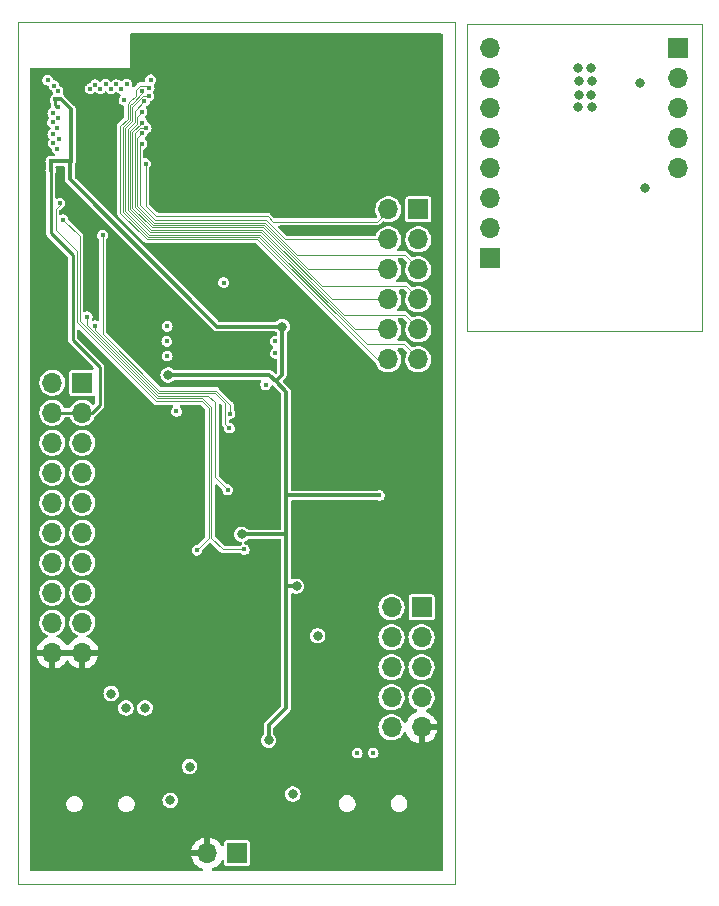
<source format=gbr>
%TF.GenerationSoftware,KiCad,Pcbnew,6.0.10-86aedd382b~118~ubuntu22.04.1*%
%TF.CreationDate,2023-02-06T10:04:36-03:00*%
%TF.ProjectId,MB_V2,4d425f56-322e-46b6-9963-61645f706362,1*%
%TF.SameCoordinates,Original*%
%TF.FileFunction,Copper,L3,Inr*%
%TF.FilePolarity,Positive*%
%FSLAX46Y46*%
G04 Gerber Fmt 4.6, Leading zero omitted, Abs format (unit mm)*
G04 Created by KiCad (PCBNEW 6.0.10-86aedd382b~118~ubuntu22.04.1) date 2023-02-06 10:04:36*
%MOMM*%
%LPD*%
G01*
G04 APERTURE LIST*
%TA.AperFunction,Profile*%
%ADD10C,0.100000*%
%TD*%
%TA.AperFunction,ComponentPad*%
%ADD11R,1.700000X1.700000*%
%TD*%
%TA.AperFunction,ComponentPad*%
%ADD12O,1.700000X1.700000*%
%TD*%
%TA.AperFunction,ViaPad*%
%ADD13C,0.800000*%
%TD*%
%TA.AperFunction,ViaPad*%
%ADD14C,0.400000*%
%TD*%
%TA.AperFunction,Conductor*%
%ADD15C,0.250000*%
%TD*%
%TA.AperFunction,Conductor*%
%ADD16C,0.300000*%
%TD*%
%TA.AperFunction,Conductor*%
%ADD17C,0.101600*%
%TD*%
%TA.AperFunction,Conductor*%
%ADD18C,0.102000*%
%TD*%
%TA.AperFunction,Conductor*%
%ADD19C,0.114300*%
%TD*%
G04 APERTURE END LIST*
D10*
X132000000Y-105200000D02*
X151900000Y-105200000D01*
X151900000Y-105200000D02*
X151900000Y-131200000D01*
X151900000Y-131200000D02*
X132000000Y-131200000D01*
X132000000Y-131200000D02*
X132000000Y-105200000D01*
X94000000Y-105000000D02*
X131000000Y-105000000D01*
X131000000Y-105000000D02*
X131000000Y-178000000D01*
X131000000Y-178000000D02*
X94000000Y-178000000D01*
X94000000Y-178000000D02*
X94000000Y-105000000D01*
D11*
%TO.N,Net-(F1-Pad1)*%
%TO.C,J8*%
X112580000Y-175410000D03*
D12*
%TO.N,GND*%
X110040000Y-175410000D03*
%TD*%
D11*
%TO.N,+3V3*%
%TO.C,J7*%
X127920000Y-120900000D03*
D12*
%TO.N,VDDUSB*%
X125380000Y-120900000D03*
%TO.N,+3V3*%
X127920000Y-123440000D03*
%TO.N,PB13*%
X125380000Y-123440000D03*
%TO.N,PB14*%
X127920000Y-125980000D03*
%TO.N,PB15*%
X125380000Y-125980000D03*
%TO.N,PB6*%
X127920000Y-128520000D03*
%TO.N,PB12*%
X125380000Y-128520000D03*
%TO.N,PB0*%
X127920000Y-131060000D03*
%TO.N,PB1*%
X125380000Y-131060000D03*
%TO.N,PC5*%
X127920000Y-133600000D03*
%TO.N,PB11*%
X125380000Y-133600000D03*
%TD*%
D11*
%TO.N,GNDA*%
%TO.C,J2*%
X149900000Y-107200000D03*
D12*
%TO.N,GND*%
X149900000Y-109740000D03*
%TO.N,+3V3*%
X149900000Y-112280000D03*
%TO.N,/Track_Mag/DATA*%
X149900000Y-114820000D03*
%TO.N,/Track_Mag/STROBE*%
X149900000Y-117360000D03*
%TD*%
D11*
%TO.N,5V_Prog*%
%TO.C,J6*%
X99470000Y-135570000D03*
D12*
X96930000Y-135570000D03*
%TO.N,+3V3*%
X99470000Y-138110000D03*
X96930000Y-138110000D03*
%TO.N,PB5*%
X99470000Y-140650000D03*
%TO.N,PB7*%
X96930000Y-140650000D03*
%TO.N,PC11*%
X99470000Y-143190000D03*
%TO.N,PC10*%
X96930000Y-143190000D03*
%TO.N,PA13*%
X99470000Y-145730000D03*
%TO.N,PC12*%
X96930000Y-145730000D03*
%TO.N,PA15*%
X99470000Y-148270000D03*
%TO.N,PA14*%
X96930000Y-148270000D03*
%TO.N,PC0*%
X99470000Y-150810000D03*
%TO.N,PB8*%
X96930000Y-150810000D03*
%TO.N,PC1*%
X99470000Y-153350000D03*
%TO.N,PB9*%
X96930000Y-153350000D03*
%TO.N,PC3*%
X99470000Y-155890000D03*
%TO.N,PC2*%
X96930000Y-155890000D03*
%TO.N,GND*%
X99470000Y-158430000D03*
X96930000Y-158430000D03*
%TD*%
D11*
%TO.N,PB10*%
%TO.C,J5*%
X128190000Y-154600000D03*
D12*
%TO.N,PB2*%
X125650000Y-154600000D03*
%TO.N,PC4*%
X128190000Y-157140000D03*
%TO.N,PA8*%
X125650000Y-157140000D03*
%TO.N,PA7*%
X128190000Y-159680000D03*
%TO.N,PA6*%
X125650000Y-159680000D03*
%TO.N,PA5*%
X128190000Y-162220000D03*
%TO.N,PA4*%
X125650000Y-162220000D03*
%TO.N,GND*%
X128190000Y-164760000D03*
%TO.N,PA1*%
X125650000Y-164760000D03*
%TD*%
D11*
%TO.N,+24V*%
%TO.C,J1*%
X133975000Y-124975000D03*
D12*
%TO.N,/Track_Mag/Track_C*%
X133975000Y-122435000D03*
%TO.N,/Track_Mag/HC*%
X133975000Y-119895000D03*
%TO.N,/Track_Mag/Track_B*%
X133975000Y-117355000D03*
%TO.N,/Track_Mag/HC*%
X133975000Y-114815000D03*
%TO.N,/Track_Mag/Track_A*%
X133975000Y-112275000D03*
%TO.N,/Track_Mag/HC*%
X133975000Y-109735000D03*
%TO.N,GNDA*%
X133975000Y-107195000D03*
%TD*%
D13*
%TO.N,GND*%
X100400000Y-163200000D03*
D14*
%TO.N,+3V3*%
X97173350Y-111593789D03*
D13*
X117610000Y-152800000D03*
X147100000Y-119100000D03*
X116380000Y-130820000D03*
D14*
X96800000Y-117600000D03*
X97450000Y-112193349D03*
D13*
X117300000Y-170400000D03*
X112960000Y-148410000D03*
X115240000Y-165850000D03*
D14*
X124620000Y-145120000D03*
D13*
X106734973Y-134915027D03*
D14*
X96793377Y-116806623D03*
D13*
%TO.N,GND*%
X114000000Y-117000000D03*
D14*
X102440000Y-109160000D03*
D13*
X110000000Y-109000000D03*
X124000000Y-109000000D03*
X146700000Y-110200000D03*
X119000000Y-119000000D03*
X96500000Y-129000000D03*
X119000000Y-115000000D03*
X126000000Y-145000000D03*
X118000000Y-138500000D03*
X122000000Y-117000000D03*
X118000000Y-117000000D03*
X107000000Y-111000000D03*
X127000000Y-107000000D03*
X126000000Y-141000000D03*
X123000000Y-107000000D03*
X113000000Y-107000000D03*
X120000000Y-121000000D03*
X114500000Y-155000000D03*
X126000000Y-147000000D03*
D14*
X103940000Y-109120000D03*
D13*
X117000000Y-119000000D03*
X126000000Y-149000000D03*
X120000000Y-113000000D03*
X128000000Y-109000000D03*
X124000000Y-144000000D03*
X119500000Y-150000000D03*
X105000000Y-165000000D03*
D14*
X98010000Y-109250000D03*
D13*
X121000000Y-119000000D03*
D14*
X98750000Y-109230000D03*
D13*
X115500000Y-141000000D03*
X120000000Y-109000000D03*
X109000000Y-144000000D03*
X119000000Y-111000000D03*
X108000000Y-164000000D03*
X114500000Y-156500000D03*
X106500000Y-164000000D03*
X128000000Y-136000000D03*
X109500000Y-157500000D03*
X119000000Y-107000000D03*
D14*
X101230000Y-109140000D03*
D13*
X127000000Y-111000000D03*
X123000000Y-115000000D03*
D14*
X101500000Y-112200000D03*
X99670000Y-109170000D03*
D13*
X112000000Y-109000000D03*
X126000000Y-109000000D03*
X128000000Y-142000000D03*
X123000000Y-119000000D03*
X118000000Y-142000000D03*
X112000000Y-117000000D03*
X126000000Y-139000000D03*
X117000000Y-107000000D03*
X122000000Y-109000000D03*
X113000000Y-115000000D03*
X126000000Y-116500000D03*
X106000000Y-109000000D03*
X111000000Y-111000000D03*
X122000000Y-113000000D03*
X108000000Y-113000000D03*
X109000000Y-142000000D03*
X105000000Y-107000000D03*
X128000000Y-152000000D03*
X109000000Y-107000000D03*
X118000000Y-113000000D03*
D14*
X112670000Y-168580000D03*
D13*
X126000000Y-137000000D03*
X128000000Y-138000000D03*
X124000000Y-138000000D03*
X115500000Y-143500000D03*
X124000000Y-113000000D03*
X142540000Y-111250000D03*
X126000000Y-135000000D03*
X118500000Y-149000000D03*
X128000000Y-146000000D03*
X109000000Y-115000000D03*
X142640000Y-112250000D03*
X109500000Y-155500000D03*
X117010000Y-173120000D03*
X110000000Y-113000000D03*
D14*
X103910000Y-107740000D03*
D13*
X114000000Y-113000000D03*
X113000000Y-111000000D03*
X124000000Y-136000000D03*
X108000000Y-162500000D03*
X114000000Y-109000000D03*
X115000000Y-115000000D03*
X108000000Y-109000000D03*
X115000000Y-111000000D03*
X121900000Y-172575000D03*
X121000000Y-111000000D03*
X142640000Y-110050000D03*
X121000000Y-107000000D03*
X97500000Y-132000000D03*
X115200000Y-158100000D03*
X110000000Y-117000000D03*
X96500000Y-124500000D03*
X108000000Y-157000000D03*
X98275000Y-173150000D03*
X111000000Y-107000000D03*
X116000000Y-113000000D03*
X128000000Y-144000000D03*
D14*
X97020000Y-125880000D03*
X103890000Y-108260000D03*
D13*
X111000000Y-115000000D03*
X128000000Y-113000000D03*
X124000000Y-142000000D03*
X118470000Y-171860000D03*
D14*
X103260000Y-109210000D03*
D13*
X115000000Y-107000000D03*
X107000000Y-115000000D03*
X116000000Y-117000000D03*
X141440000Y-108950000D03*
X112000000Y-113000000D03*
X124000000Y-117000000D03*
X125000000Y-107000000D03*
X118000000Y-109000000D03*
X124000000Y-146000000D03*
D14*
X112090000Y-167740000D03*
X96890000Y-109260000D03*
D13*
X125000000Y-148000000D03*
X96500000Y-133000000D03*
X115500000Y-145500000D03*
X104625000Y-166275000D03*
X124500000Y-153000000D03*
X108000000Y-155000000D03*
X118000000Y-121000000D03*
X120000000Y-117000000D03*
X123000000Y-111000000D03*
X141540000Y-111250000D03*
X108000000Y-117000000D03*
X142540000Y-108950000D03*
X107000000Y-107000000D03*
X97500000Y-130000000D03*
X128000000Y-140000000D03*
X97000000Y-127500000D03*
X127000000Y-151000000D03*
X121000000Y-115000000D03*
X117000000Y-115000000D03*
X127000000Y-115000000D03*
X141440000Y-112250000D03*
X126000000Y-143000000D03*
X106000000Y-162500000D03*
D14*
X101840000Y-109160000D03*
D13*
X98500000Y-133500000D03*
X109000000Y-111000000D03*
X116000000Y-109000000D03*
X128000000Y-148000000D03*
X96500000Y-131000000D03*
X124000000Y-140000000D03*
D14*
X118040000Y-168790000D03*
D13*
X126225000Y-172725000D03*
X118000000Y-140500000D03*
X128000000Y-116500000D03*
X141540000Y-110050000D03*
X126000000Y-113000000D03*
X122000000Y-121000000D03*
X128000000Y-150000000D03*
D14*
X100610000Y-109220000D03*
X112150000Y-166770000D03*
D13*
X117000000Y-111000000D03*
X125000000Y-111000000D03*
X125000000Y-115000000D03*
%TO.N,+24V*%
X108560000Y-168080000D03*
D14*
%TO.N,/STM32BLE/NRST*%
X109180000Y-149760000D03*
X97300000Y-114000000D03*
X97570000Y-120370000D03*
%TO.N,/STM32BLE/BOOT0*%
X97024302Y-115303338D03*
X97849500Y-121780000D03*
X113170000Y-149690000D03*
%TO.N,MEM_CS*%
X96535848Y-109957092D03*
X114990000Y-135750000D03*
%TO.N,PB10*%
X105250000Y-109925000D03*
%TO.N,MEM_IO3{slash}HOLD*%
X106650000Y-133325000D03*
%TO.N,MEM_SCK*%
X106625000Y-132075000D03*
X100121026Y-110675167D03*
%TO.N,MEM_IO0{slash}DI*%
X106650000Y-130800000D03*
%TO.N,/STM32BLE/INT*%
X107440000Y-138010000D03*
X97408177Y-110897663D03*
%TO.N,PB15*%
X104880819Y-113989005D03*
%TO.N,PB12*%
X104529306Y-112650001D03*
%TO.N,PB0*%
X104729304Y-111750002D03*
%TO.N,PB1*%
X105092591Y-111288689D03*
%TO.N,PB11*%
X105126379Y-110611715D03*
%TO.N,PB2*%
X102998546Y-111625819D03*
%TO.N,USART_CTS*%
X111930000Y-139420000D03*
X100560000Y-130750000D03*
%TO.N,USART_RTS_DE*%
X111780000Y-144640000D03*
X99880000Y-129990000D03*
%TO.N,MEM_IO1{slash}DO*%
X115825000Y-133075000D03*
%TO.N,PA1*%
X97070970Y-110415091D03*
%TO.N,PC3*%
X96963509Y-112764979D03*
%TO.N,PC2*%
X97435427Y-113124120D03*
%TO.N,PC1*%
X96955079Y-113526443D03*
%TO.N,PC0*%
X97456132Y-114909198D03*
%TO.N,USART_RX*%
X101180000Y-123090000D03*
X111980000Y-138190000D03*
%TO.N,PC5*%
X104531384Y-110851249D03*
%TO.N,PC4*%
X103235133Y-110302114D03*
%TO.N,PA8*%
X102782333Y-110676520D03*
%TO.N,USART_TX*%
X102340000Y-110320000D03*
X111424644Y-127090224D03*
%TO.N,PA7*%
X101910645Y-110679483D03*
%TO.N,PA6*%
X101440000Y-110310000D03*
%TO.N,PA5*%
X100988685Y-110679193D03*
%TO.N,PA4*%
X100550000Y-110330000D03*
%TO.N,MEM_IO2{slash}WP*%
X115800000Y-132075000D03*
D13*
%TO.N,USB_N*%
X103164999Y-163100000D03*
X104774999Y-163100000D03*
%TO.N,5V_Prog*%
X119400000Y-157000000D03*
X101910000Y-161890000D03*
X106910000Y-170930000D03*
D14*
%TO.N,VDDUSB*%
X104826066Y-117026269D03*
%TO.N,PB6*%
X104529308Y-113550000D03*
%TO.N,PB8*%
X97353785Y-115804181D03*
%TO.N,PB9*%
X96966624Y-114508999D03*
%TO.N,PB13*%
X104529306Y-115350000D03*
%TO.N,PB14*%
X104529306Y-114449999D03*
%TO.N,/STM32BLE/Modulo_conn/Prog_+*%
X124100000Y-166900000D03*
X122750000Y-166925000D03*
%TD*%
D15*
%TO.N,+3V3*%
X97450000Y-112193349D02*
X97313349Y-112193349D01*
D16*
X117610000Y-152800000D02*
X116760000Y-152800000D01*
D15*
X100940000Y-134250000D02*
X100940000Y-137500000D01*
D16*
X116730000Y-152830000D02*
X116730000Y-163080000D01*
X115240000Y-165850000D02*
X115240000Y-164570000D01*
X116740000Y-145120000D02*
X116730000Y-145130000D01*
D15*
X98644200Y-131954200D02*
X100940000Y-134250000D01*
D16*
X115300000Y-134900000D02*
X115915000Y-135515000D01*
D15*
X100940000Y-137500000D02*
X100330000Y-138110000D01*
D16*
X96793377Y-117593377D02*
X96800000Y-117600000D01*
X115915000Y-135355000D02*
X115915000Y-135515000D01*
X116380000Y-130820000D02*
X110870000Y-130820000D01*
D15*
X96800000Y-117600000D02*
X96800000Y-122930000D01*
D16*
X110870000Y-130820000D02*
X98406623Y-118356623D01*
X116380000Y-134890000D02*
X115915000Y-135355000D01*
X116730000Y-145130000D02*
X116730000Y-148300000D01*
X97173350Y-111593789D02*
X97693789Y-111593789D01*
X114900000Y-134900000D02*
X115300000Y-134900000D01*
X115240000Y-164570000D02*
X116730000Y-163080000D01*
D15*
X97160000Y-112040000D02*
X97160000Y-111607139D01*
D16*
X115915000Y-135515000D02*
X116730000Y-136330000D01*
X98500000Y-112400000D02*
X98500000Y-116900000D01*
X116380000Y-130820000D02*
X116380000Y-134890000D01*
D15*
X98644200Y-124774200D02*
X98644200Y-131954200D01*
D16*
X114884973Y-134915027D02*
X114900000Y-134900000D01*
X124620000Y-145120000D02*
X116740000Y-145120000D01*
X116730000Y-136330000D02*
X116730000Y-145130000D01*
D15*
X100330000Y-138110000D02*
X99470000Y-138110000D01*
D16*
X96793377Y-116806623D02*
X96793377Y-117593377D01*
D15*
X97160000Y-111607139D02*
X97173350Y-111593789D01*
D16*
X116760000Y-152800000D02*
X116730000Y-152830000D01*
X98406623Y-116806623D02*
X98500000Y-116900000D01*
X116620000Y-148410000D02*
X116730000Y-148300000D01*
X98406623Y-118356623D02*
X98406623Y-116806623D01*
X116730000Y-148300000D02*
X116730000Y-152830000D01*
D15*
X96930000Y-138110000D02*
X99470000Y-138110000D01*
X97313349Y-112193349D02*
X97160000Y-112040000D01*
D16*
X96793377Y-116806623D02*
X98406623Y-116806623D01*
X112960000Y-148410000D02*
X116620000Y-148410000D01*
D15*
X96800000Y-122930000D02*
X98644200Y-124774200D01*
D16*
X97693789Y-111593789D02*
X98500000Y-112400000D01*
X106734973Y-134915027D02*
X114884973Y-134915027D01*
D17*
%TO.N,/STM32BLE/NRST*%
X97200000Y-120860000D02*
X97200000Y-122610000D01*
X99020000Y-124430000D02*
X99020000Y-130470000D01*
X110186800Y-137754168D02*
X110186800Y-148753200D01*
X97570000Y-120490000D02*
X97200000Y-120860000D01*
X110186800Y-148753200D02*
X109180000Y-149760000D01*
X109586316Y-137153684D02*
X110186800Y-137754168D01*
X97200000Y-122610000D02*
X99020000Y-124430000D01*
X97570000Y-120370000D02*
X97570000Y-120490000D01*
X105703684Y-137153684D02*
X109586316Y-137153684D01*
X99020000Y-130470000D02*
X105703684Y-137153684D01*
%TO.N,/STM32BLE/BOOT0*%
X105755832Y-136873200D02*
X99235600Y-130352968D01*
X99235600Y-130352968D02*
X99235600Y-123166100D01*
X110390000Y-148720000D02*
X110390000Y-137670000D01*
X111360000Y-149690000D02*
X110390000Y-148720000D01*
X109593200Y-136873200D02*
X105755832Y-136873200D01*
X99235600Y-123166100D02*
X97849500Y-121780000D01*
X110390000Y-137670000D02*
X109593200Y-136873200D01*
X113170000Y-149690000D02*
X111360000Y-149690000D01*
D18*
%TO.N,PB15*%
X113843600Y-122223600D02*
X105431640Y-122223600D01*
D17*
X118616840Y-125980000D02*
X114860440Y-122223600D01*
D18*
X105431640Y-122223600D02*
X103912406Y-120704365D01*
X103912406Y-120704365D02*
X103912406Y-114463534D01*
D17*
X114860440Y-122223600D02*
X113843600Y-122223600D01*
D18*
X104386935Y-113989005D02*
X104880819Y-113989005D01*
X103912406Y-114463534D02*
X104386935Y-113989005D01*
D17*
X125460000Y-125980000D02*
X118616840Y-125980000D01*
D18*
%TO.N,PB12*%
X114449200Y-122630800D02*
X105262972Y-122630800D01*
X105262972Y-122630800D02*
X103505206Y-120873033D01*
X103505206Y-114251426D02*
X104128308Y-113628324D01*
D17*
X120582104Y-128520000D02*
X114692904Y-122630800D01*
D18*
X104128308Y-113050998D02*
X104529306Y-112650001D01*
D17*
X125460000Y-128520000D02*
X120582104Y-128520000D01*
X114692904Y-122630800D02*
X114449200Y-122630800D01*
D18*
X104128308Y-113628324D02*
X104128308Y-113050998D01*
X103505206Y-120873033D02*
X103505206Y-114251426D01*
D17*
%TO.N,PB0*%
X128000000Y-131060000D02*
X126750000Y-129810000D01*
D18*
X103920000Y-113500000D02*
X103301606Y-114118394D01*
D17*
X114609136Y-122834400D02*
X114454400Y-122834400D01*
X121584736Y-129810000D02*
X114609136Y-122834400D01*
D18*
X103301606Y-120957367D02*
X105178638Y-122834400D01*
X105178638Y-122834400D02*
X114454400Y-122834400D01*
D17*
X126750000Y-129810000D02*
X121584736Y-129810000D01*
D18*
X104729304Y-111750002D02*
X103920000Y-112559306D01*
X103920000Y-112559306D02*
X103920000Y-113500000D01*
X103301606Y-114118394D02*
X103301606Y-120957367D01*
%TO.N,PB1*%
X105092591Y-111288689D02*
X104623517Y-111288689D01*
X103710000Y-113422066D02*
X103710000Y-112760000D01*
X105094304Y-123038000D02*
X103098006Y-121041701D01*
X103098006Y-121041701D02*
X103098006Y-114034060D01*
X103681033Y-113451033D02*
X103710000Y-113422066D01*
D17*
X125460000Y-131060000D02*
X122547368Y-131060000D01*
D18*
X103710000Y-112760000D02*
X103710000Y-112202206D01*
X104623517Y-111288689D02*
X103716400Y-112195806D01*
D17*
X114525368Y-123038000D02*
X114168000Y-123038000D01*
D18*
X103098006Y-114034060D02*
X103681033Y-113451033D01*
X103716400Y-112195806D02*
X103716400Y-113290000D01*
D17*
X122547368Y-131060000D02*
X114525368Y-123038000D01*
D18*
X105094304Y-123038000D02*
X114168000Y-123038000D01*
X103710000Y-112202206D02*
X104623517Y-111288689D01*
%TO.N,PB11*%
X113695200Y-123445200D02*
X104925636Y-123445200D01*
D19*
X104958763Y-110444099D02*
X104362736Y-110444099D01*
D18*
X103302800Y-111977200D02*
X103530000Y-111750000D01*
X102690806Y-121210369D02*
X102690806Y-113841260D01*
X104925636Y-123445200D02*
X102690806Y-121210369D01*
D17*
X114295200Y-123445200D02*
X113695200Y-123445200D01*
D18*
X103302800Y-113229266D02*
X103302800Y-111977200D01*
D19*
X105126379Y-110611715D02*
X104958763Y-110444099D01*
D18*
X102690806Y-113841260D02*
X103302800Y-113229266D01*
D19*
X103990000Y-110816835D02*
X103990000Y-111290000D01*
X104362736Y-110444099D02*
X103990000Y-110816835D01*
D17*
X125460000Y-133600000D02*
X124450000Y-133600000D01*
X124450000Y-133600000D02*
X114295200Y-123445200D01*
D19*
X103990000Y-111290000D02*
X103530000Y-111750000D01*
D17*
%TO.N,USART_CTS*%
X110711316Y-136448684D02*
X105906052Y-136448684D01*
X105906052Y-136448684D02*
X100560000Y-131102632D01*
X111930000Y-139420000D02*
X111579200Y-139069200D01*
X111579200Y-139069200D02*
X111579200Y-137316568D01*
X111579200Y-137316568D02*
X110711316Y-136448684D01*
X100560000Y-131102632D02*
X100560000Y-130750000D01*
%TO.N,USART_RTS_DE*%
X110710000Y-137230000D02*
X110150000Y-136670000D01*
X110710000Y-143570000D02*
X110710000Y-137230000D01*
X99880000Y-130710000D02*
X99880000Y-129990000D01*
X111780000Y-144640000D02*
X110710000Y-143570000D01*
X105840000Y-136670000D02*
X99880000Y-130710000D01*
X110150000Y-136670000D02*
X105840000Y-136670000D01*
%TO.N,USART_RX*%
X110795484Y-136245484D02*
X111980000Y-137430000D01*
X101180000Y-130245000D02*
X101180000Y-131435264D01*
X105990220Y-136245484D02*
X110795484Y-136245484D01*
X101180000Y-131435264D02*
X105990220Y-136245484D01*
X111980000Y-137430000D02*
X111980000Y-138190000D01*
D18*
X101180000Y-130245000D02*
X101180000Y-123090000D01*
%TO.N,PC5*%
X103506400Y-112091780D02*
X103729090Y-111869090D01*
D17*
X128000000Y-133600000D02*
X126730000Y-132330000D01*
D18*
X105009970Y-123241600D02*
X102894406Y-121126035D01*
X114188400Y-123241600D02*
X105009970Y-123241600D01*
D17*
X123530000Y-132330000D02*
X114441600Y-123241600D01*
D18*
X102894406Y-121126035D02*
X102894406Y-113925594D01*
D17*
X114441600Y-123241600D02*
X114188400Y-123241600D01*
X126730000Y-132330000D02*
X123530000Y-132330000D01*
D19*
X104531384Y-110851249D02*
X104531384Y-111066796D01*
D18*
X103506400Y-113313600D02*
X103506400Y-112091780D01*
D19*
X104531384Y-111066796D02*
X103729090Y-111869090D01*
D18*
X102894406Y-113925594D02*
X103506400Y-113313600D01*
%TO.N,VDDUSB*%
X115620000Y-121950000D02*
X115150000Y-121480000D01*
X125460000Y-120900000D02*
X124410000Y-121950000D01*
X124410000Y-121950000D02*
X115620000Y-121950000D01*
X115150000Y-121480000D02*
X105725790Y-121480000D01*
X104826066Y-120580276D02*
X105725790Y-121480000D01*
X104826066Y-117026269D02*
X104826066Y-120580276D01*
%TO.N,PB6*%
X103708806Y-114370502D02*
X103708806Y-120788699D01*
D17*
X113603000Y-122427000D02*
X113602800Y-122427200D01*
D18*
X105347306Y-122427200D02*
X113602800Y-122427200D01*
D17*
X128000000Y-128520000D02*
X126850264Y-127370264D01*
X126850264Y-127370264D02*
X119719736Y-127370264D01*
X114776472Y-122427000D02*
X113603000Y-122427000D01*
X119719736Y-127370264D02*
X114776472Y-122427000D01*
D18*
X104529308Y-113550000D02*
X103708806Y-114370502D01*
X103708806Y-120788699D02*
X105347306Y-122427200D01*
%TO.N,PB13*%
X104529306Y-115350000D02*
X104331906Y-115547400D01*
D19*
X104800000Y-120990000D02*
X105600000Y-121790000D01*
X105600000Y-121790000D02*
X114460000Y-121790000D01*
D18*
X104331906Y-120521906D02*
X104800000Y-120990000D01*
X104331906Y-115547400D02*
X104331906Y-120521906D01*
D17*
X125460000Y-123440000D02*
X116651576Y-123440000D01*
X116651576Y-123440000D02*
X115001576Y-121790000D01*
X115001576Y-121790000D02*
X114460000Y-121790000D01*
D18*
%TO.N,PB14*%
X104962336Y-121457664D02*
X105524672Y-122020000D01*
D17*
X117654208Y-124730000D02*
X114944208Y-122020000D01*
D18*
X105524672Y-122020000D02*
X114560000Y-122020000D01*
D17*
X128000000Y-125980000D02*
X126750000Y-124730000D01*
D19*
X104122156Y-120617484D02*
X104962336Y-121457664D01*
X104529306Y-114449999D02*
X104122156Y-114857149D01*
D17*
X114944208Y-122020000D02*
X114560000Y-122020000D01*
X126750000Y-124730000D02*
X117654208Y-124730000D01*
D19*
X104122156Y-114857149D02*
X104122156Y-120617484D01*
%TD*%
%TA.AperFunction,Conductor*%
%TO.N,GND*%
G36*
X129922121Y-106020502D02*
G01*
X129968614Y-106074158D01*
X129980000Y-106126500D01*
X129980000Y-176814000D01*
X129959998Y-176882121D01*
X129906342Y-176928614D01*
X129854000Y-176940000D01*
X110524722Y-176940000D01*
X110456601Y-176919998D01*
X110410108Y-176866342D01*
X110400004Y-176796068D01*
X110429498Y-176731488D01*
X110488514Y-176693315D01*
X110532244Y-176680195D01*
X110541842Y-176676433D01*
X110733095Y-176582739D01*
X110741945Y-176577464D01*
X110915328Y-176453792D01*
X110923200Y-176447139D01*
X111074052Y-176296812D01*
X111080730Y-176288965D01*
X111205003Y-176116020D01*
X111210313Y-176107183D01*
X111240543Y-176046018D01*
X111288657Y-175993811D01*
X111357358Y-175975904D01*
X111424834Y-175997983D01*
X111469663Y-176053037D01*
X111479500Y-176101845D01*
X111479500Y-176284674D01*
X111494034Y-176357740D01*
X111549399Y-176440601D01*
X111632260Y-176495966D01*
X111705326Y-176510500D01*
X113454674Y-176510500D01*
X113527740Y-176495966D01*
X113610601Y-176440601D01*
X113665966Y-176357740D01*
X113680500Y-176284674D01*
X113680500Y-174535326D01*
X113665966Y-174462260D01*
X113610601Y-174379399D01*
X113527740Y-174324034D01*
X113454674Y-174309500D01*
X111705326Y-174309500D01*
X111632260Y-174324034D01*
X111549399Y-174379399D01*
X111494034Y-174462260D01*
X111479500Y-174535326D01*
X111479500Y-174710311D01*
X111459498Y-174778432D01*
X111405842Y-174824925D01*
X111335568Y-174835029D01*
X111270988Y-174805535D01*
X111242457Y-174769854D01*
X111238106Y-174761739D01*
X111122426Y-174582926D01*
X111116136Y-174574757D01*
X110972806Y-174417240D01*
X110965273Y-174410215D01*
X110798139Y-174278222D01*
X110789552Y-174272517D01*
X110603117Y-174169599D01*
X110593705Y-174165369D01*
X110392959Y-174094280D01*
X110382988Y-174091646D01*
X110311837Y-174078972D01*
X110298540Y-174080432D01*
X110294000Y-174094989D01*
X110294000Y-175538000D01*
X110273998Y-175606121D01*
X110220342Y-175652614D01*
X110168000Y-175664000D01*
X108723225Y-175664000D01*
X108709694Y-175667973D01*
X108708257Y-175677966D01*
X108738565Y-175812446D01*
X108741645Y-175822275D01*
X108821770Y-176019603D01*
X108826413Y-176028794D01*
X108937694Y-176210388D01*
X108943777Y-176218699D01*
X109083213Y-176379667D01*
X109090580Y-176386883D01*
X109254434Y-176522916D01*
X109262881Y-176528831D01*
X109446756Y-176636279D01*
X109456042Y-176640729D01*
X109601544Y-176696290D01*
X109658047Y-176739277D01*
X109682340Y-176805988D01*
X109666710Y-176875243D01*
X109616119Y-176925054D01*
X109556595Y-176940000D01*
X95126500Y-176940000D01*
X95058379Y-176919998D01*
X95011886Y-176866342D01*
X95000500Y-176814000D01*
X95000500Y-175144183D01*
X108704389Y-175144183D01*
X108705912Y-175152607D01*
X108718292Y-175156000D01*
X109767885Y-175156000D01*
X109783124Y-175151525D01*
X109784329Y-175150135D01*
X109786000Y-175142452D01*
X109786000Y-174093102D01*
X109782082Y-174079758D01*
X109767806Y-174077771D01*
X109729324Y-174083660D01*
X109719288Y-174086051D01*
X109516868Y-174152212D01*
X109507359Y-174156209D01*
X109318463Y-174254542D01*
X109309738Y-174260036D01*
X109139433Y-174387905D01*
X109131726Y-174394748D01*
X108984590Y-174548717D01*
X108978104Y-174556727D01*
X108858098Y-174732649D01*
X108853000Y-174741623D01*
X108763338Y-174934783D01*
X108759775Y-174944470D01*
X108704389Y-175144183D01*
X95000500Y-175144183D01*
X95000500Y-171331105D01*
X98099031Y-171331105D01*
X98100805Y-171338492D01*
X98100805Y-171338496D01*
X98129878Y-171459589D01*
X98138612Y-171495968D01*
X98142093Y-171502712D01*
X98142094Y-171502715D01*
X98164713Y-171546538D01*
X98216375Y-171646631D01*
X98221367Y-171652353D01*
X98221368Y-171652355D01*
X98279219Y-171718671D01*
X98327831Y-171774396D01*
X98334045Y-171778763D01*
X98460330Y-171867518D01*
X98460332Y-171867519D01*
X98466547Y-171871887D01*
X98624513Y-171933476D01*
X98632046Y-171934468D01*
X98632047Y-171934468D01*
X98749739Y-171949962D01*
X98753826Y-171950500D01*
X98842516Y-171950500D01*
X98968320Y-171935276D01*
X99126923Y-171875345D01*
X99200689Y-171824647D01*
X99260392Y-171783614D01*
X99260393Y-171783613D01*
X99266651Y-171779312D01*
X99315580Y-171724396D01*
X99374388Y-171658392D01*
X99374390Y-171658388D01*
X99379440Y-171652721D01*
X99386238Y-171639883D01*
X99439513Y-171539262D01*
X99458776Y-171502881D01*
X99500081Y-171338441D01*
X99500119Y-171331105D01*
X102499031Y-171331105D01*
X102500805Y-171338492D01*
X102500805Y-171338496D01*
X102529878Y-171459589D01*
X102538612Y-171495968D01*
X102542093Y-171502712D01*
X102542094Y-171502715D01*
X102564713Y-171546538D01*
X102616375Y-171646631D01*
X102621367Y-171652353D01*
X102621368Y-171652355D01*
X102679219Y-171718671D01*
X102727831Y-171774396D01*
X102734045Y-171778763D01*
X102860330Y-171867518D01*
X102860332Y-171867519D01*
X102866547Y-171871887D01*
X103024513Y-171933476D01*
X103032046Y-171934468D01*
X103032047Y-171934468D01*
X103149739Y-171949962D01*
X103153826Y-171950500D01*
X103242516Y-171950500D01*
X103368320Y-171935276D01*
X103526923Y-171875345D01*
X103600689Y-171824647D01*
X103660392Y-171783614D01*
X103660393Y-171783613D01*
X103666651Y-171779312D01*
X103715580Y-171724396D01*
X103774388Y-171658392D01*
X103774390Y-171658388D01*
X103779440Y-171652721D01*
X103786238Y-171639883D01*
X103839513Y-171539262D01*
X103858776Y-171502881D01*
X103900081Y-171338441D01*
X103900969Y-171168895D01*
X103890790Y-171126495D01*
X103863161Y-171011417D01*
X103861388Y-171004032D01*
X103835814Y-170954482D01*
X103819636Y-170923138D01*
X106254758Y-170923138D01*
X106272035Y-171079633D01*
X106326143Y-171227490D01*
X106330380Y-171233796D01*
X106330382Y-171233799D01*
X106367137Y-171288496D01*
X106413958Y-171358172D01*
X106436270Y-171378474D01*
X106517860Y-171452715D01*
X106530410Y-171464135D01*
X106588210Y-171495518D01*
X106662099Y-171535637D01*
X106662101Y-171535638D01*
X106668776Y-171539262D01*
X106676125Y-171541190D01*
X106813719Y-171577287D01*
X106813721Y-171577287D01*
X106821069Y-171579215D01*
X106904380Y-171580524D01*
X106970898Y-171581569D01*
X106970901Y-171581569D01*
X106978495Y-171581688D01*
X107131968Y-171546538D01*
X107272625Y-171475795D01*
X107316195Y-171438583D01*
X107386574Y-171378474D01*
X107386576Y-171378471D01*
X107392348Y-171373542D01*
X107458771Y-171281105D01*
X121199031Y-171281105D01*
X121200805Y-171288492D01*
X121200805Y-171288496D01*
X121222408Y-171378474D01*
X121238612Y-171445968D01*
X121242093Y-171452712D01*
X121242094Y-171452715D01*
X121287760Y-171541190D01*
X121316375Y-171596631D01*
X121321367Y-171602353D01*
X121321368Y-171602355D01*
X121364986Y-171652355D01*
X121427831Y-171724396D01*
X121434045Y-171728763D01*
X121560330Y-171817518D01*
X121560332Y-171817519D01*
X121566547Y-171821887D01*
X121724513Y-171883476D01*
X121732046Y-171884468D01*
X121732047Y-171884468D01*
X121849739Y-171899962D01*
X121853826Y-171900500D01*
X121942516Y-171900500D01*
X122068320Y-171885276D01*
X122226923Y-171825345D01*
X122301054Y-171774396D01*
X122360392Y-171733614D01*
X122360393Y-171733613D01*
X122366651Y-171729312D01*
X122429839Y-171658392D01*
X122474388Y-171608392D01*
X122474390Y-171608388D01*
X122479440Y-171602721D01*
X122486238Y-171589883D01*
X122539873Y-171488583D01*
X122558776Y-171452881D01*
X122600081Y-171288441D01*
X122600119Y-171281105D01*
X125599031Y-171281105D01*
X125600805Y-171288492D01*
X125600805Y-171288496D01*
X125622408Y-171378474D01*
X125638612Y-171445968D01*
X125642093Y-171452712D01*
X125642094Y-171452715D01*
X125687760Y-171541190D01*
X125716375Y-171596631D01*
X125721367Y-171602353D01*
X125721368Y-171602355D01*
X125764986Y-171652355D01*
X125827831Y-171724396D01*
X125834045Y-171728763D01*
X125960330Y-171817518D01*
X125960332Y-171817519D01*
X125966547Y-171821887D01*
X126124513Y-171883476D01*
X126132046Y-171884468D01*
X126132047Y-171884468D01*
X126249739Y-171899962D01*
X126253826Y-171900500D01*
X126342516Y-171900500D01*
X126468320Y-171885276D01*
X126626923Y-171825345D01*
X126701054Y-171774396D01*
X126760392Y-171733614D01*
X126760393Y-171733613D01*
X126766651Y-171729312D01*
X126829839Y-171658392D01*
X126874388Y-171608392D01*
X126874390Y-171608388D01*
X126879440Y-171602721D01*
X126886238Y-171589883D01*
X126939873Y-171488583D01*
X126958776Y-171452881D01*
X127000081Y-171288441D01*
X127000969Y-171118895D01*
X126996337Y-171099598D01*
X126963161Y-170961417D01*
X126961388Y-170954032D01*
X126956068Y-170943723D01*
X126887108Y-170810117D01*
X126887108Y-170810116D01*
X126883625Y-170803369D01*
X126878313Y-170797279D01*
X126807132Y-170715683D01*
X126772169Y-170675604D01*
X126710812Y-170632482D01*
X126639670Y-170582482D01*
X126639668Y-170582481D01*
X126633453Y-170578113D01*
X126475487Y-170516524D01*
X126467954Y-170515532D01*
X126467953Y-170515532D01*
X126350261Y-170500038D01*
X126350260Y-170500038D01*
X126346174Y-170499500D01*
X126257484Y-170499500D01*
X126131680Y-170514724D01*
X125973077Y-170574655D01*
X125966819Y-170578956D01*
X125888939Y-170632482D01*
X125833349Y-170670688D01*
X125828297Y-170676358D01*
X125828296Y-170676359D01*
X125725612Y-170791608D01*
X125725610Y-170791612D01*
X125720560Y-170797279D01*
X125717008Y-170803988D01*
X125717007Y-170803989D01*
X125707542Y-170821866D01*
X125641224Y-170947119D01*
X125599919Y-171111559D01*
X125599031Y-171281105D01*
X122600119Y-171281105D01*
X122600969Y-171118895D01*
X122596337Y-171099598D01*
X122563161Y-170961417D01*
X122561388Y-170954032D01*
X122556068Y-170943723D01*
X122487108Y-170810117D01*
X122487108Y-170810116D01*
X122483625Y-170803369D01*
X122478313Y-170797279D01*
X122407132Y-170715683D01*
X122372169Y-170675604D01*
X122310812Y-170632482D01*
X122239670Y-170582482D01*
X122239668Y-170582481D01*
X122233453Y-170578113D01*
X122075487Y-170516524D01*
X122067954Y-170515532D01*
X122067953Y-170515532D01*
X121950261Y-170500038D01*
X121950260Y-170500038D01*
X121946174Y-170499500D01*
X121857484Y-170499500D01*
X121731680Y-170514724D01*
X121573077Y-170574655D01*
X121566819Y-170578956D01*
X121488939Y-170632482D01*
X121433349Y-170670688D01*
X121428297Y-170676358D01*
X121428296Y-170676359D01*
X121325612Y-170791608D01*
X121325610Y-170791612D01*
X121320560Y-170797279D01*
X121317008Y-170803988D01*
X121317007Y-170803989D01*
X121307542Y-170821866D01*
X121241224Y-170947119D01*
X121199919Y-171111559D01*
X121199031Y-171281105D01*
X107458771Y-171281105D01*
X107484224Y-171245683D01*
X107542950Y-171099598D01*
X107555807Y-171009262D01*
X107564553Y-170947807D01*
X107564553Y-170947804D01*
X107565134Y-170943723D01*
X107565278Y-170930000D01*
X107546363Y-170773694D01*
X107528191Y-170725604D01*
X107493394Y-170633514D01*
X107493393Y-170633511D01*
X107490710Y-170626412D01*
X107401531Y-170496657D01*
X107313032Y-170417807D01*
X107289648Y-170396972D01*
X107289645Y-170396970D01*
X107285344Y-170393138D01*
X116644758Y-170393138D01*
X116662035Y-170549633D01*
X116716143Y-170697490D01*
X116720380Y-170703796D01*
X116720382Y-170703799D01*
X116735035Y-170725604D01*
X116803958Y-170828172D01*
X116920410Y-170934135D01*
X116970657Y-170961417D01*
X117052099Y-171005637D01*
X117052101Y-171005638D01*
X117058776Y-171009262D01*
X117066125Y-171011190D01*
X117203719Y-171047287D01*
X117203721Y-171047287D01*
X117211069Y-171049215D01*
X117294380Y-171050524D01*
X117360898Y-171051569D01*
X117360901Y-171051569D01*
X117368495Y-171051688D01*
X117521968Y-171016538D01*
X117662625Y-170945795D01*
X117697971Y-170915607D01*
X117776574Y-170848474D01*
X117776576Y-170848471D01*
X117782348Y-170843542D01*
X117874224Y-170715683D01*
X117932950Y-170569598D01*
X117955134Y-170413723D01*
X117955278Y-170400000D01*
X117936363Y-170243694D01*
X117880710Y-170096412D01*
X117791531Y-169966657D01*
X117744971Y-169925174D01*
X117679648Y-169866972D01*
X117679645Y-169866970D01*
X117673976Y-169861919D01*
X117534831Y-169788245D01*
X117518122Y-169784048D01*
X117389498Y-169751740D01*
X117389496Y-169751740D01*
X117382128Y-169749889D01*
X117374530Y-169749849D01*
X117374528Y-169749849D01*
X117307319Y-169749497D01*
X117224684Y-169749065D01*
X117217305Y-169750837D01*
X117217301Y-169750837D01*
X117078967Y-169784048D01*
X117078963Y-169784049D01*
X117071588Y-169785820D01*
X116931679Y-169858032D01*
X116925957Y-169863024D01*
X116925955Y-169863025D01*
X116818759Y-169956538D01*
X116818756Y-169956541D01*
X116813034Y-169961533D01*
X116722501Y-170090348D01*
X116665309Y-170237039D01*
X116664318Y-170244568D01*
X116645889Y-170384549D01*
X116644758Y-170393138D01*
X107285344Y-170393138D01*
X107283976Y-170391919D01*
X107144831Y-170318245D01*
X107128122Y-170314048D01*
X106999498Y-170281740D01*
X106999496Y-170281740D01*
X106992128Y-170279889D01*
X106984530Y-170279849D01*
X106984528Y-170279849D01*
X106917319Y-170279497D01*
X106834684Y-170279065D01*
X106827305Y-170280837D01*
X106827301Y-170280837D01*
X106688967Y-170314048D01*
X106688963Y-170314049D01*
X106681588Y-170315820D01*
X106541679Y-170388032D01*
X106535957Y-170393024D01*
X106535955Y-170393025D01*
X106428759Y-170486538D01*
X106428756Y-170486541D01*
X106423034Y-170491533D01*
X106418667Y-170497747D01*
X106382201Y-170549633D01*
X106332501Y-170620348D01*
X106275309Y-170767039D01*
X106254758Y-170923138D01*
X103819636Y-170923138D01*
X103787108Y-170860117D01*
X103787108Y-170860116D01*
X103783625Y-170853369D01*
X103778313Y-170847279D01*
X103677163Y-170731329D01*
X103672169Y-170725604D01*
X103601026Y-170675604D01*
X103539670Y-170632482D01*
X103539668Y-170632481D01*
X103533453Y-170628113D01*
X103375487Y-170566524D01*
X103367954Y-170565532D01*
X103367953Y-170565532D01*
X103250261Y-170550038D01*
X103250260Y-170550038D01*
X103246174Y-170549500D01*
X103157484Y-170549500D01*
X103031680Y-170564724D01*
X102873077Y-170624655D01*
X102866819Y-170628956D01*
X102750885Y-170708636D01*
X102733349Y-170720688D01*
X102728297Y-170726358D01*
X102728296Y-170726359D01*
X102625612Y-170841608D01*
X102625610Y-170841612D01*
X102620560Y-170847279D01*
X102617008Y-170853988D01*
X102617007Y-170853989D01*
X102584746Y-170914920D01*
X102541224Y-170997119D01*
X102499919Y-171161559D01*
X102499031Y-171331105D01*
X99500119Y-171331105D01*
X99500969Y-171168895D01*
X99490790Y-171126495D01*
X99463161Y-171011417D01*
X99461388Y-171004032D01*
X99435814Y-170954482D01*
X99387108Y-170860117D01*
X99387108Y-170860116D01*
X99383625Y-170853369D01*
X99378313Y-170847279D01*
X99277163Y-170731329D01*
X99272169Y-170725604D01*
X99201026Y-170675604D01*
X99139670Y-170632482D01*
X99139668Y-170632481D01*
X99133453Y-170628113D01*
X98975487Y-170566524D01*
X98967954Y-170565532D01*
X98967953Y-170565532D01*
X98850261Y-170550038D01*
X98850260Y-170550038D01*
X98846174Y-170549500D01*
X98757484Y-170549500D01*
X98631680Y-170564724D01*
X98473077Y-170624655D01*
X98466819Y-170628956D01*
X98350885Y-170708636D01*
X98333349Y-170720688D01*
X98328297Y-170726358D01*
X98328296Y-170726359D01*
X98225612Y-170841608D01*
X98225610Y-170841612D01*
X98220560Y-170847279D01*
X98217008Y-170853988D01*
X98217007Y-170853989D01*
X98184746Y-170914920D01*
X98141224Y-170997119D01*
X98099919Y-171161559D01*
X98099031Y-171331105D01*
X95000500Y-171331105D01*
X95000500Y-168073138D01*
X107904758Y-168073138D01*
X107922035Y-168229633D01*
X107976143Y-168377490D01*
X107980380Y-168383796D01*
X107980382Y-168383799D01*
X108020709Y-168443811D01*
X108063958Y-168508172D01*
X108180410Y-168614135D01*
X108187085Y-168617759D01*
X108312099Y-168685637D01*
X108312101Y-168685638D01*
X108318776Y-168689262D01*
X108326125Y-168691190D01*
X108463719Y-168727287D01*
X108463721Y-168727287D01*
X108471069Y-168729215D01*
X108554380Y-168730524D01*
X108620898Y-168731569D01*
X108620901Y-168731569D01*
X108628495Y-168731688D01*
X108781968Y-168696538D01*
X108922625Y-168625795D01*
X108948869Y-168603381D01*
X109036574Y-168528474D01*
X109036576Y-168528471D01*
X109042348Y-168523542D01*
X109134224Y-168395683D01*
X109192950Y-168249598D01*
X109215134Y-168093723D01*
X109215278Y-168080000D01*
X109196363Y-167923694D01*
X109140710Y-167776412D01*
X109051531Y-167646657D01*
X109004971Y-167605174D01*
X108939648Y-167546972D01*
X108939645Y-167546970D01*
X108933976Y-167541919D01*
X108794831Y-167468245D01*
X108778122Y-167464048D01*
X108649498Y-167431740D01*
X108649496Y-167431740D01*
X108642128Y-167429889D01*
X108634530Y-167429849D01*
X108634528Y-167429849D01*
X108567319Y-167429497D01*
X108484684Y-167429065D01*
X108477305Y-167430837D01*
X108477301Y-167430837D01*
X108338967Y-167464048D01*
X108338963Y-167464049D01*
X108331588Y-167465820D01*
X108191679Y-167538032D01*
X108185957Y-167543024D01*
X108185955Y-167543025D01*
X108078759Y-167636538D01*
X108078756Y-167636541D01*
X108073034Y-167641533D01*
X107982501Y-167770348D01*
X107925309Y-167917039D01*
X107904758Y-168073138D01*
X95000500Y-168073138D01*
X95000500Y-166919440D01*
X122294901Y-166919440D01*
X122296065Y-166928342D01*
X122296065Y-166928345D01*
X122310468Y-167038489D01*
X122310469Y-167038493D01*
X122311633Y-167047394D01*
X122315250Y-167055614D01*
X122358764Y-167154507D01*
X122363605Y-167165510D01*
X122369382Y-167172383D01*
X122369383Y-167172384D01*
X122440859Y-167257415D01*
X122446639Y-167264291D01*
X122554060Y-167335796D01*
X122677233Y-167374278D01*
X122686203Y-167374442D01*
X122686207Y-167374443D01*
X122744942Y-167375519D01*
X122806255Y-167376643D01*
X122898558Y-167351478D01*
X122922092Y-167345062D01*
X122922093Y-167345062D01*
X122930755Y-167342700D01*
X122938405Y-167338003D01*
X122938407Y-167338002D01*
X123033072Y-167279878D01*
X123033075Y-167279875D01*
X123040724Y-167275179D01*
X123046750Y-167268522D01*
X123121300Y-167186161D01*
X123121303Y-167186157D01*
X123127322Y-167179507D01*
X123183588Y-167063375D01*
X123186436Y-167046450D01*
X123204190Y-166940917D01*
X123204997Y-166936120D01*
X123205133Y-166925000D01*
X123200756Y-166894440D01*
X123644901Y-166894440D01*
X123646065Y-166903342D01*
X123646065Y-166903345D01*
X123660468Y-167013489D01*
X123660469Y-167013493D01*
X123661633Y-167022394D01*
X123713605Y-167140510D01*
X123719382Y-167147383D01*
X123719383Y-167147384D01*
X123790859Y-167232415D01*
X123796639Y-167239291D01*
X123904060Y-167310796D01*
X124027233Y-167349278D01*
X124036203Y-167349442D01*
X124036207Y-167349443D01*
X124094942Y-167350519D01*
X124156255Y-167351643D01*
X124232628Y-167330821D01*
X124272092Y-167320062D01*
X124272093Y-167320062D01*
X124280755Y-167317700D01*
X124288405Y-167313003D01*
X124288407Y-167313002D01*
X124383072Y-167254878D01*
X124383075Y-167254875D01*
X124390724Y-167250179D01*
X124396750Y-167243522D01*
X124471300Y-167161161D01*
X124471303Y-167161157D01*
X124477322Y-167154507D01*
X124533588Y-167038375D01*
X124554997Y-166911120D01*
X124555133Y-166900000D01*
X124540926Y-166800798D01*
X124538112Y-166781145D01*
X124538111Y-166781142D01*
X124536839Y-166772259D01*
X124530724Y-166758809D01*
X124487145Y-166662962D01*
X124487143Y-166662959D01*
X124483428Y-166654788D01*
X124426592Y-166588826D01*
X124405051Y-166563826D01*
X124405049Y-166563824D01*
X124399193Y-166557028D01*
X124290906Y-166486841D01*
X124282311Y-166484271D01*
X124282310Y-166484270D01*
X124175874Y-166452438D01*
X124175872Y-166452438D01*
X124167273Y-166449866D01*
X124158298Y-166449811D01*
X124158297Y-166449811D01*
X124103641Y-166449477D01*
X124038231Y-166449078D01*
X123977139Y-166466538D01*
X123922786Y-166482072D01*
X123922784Y-166482073D01*
X123914155Y-166484539D01*
X123906565Y-166489328D01*
X123866943Y-166514328D01*
X123805019Y-166553399D01*
X123799076Y-166560128D01*
X123799075Y-166560129D01*
X123776996Y-166585129D01*
X123719596Y-166650122D01*
X123715782Y-166658245D01*
X123715781Y-166658247D01*
X123705668Y-166679788D01*
X123664754Y-166766932D01*
X123660032Y-166797259D01*
X123646282Y-166885567D01*
X123646282Y-166885571D01*
X123644901Y-166894440D01*
X123200756Y-166894440D01*
X123186839Y-166797259D01*
X123180724Y-166783809D01*
X123137145Y-166687962D01*
X123137143Y-166687959D01*
X123133428Y-166679788D01*
X123049193Y-166582028D01*
X122940906Y-166511841D01*
X122932311Y-166509271D01*
X122932310Y-166509270D01*
X122825874Y-166477438D01*
X122825872Y-166477438D01*
X122817273Y-166474866D01*
X122808298Y-166474811D01*
X122808297Y-166474811D01*
X122753641Y-166474477D01*
X122688231Y-166474078D01*
X122652570Y-166484270D01*
X122572786Y-166507072D01*
X122572784Y-166507073D01*
X122564155Y-166509539D01*
X122455019Y-166578399D01*
X122369596Y-166675122D01*
X122365782Y-166683245D01*
X122365781Y-166683247D01*
X122339794Y-166738598D01*
X122314754Y-166791932D01*
X122313374Y-166800798D01*
X122296282Y-166910567D01*
X122296282Y-166910571D01*
X122294901Y-166919440D01*
X95000500Y-166919440D01*
X95000500Y-163093138D01*
X102509757Y-163093138D01*
X102527034Y-163249633D01*
X102581142Y-163397490D01*
X102585379Y-163403796D01*
X102585381Y-163403799D01*
X102603752Y-163431137D01*
X102668957Y-163528172D01*
X102691269Y-163548474D01*
X102758925Y-163610036D01*
X102785409Y-163634135D01*
X102834591Y-163660839D01*
X102917098Y-163705637D01*
X102917100Y-163705638D01*
X102923775Y-163709262D01*
X102931124Y-163711190D01*
X103068718Y-163747287D01*
X103068720Y-163747287D01*
X103076068Y-163749215D01*
X103159379Y-163750524D01*
X103225897Y-163751569D01*
X103225900Y-163751569D01*
X103233494Y-163751688D01*
X103386967Y-163716538D01*
X103527624Y-163645795D01*
X103554879Y-163622517D01*
X103641573Y-163548474D01*
X103641575Y-163548471D01*
X103647347Y-163543542D01*
X103739223Y-163415683D01*
X103797949Y-163269598D01*
X103811586Y-163173780D01*
X103819552Y-163117807D01*
X103819552Y-163117804D01*
X103820133Y-163113723D01*
X103820277Y-163100000D01*
X103819447Y-163093138D01*
X104119757Y-163093138D01*
X104137034Y-163249633D01*
X104191142Y-163397490D01*
X104195379Y-163403796D01*
X104195381Y-163403799D01*
X104213752Y-163431137D01*
X104278957Y-163528172D01*
X104301269Y-163548474D01*
X104368925Y-163610036D01*
X104395409Y-163634135D01*
X104444591Y-163660839D01*
X104527098Y-163705637D01*
X104527100Y-163705638D01*
X104533775Y-163709262D01*
X104541124Y-163711190D01*
X104678718Y-163747287D01*
X104678720Y-163747287D01*
X104686068Y-163749215D01*
X104769379Y-163750524D01*
X104835897Y-163751569D01*
X104835900Y-163751569D01*
X104843494Y-163751688D01*
X104996967Y-163716538D01*
X105137624Y-163645795D01*
X105164879Y-163622517D01*
X105251573Y-163548474D01*
X105251575Y-163548471D01*
X105257347Y-163543542D01*
X105349223Y-163415683D01*
X105407949Y-163269598D01*
X105421586Y-163173780D01*
X105429552Y-163117807D01*
X105429552Y-163117804D01*
X105430133Y-163113723D01*
X105430277Y-163100000D01*
X105411362Y-162943694D01*
X105355709Y-162796412D01*
X105266530Y-162666657D01*
X105219970Y-162625174D01*
X105154647Y-162566972D01*
X105154644Y-162566970D01*
X105148975Y-162561919D01*
X105009830Y-162488245D01*
X104990864Y-162483481D01*
X104864497Y-162451740D01*
X104864495Y-162451740D01*
X104857127Y-162449889D01*
X104849529Y-162449849D01*
X104849527Y-162449849D01*
X104782318Y-162449497D01*
X104699683Y-162449065D01*
X104692304Y-162450837D01*
X104692300Y-162450837D01*
X104553966Y-162484048D01*
X104553962Y-162484049D01*
X104546587Y-162485820D01*
X104406678Y-162558032D01*
X104400956Y-162563024D01*
X104400954Y-162563025D01*
X104293758Y-162656538D01*
X104293755Y-162656541D01*
X104288033Y-162661533D01*
X104283666Y-162667747D01*
X104209969Y-162772607D01*
X104197500Y-162790348D01*
X104140308Y-162937039D01*
X104139317Y-162944568D01*
X104121630Y-163078913D01*
X104119757Y-163093138D01*
X103819447Y-163093138D01*
X103801362Y-162943694D01*
X103745709Y-162796412D01*
X103656530Y-162666657D01*
X103609970Y-162625174D01*
X103544647Y-162566972D01*
X103544644Y-162566970D01*
X103538975Y-162561919D01*
X103399830Y-162488245D01*
X103380864Y-162483481D01*
X103254497Y-162451740D01*
X103254495Y-162451740D01*
X103247127Y-162449889D01*
X103239529Y-162449849D01*
X103239527Y-162449849D01*
X103172318Y-162449497D01*
X103089683Y-162449065D01*
X103082304Y-162450837D01*
X103082300Y-162450837D01*
X102943966Y-162484048D01*
X102943962Y-162484049D01*
X102936587Y-162485820D01*
X102796678Y-162558032D01*
X102790956Y-162563024D01*
X102790954Y-162563025D01*
X102683758Y-162656538D01*
X102683755Y-162656541D01*
X102678033Y-162661533D01*
X102673666Y-162667747D01*
X102599969Y-162772607D01*
X102587500Y-162790348D01*
X102530308Y-162937039D01*
X102529317Y-162944568D01*
X102511630Y-163078913D01*
X102509757Y-163093138D01*
X95000500Y-163093138D01*
X95000500Y-161883138D01*
X101254758Y-161883138D01*
X101272035Y-162039633D01*
X101326143Y-162187490D01*
X101330380Y-162193796D01*
X101330382Y-162193799D01*
X101345506Y-162216305D01*
X101413958Y-162318172D01*
X101436270Y-162338474D01*
X101496077Y-162392894D01*
X101530410Y-162424135D01*
X101537085Y-162427759D01*
X101662099Y-162495637D01*
X101662101Y-162495638D01*
X101668776Y-162499262D01*
X101676125Y-162501190D01*
X101813719Y-162537287D01*
X101813721Y-162537287D01*
X101821069Y-162539215D01*
X101904380Y-162540524D01*
X101970898Y-162541569D01*
X101970901Y-162541569D01*
X101978495Y-162541688D01*
X102131968Y-162506538D01*
X102272625Y-162435795D01*
X102329609Y-162387126D01*
X102386574Y-162338474D01*
X102386576Y-162338471D01*
X102392348Y-162333542D01*
X102484224Y-162205683D01*
X102542950Y-162059598D01*
X102565134Y-161903723D01*
X102565278Y-161890000D01*
X102546363Y-161733694D01*
X102510166Y-161637900D01*
X102493394Y-161593514D01*
X102493393Y-161593511D01*
X102490710Y-161586412D01*
X102401531Y-161456657D01*
X102354971Y-161415174D01*
X102289648Y-161356972D01*
X102289645Y-161356970D01*
X102283976Y-161351919D01*
X102144831Y-161278245D01*
X102128122Y-161274048D01*
X101999498Y-161241740D01*
X101999496Y-161241740D01*
X101992128Y-161239889D01*
X101984530Y-161239849D01*
X101984528Y-161239849D01*
X101917319Y-161239497D01*
X101834684Y-161239065D01*
X101827305Y-161240837D01*
X101827301Y-161240837D01*
X101688967Y-161274048D01*
X101688963Y-161274049D01*
X101681588Y-161275820D01*
X101674843Y-161279301D01*
X101674844Y-161279301D01*
X101557061Y-161340093D01*
X101541679Y-161348032D01*
X101535957Y-161353024D01*
X101535955Y-161353025D01*
X101428759Y-161446538D01*
X101428756Y-161446541D01*
X101423034Y-161451533D01*
X101332501Y-161580348D01*
X101275309Y-161727039D01*
X101254758Y-161883138D01*
X95000500Y-161883138D01*
X95000500Y-158697966D01*
X95598257Y-158697966D01*
X95628565Y-158832446D01*
X95631645Y-158842275D01*
X95711770Y-159039603D01*
X95716413Y-159048794D01*
X95827694Y-159230388D01*
X95833777Y-159238699D01*
X95973213Y-159399667D01*
X95980580Y-159406883D01*
X96144434Y-159542916D01*
X96152881Y-159548831D01*
X96336756Y-159656279D01*
X96346042Y-159660729D01*
X96545001Y-159736703D01*
X96554899Y-159739579D01*
X96658250Y-159760606D01*
X96672299Y-159759410D01*
X96676000Y-159749065D01*
X96676000Y-159748517D01*
X97184000Y-159748517D01*
X97188064Y-159762359D01*
X97201478Y-159764393D01*
X97208184Y-159763534D01*
X97218262Y-159761392D01*
X97422255Y-159700191D01*
X97431842Y-159696433D01*
X97623095Y-159602739D01*
X97631945Y-159597464D01*
X97805328Y-159473792D01*
X97813200Y-159467139D01*
X97964052Y-159316812D01*
X97970730Y-159308965D01*
X98098022Y-159131819D01*
X98099147Y-159132627D01*
X98146669Y-159088876D01*
X98216607Y-159076661D01*
X98282046Y-159104197D01*
X98309870Y-159136028D01*
X98367690Y-159230383D01*
X98373777Y-159238699D01*
X98513213Y-159399667D01*
X98520580Y-159406883D01*
X98684434Y-159542916D01*
X98692881Y-159548831D01*
X98876756Y-159656279D01*
X98886042Y-159660729D01*
X99085001Y-159736703D01*
X99094899Y-159739579D01*
X99198250Y-159760606D01*
X99212299Y-159759410D01*
X99216000Y-159749065D01*
X99216000Y-159748517D01*
X99724000Y-159748517D01*
X99728064Y-159762359D01*
X99741478Y-159764393D01*
X99748184Y-159763534D01*
X99758262Y-159761392D01*
X99962255Y-159700191D01*
X99971842Y-159696433D01*
X100163095Y-159602739D01*
X100171945Y-159597464D01*
X100345328Y-159473792D01*
X100353200Y-159467139D01*
X100504052Y-159316812D01*
X100510730Y-159308965D01*
X100635003Y-159136020D01*
X100640313Y-159127183D01*
X100734670Y-158936267D01*
X100738469Y-158926672D01*
X100800377Y-158722910D01*
X100802555Y-158712837D01*
X100803986Y-158701962D01*
X100801775Y-158687778D01*
X100788617Y-158684000D01*
X99742115Y-158684000D01*
X99726876Y-158688475D01*
X99725671Y-158689865D01*
X99724000Y-158697548D01*
X99724000Y-159748517D01*
X99216000Y-159748517D01*
X99216000Y-158702115D01*
X99211525Y-158686876D01*
X99210135Y-158685671D01*
X99202452Y-158684000D01*
X97202115Y-158684000D01*
X97186876Y-158688475D01*
X97185671Y-158689865D01*
X97184000Y-158697548D01*
X97184000Y-159748517D01*
X96676000Y-159748517D01*
X96676000Y-158702115D01*
X96671525Y-158686876D01*
X96670135Y-158685671D01*
X96662452Y-158684000D01*
X95613225Y-158684000D01*
X95599694Y-158687973D01*
X95598257Y-158697966D01*
X95000500Y-158697966D01*
X95000500Y-158164183D01*
X95594389Y-158164183D01*
X95595912Y-158172607D01*
X95608292Y-158176000D01*
X100788344Y-158176000D01*
X100801875Y-158172027D01*
X100803180Y-158162947D01*
X100761214Y-157995875D01*
X100757894Y-157986124D01*
X100672972Y-157790814D01*
X100668105Y-157781739D01*
X100552426Y-157602926D01*
X100546136Y-157594757D01*
X100402806Y-157437240D01*
X100395273Y-157430215D01*
X100228139Y-157298222D01*
X100219552Y-157292517D01*
X100033117Y-157189599D01*
X100023705Y-157185369D01*
X99903300Y-157142731D01*
X99845764Y-157101137D01*
X99819848Y-157035039D01*
X99833782Y-156965423D01*
X99883141Y-156914392D01*
X99904855Y-156904646D01*
X99908897Y-156903274D01*
X99914070Y-156901518D01*
X99914072Y-156901517D01*
X99919531Y-156899664D01*
X100096001Y-156800837D01*
X100158433Y-156748913D01*
X100228849Y-156690348D01*
X100251505Y-156671505D01*
X100380837Y-156516001D01*
X100479664Y-156339531D01*
X100541176Y-156158325D01*
X100542820Y-156153481D01*
X100542820Y-156153479D01*
X100544678Y-156148007D01*
X100545507Y-156142291D01*
X100545508Y-156142286D01*
X100573167Y-155951516D01*
X100573700Y-155947842D01*
X100575215Y-155890000D01*
X100556708Y-155688591D01*
X100554024Y-155679072D01*
X100503376Y-155499490D01*
X100501807Y-155493926D01*
X100416931Y-155321815D01*
X100414906Y-155317708D01*
X100412351Y-155312527D01*
X100394079Y-155288057D01*
X100294788Y-155155091D01*
X100294787Y-155155090D01*
X100291335Y-155150467D01*
X100268350Y-155129220D01*
X100147053Y-155017094D01*
X100147051Y-155017092D01*
X100142812Y-155013174D01*
X100115374Y-154995862D01*
X99976637Y-154908325D01*
X99971757Y-154905246D01*
X99783898Y-154830298D01*
X99585526Y-154790839D01*
X99579752Y-154790763D01*
X99579748Y-154790763D01*
X99477257Y-154789422D01*
X99383286Y-154788192D01*
X99377589Y-154789171D01*
X99377588Y-154789171D01*
X99189646Y-154821465D01*
X99189645Y-154821465D01*
X99183949Y-154822444D01*
X98994193Y-154892449D01*
X98989232Y-154895401D01*
X98989231Y-154895401D01*
X98856824Y-154974175D01*
X98820371Y-154995862D01*
X98668305Y-155129220D01*
X98543089Y-155288057D01*
X98448914Y-155467053D01*
X98388937Y-155660213D01*
X98365164Y-155861069D01*
X98378392Y-156062894D01*
X98381326Y-156074445D01*
X98424860Y-156245862D01*
X98428178Y-156258928D01*
X98512856Y-156442607D01*
X98516189Y-156447323D01*
X98601296Y-156567747D01*
X98629588Y-156607780D01*
X98774466Y-156748913D01*
X98942637Y-156861282D01*
X98947940Y-156863560D01*
X98947943Y-156863562D01*
X99048709Y-156906854D01*
X99103402Y-156952122D01*
X99124939Y-157019773D01*
X99106482Y-157088329D01*
X99053891Y-157136023D01*
X99038116Y-157142387D01*
X98946868Y-157172212D01*
X98937359Y-157176209D01*
X98748463Y-157274542D01*
X98739738Y-157280036D01*
X98569433Y-157407905D01*
X98561726Y-157414748D01*
X98414590Y-157568717D01*
X98408104Y-157576727D01*
X98303193Y-157730521D01*
X98248282Y-157775524D01*
X98177757Y-157783695D01*
X98114010Y-157752441D01*
X98093313Y-157727957D01*
X98012427Y-157602926D01*
X98006136Y-157594757D01*
X97862806Y-157437240D01*
X97855273Y-157430215D01*
X97688139Y-157298222D01*
X97679552Y-157292517D01*
X97493117Y-157189599D01*
X97483705Y-157185369D01*
X97363300Y-157142731D01*
X97305764Y-157101137D01*
X97279848Y-157035039D01*
X97293782Y-156965423D01*
X97343141Y-156914392D01*
X97364855Y-156904646D01*
X97368897Y-156903274D01*
X97374070Y-156901518D01*
X97374072Y-156901517D01*
X97379531Y-156899664D01*
X97556001Y-156800837D01*
X97618433Y-156748913D01*
X97688849Y-156690348D01*
X97711505Y-156671505D01*
X97840837Y-156516001D01*
X97939664Y-156339531D01*
X98001176Y-156158325D01*
X98002820Y-156153481D01*
X98002820Y-156153479D01*
X98004678Y-156148007D01*
X98005507Y-156142291D01*
X98005508Y-156142286D01*
X98033167Y-155951516D01*
X98033700Y-155947842D01*
X98035215Y-155890000D01*
X98016708Y-155688591D01*
X98014024Y-155679072D01*
X97963376Y-155499490D01*
X97961807Y-155493926D01*
X97876931Y-155321815D01*
X97874906Y-155317708D01*
X97872351Y-155312527D01*
X97854079Y-155288057D01*
X97754788Y-155155091D01*
X97754787Y-155155090D01*
X97751335Y-155150467D01*
X97728350Y-155129220D01*
X97607053Y-155017094D01*
X97607051Y-155017092D01*
X97602812Y-155013174D01*
X97575374Y-154995862D01*
X97436637Y-154908325D01*
X97431757Y-154905246D01*
X97243898Y-154830298D01*
X97045526Y-154790839D01*
X97039752Y-154790763D01*
X97039748Y-154790763D01*
X96937257Y-154789422D01*
X96843286Y-154788192D01*
X96837589Y-154789171D01*
X96837588Y-154789171D01*
X96649646Y-154821465D01*
X96649645Y-154821465D01*
X96643949Y-154822444D01*
X96454193Y-154892449D01*
X96449232Y-154895401D01*
X96449231Y-154895401D01*
X96316824Y-154974175D01*
X96280371Y-154995862D01*
X96128305Y-155129220D01*
X96003089Y-155288057D01*
X95908914Y-155467053D01*
X95848937Y-155660213D01*
X95825164Y-155861069D01*
X95838392Y-156062894D01*
X95841326Y-156074445D01*
X95884860Y-156245862D01*
X95888178Y-156258928D01*
X95972856Y-156442607D01*
X95976189Y-156447323D01*
X96061296Y-156567747D01*
X96089588Y-156607780D01*
X96234466Y-156748913D01*
X96402637Y-156861282D01*
X96407940Y-156863560D01*
X96407943Y-156863562D01*
X96508709Y-156906854D01*
X96563402Y-156952122D01*
X96584939Y-157019773D01*
X96566482Y-157088329D01*
X96513891Y-157136023D01*
X96498116Y-157142387D01*
X96406868Y-157172212D01*
X96397359Y-157176209D01*
X96208463Y-157274542D01*
X96199738Y-157280036D01*
X96029433Y-157407905D01*
X96021726Y-157414748D01*
X95874590Y-157568717D01*
X95868104Y-157576727D01*
X95748098Y-157752649D01*
X95743000Y-157761623D01*
X95653338Y-157954783D01*
X95649775Y-157964470D01*
X95594389Y-158164183D01*
X95000500Y-158164183D01*
X95000500Y-153321069D01*
X95825164Y-153321069D01*
X95838392Y-153522894D01*
X95850203Y-153569399D01*
X95884860Y-153705862D01*
X95888178Y-153718928D01*
X95972856Y-153902607D01*
X95976189Y-153907323D01*
X96057607Y-154022527D01*
X96089588Y-154067780D01*
X96234466Y-154208913D01*
X96402637Y-154321282D01*
X96407940Y-154323560D01*
X96407943Y-154323562D01*
X96496291Y-154361519D01*
X96588470Y-154401122D01*
X96785740Y-154445760D01*
X96791509Y-154445987D01*
X96791512Y-154445987D01*
X96867683Y-154448979D01*
X96987842Y-154453700D01*
X97074132Y-154441189D01*
X97182286Y-154425508D01*
X97182291Y-154425507D01*
X97188007Y-154424678D01*
X97193479Y-154422820D01*
X97193481Y-154422820D01*
X97374067Y-154361519D01*
X97374069Y-154361518D01*
X97379531Y-154359664D01*
X97556001Y-154260837D01*
X97618433Y-154208913D01*
X97707073Y-154135191D01*
X97711505Y-154131505D01*
X97840837Y-153976001D01*
X97939664Y-153799531D01*
X97964854Y-153725326D01*
X98002820Y-153613481D01*
X98002820Y-153613479D01*
X98004678Y-153608007D01*
X98005507Y-153602291D01*
X98005508Y-153602286D01*
X98033167Y-153411516D01*
X98033700Y-153407842D01*
X98035215Y-153350000D01*
X98032557Y-153321069D01*
X98365164Y-153321069D01*
X98378392Y-153522894D01*
X98390203Y-153569399D01*
X98424860Y-153705862D01*
X98428178Y-153718928D01*
X98512856Y-153902607D01*
X98516189Y-153907323D01*
X98597607Y-154022527D01*
X98629588Y-154067780D01*
X98774466Y-154208913D01*
X98942637Y-154321282D01*
X98947940Y-154323560D01*
X98947943Y-154323562D01*
X99036291Y-154361519D01*
X99128470Y-154401122D01*
X99325740Y-154445760D01*
X99331509Y-154445987D01*
X99331512Y-154445987D01*
X99407683Y-154448979D01*
X99527842Y-154453700D01*
X99614132Y-154441189D01*
X99722286Y-154425508D01*
X99722291Y-154425507D01*
X99728007Y-154424678D01*
X99733479Y-154422820D01*
X99733481Y-154422820D01*
X99914067Y-154361519D01*
X99914069Y-154361518D01*
X99919531Y-154359664D01*
X100096001Y-154260837D01*
X100158433Y-154208913D01*
X100247073Y-154135191D01*
X100251505Y-154131505D01*
X100380837Y-153976001D01*
X100479664Y-153799531D01*
X100504854Y-153725326D01*
X100542820Y-153613481D01*
X100542820Y-153613479D01*
X100544678Y-153608007D01*
X100545507Y-153602291D01*
X100545508Y-153602286D01*
X100573167Y-153411516D01*
X100573700Y-153407842D01*
X100575215Y-153350000D01*
X100556708Y-153148591D01*
X100501807Y-152953926D01*
X100412351Y-152772527D01*
X100394079Y-152748057D01*
X100294788Y-152615091D01*
X100294787Y-152615090D01*
X100291335Y-152610467D01*
X100268350Y-152589220D01*
X100147053Y-152477094D01*
X100147051Y-152477092D01*
X100142812Y-152473174D01*
X100115374Y-152455862D01*
X99976637Y-152368325D01*
X99971757Y-152365246D01*
X99783898Y-152290298D01*
X99585526Y-152250839D01*
X99579752Y-152250763D01*
X99579748Y-152250763D01*
X99477257Y-152249422D01*
X99383286Y-152248192D01*
X99377589Y-152249171D01*
X99377588Y-152249171D01*
X99189646Y-152281465D01*
X99189645Y-152281465D01*
X99183949Y-152282444D01*
X98994193Y-152352449D01*
X98820371Y-152455862D01*
X98668305Y-152589220D01*
X98543089Y-152748057D01*
X98448914Y-152927053D01*
X98388937Y-153120213D01*
X98365164Y-153321069D01*
X98032557Y-153321069D01*
X98016708Y-153148591D01*
X97961807Y-152953926D01*
X97872351Y-152772527D01*
X97854079Y-152748057D01*
X97754788Y-152615091D01*
X97754787Y-152615090D01*
X97751335Y-152610467D01*
X97728350Y-152589220D01*
X97607053Y-152477094D01*
X97607051Y-152477092D01*
X97602812Y-152473174D01*
X97575374Y-152455862D01*
X97436637Y-152368325D01*
X97431757Y-152365246D01*
X97243898Y-152290298D01*
X97045526Y-152250839D01*
X97039752Y-152250763D01*
X97039748Y-152250763D01*
X96937257Y-152249422D01*
X96843286Y-152248192D01*
X96837589Y-152249171D01*
X96837588Y-152249171D01*
X96649646Y-152281465D01*
X96649645Y-152281465D01*
X96643949Y-152282444D01*
X96454193Y-152352449D01*
X96280371Y-152455862D01*
X96128305Y-152589220D01*
X96003089Y-152748057D01*
X95908914Y-152927053D01*
X95848937Y-153120213D01*
X95825164Y-153321069D01*
X95000500Y-153321069D01*
X95000500Y-150781069D01*
X95825164Y-150781069D01*
X95838392Y-150982894D01*
X95888178Y-151178928D01*
X95972856Y-151362607D01*
X96089588Y-151527780D01*
X96234466Y-151668913D01*
X96402637Y-151781282D01*
X96407940Y-151783560D01*
X96407943Y-151783562D01*
X96496291Y-151821519D01*
X96588470Y-151861122D01*
X96785740Y-151905760D01*
X96791509Y-151905987D01*
X96791512Y-151905987D01*
X96867683Y-151908979D01*
X96987842Y-151913700D01*
X97074132Y-151901189D01*
X97182286Y-151885508D01*
X97182291Y-151885507D01*
X97188007Y-151884678D01*
X97193479Y-151882820D01*
X97193481Y-151882820D01*
X97374067Y-151821519D01*
X97374069Y-151821518D01*
X97379531Y-151819664D01*
X97556001Y-151720837D01*
X97618433Y-151668913D01*
X97707073Y-151595191D01*
X97711505Y-151591505D01*
X97840837Y-151436001D01*
X97939664Y-151259531D01*
X98004678Y-151068007D01*
X98005507Y-151062291D01*
X98005508Y-151062286D01*
X98033167Y-150871516D01*
X98033700Y-150867842D01*
X98035215Y-150810000D01*
X98032557Y-150781069D01*
X98365164Y-150781069D01*
X98378392Y-150982894D01*
X98428178Y-151178928D01*
X98512856Y-151362607D01*
X98629588Y-151527780D01*
X98774466Y-151668913D01*
X98942637Y-151781282D01*
X98947940Y-151783560D01*
X98947943Y-151783562D01*
X99036291Y-151821519D01*
X99128470Y-151861122D01*
X99325740Y-151905760D01*
X99331509Y-151905987D01*
X99331512Y-151905987D01*
X99407683Y-151908979D01*
X99527842Y-151913700D01*
X99614132Y-151901189D01*
X99722286Y-151885508D01*
X99722291Y-151885507D01*
X99728007Y-151884678D01*
X99733479Y-151882820D01*
X99733481Y-151882820D01*
X99914067Y-151821519D01*
X99914069Y-151821518D01*
X99919531Y-151819664D01*
X100096001Y-151720837D01*
X100158433Y-151668913D01*
X100247073Y-151595191D01*
X100251505Y-151591505D01*
X100380837Y-151436001D01*
X100479664Y-151259531D01*
X100544678Y-151068007D01*
X100545507Y-151062291D01*
X100545508Y-151062286D01*
X100573167Y-150871516D01*
X100573700Y-150867842D01*
X100575215Y-150810000D01*
X100556708Y-150608591D01*
X100501807Y-150413926D01*
X100412351Y-150232527D01*
X100394993Y-150209281D01*
X100294788Y-150075091D01*
X100294787Y-150075090D01*
X100291335Y-150070467D01*
X100268350Y-150049220D01*
X100147053Y-149937094D01*
X100147051Y-149937092D01*
X100142812Y-149933174D01*
X100115374Y-149915862D01*
X99976637Y-149828325D01*
X99971757Y-149825246D01*
X99783898Y-149750298D01*
X99585526Y-149710839D01*
X99579752Y-149710763D01*
X99579748Y-149710763D01*
X99477257Y-149709422D01*
X99383286Y-149708192D01*
X99377589Y-149709171D01*
X99377588Y-149709171D01*
X99189646Y-149741465D01*
X99189645Y-149741465D01*
X99183949Y-149742444D01*
X98994193Y-149812449D01*
X98989232Y-149815401D01*
X98989231Y-149815401D01*
X98836679Y-149906160D01*
X98820371Y-149915862D01*
X98668305Y-150049220D01*
X98543089Y-150208057D01*
X98448914Y-150387053D01*
X98388937Y-150580213D01*
X98365164Y-150781069D01*
X98032557Y-150781069D01*
X98016708Y-150608591D01*
X97961807Y-150413926D01*
X97872351Y-150232527D01*
X97854993Y-150209281D01*
X97754788Y-150075091D01*
X97754787Y-150075090D01*
X97751335Y-150070467D01*
X97728350Y-150049220D01*
X97607053Y-149937094D01*
X97607051Y-149937092D01*
X97602812Y-149933174D01*
X97575374Y-149915862D01*
X97436637Y-149828325D01*
X97431757Y-149825246D01*
X97243898Y-149750298D01*
X97045526Y-149710839D01*
X97039752Y-149710763D01*
X97039748Y-149710763D01*
X96937257Y-149709422D01*
X96843286Y-149708192D01*
X96837589Y-149709171D01*
X96837588Y-149709171D01*
X96649646Y-149741465D01*
X96649645Y-149741465D01*
X96643949Y-149742444D01*
X96454193Y-149812449D01*
X96449232Y-149815401D01*
X96449231Y-149815401D01*
X96296679Y-149906160D01*
X96280371Y-149915862D01*
X96128305Y-150049220D01*
X96003089Y-150208057D01*
X95908914Y-150387053D01*
X95848937Y-150580213D01*
X95825164Y-150781069D01*
X95000500Y-150781069D01*
X95000500Y-148241069D01*
X95825164Y-148241069D01*
X95838392Y-148442894D01*
X95839815Y-148448496D01*
X95885504Y-148628398D01*
X95888178Y-148638928D01*
X95972856Y-148822607D01*
X95976189Y-148827323D01*
X96055132Y-148939025D01*
X96089588Y-148987780D01*
X96093730Y-148991815D01*
X96129374Y-149026538D01*
X96234466Y-149128913D01*
X96402637Y-149241282D01*
X96407940Y-149243560D01*
X96407943Y-149243562D01*
X96561661Y-149309604D01*
X96588470Y-149321122D01*
X96785740Y-149365760D01*
X96791509Y-149365987D01*
X96791512Y-149365987D01*
X96867683Y-149368979D01*
X96987842Y-149373700D01*
X97074132Y-149361189D01*
X97182286Y-149345508D01*
X97182291Y-149345507D01*
X97188007Y-149344678D01*
X97193479Y-149342820D01*
X97193481Y-149342820D01*
X97374067Y-149281519D01*
X97374069Y-149281518D01*
X97379531Y-149279664D01*
X97556001Y-149180837D01*
X97618433Y-149128913D01*
X97707073Y-149055191D01*
X97711505Y-149051505D01*
X97840837Y-148896001D01*
X97939664Y-148719531D01*
X97943752Y-148707490D01*
X98002820Y-148533481D01*
X98002820Y-148533479D01*
X98004678Y-148528007D01*
X98005507Y-148522291D01*
X98005508Y-148522286D01*
X98033167Y-148331516D01*
X98033700Y-148327842D01*
X98035215Y-148270000D01*
X98032557Y-148241069D01*
X98365164Y-148241069D01*
X98378392Y-148442894D01*
X98379815Y-148448496D01*
X98425504Y-148628398D01*
X98428178Y-148638928D01*
X98512856Y-148822607D01*
X98516189Y-148827323D01*
X98595132Y-148939025D01*
X98629588Y-148987780D01*
X98633730Y-148991815D01*
X98669374Y-149026538D01*
X98774466Y-149128913D01*
X98942637Y-149241282D01*
X98947940Y-149243560D01*
X98947943Y-149243562D01*
X99101661Y-149309604D01*
X99128470Y-149321122D01*
X99325740Y-149365760D01*
X99331509Y-149365987D01*
X99331512Y-149365987D01*
X99407683Y-149368979D01*
X99527842Y-149373700D01*
X99614132Y-149361189D01*
X99722286Y-149345508D01*
X99722291Y-149345507D01*
X99728007Y-149344678D01*
X99733479Y-149342820D01*
X99733481Y-149342820D01*
X99914067Y-149281519D01*
X99914069Y-149281518D01*
X99919531Y-149279664D01*
X100096001Y-149180837D01*
X100158433Y-149128913D01*
X100247073Y-149055191D01*
X100251505Y-149051505D01*
X100380837Y-148896001D01*
X100479664Y-148719531D01*
X100483752Y-148707490D01*
X100542820Y-148533481D01*
X100542820Y-148533479D01*
X100544678Y-148528007D01*
X100545507Y-148522291D01*
X100545508Y-148522286D01*
X100573167Y-148331516D01*
X100573700Y-148327842D01*
X100575215Y-148270000D01*
X100556708Y-148068591D01*
X100501807Y-147873926D01*
X100412351Y-147692527D01*
X100394079Y-147668057D01*
X100294788Y-147535091D01*
X100294787Y-147535090D01*
X100291335Y-147530467D01*
X100268350Y-147509220D01*
X100147053Y-147397094D01*
X100147051Y-147397092D01*
X100142812Y-147393174D01*
X100115374Y-147375862D01*
X99976637Y-147288325D01*
X99971757Y-147285246D01*
X99783898Y-147210298D01*
X99585526Y-147170839D01*
X99579752Y-147170763D01*
X99579748Y-147170763D01*
X99477257Y-147169422D01*
X99383286Y-147168192D01*
X99377589Y-147169171D01*
X99377588Y-147169171D01*
X99189646Y-147201465D01*
X99189645Y-147201465D01*
X99183949Y-147202444D01*
X98994193Y-147272449D01*
X98820371Y-147375862D01*
X98668305Y-147509220D01*
X98543089Y-147668057D01*
X98448914Y-147847053D01*
X98388937Y-148040213D01*
X98365164Y-148241069D01*
X98032557Y-148241069D01*
X98016708Y-148068591D01*
X97961807Y-147873926D01*
X97872351Y-147692527D01*
X97854079Y-147668057D01*
X97754788Y-147535091D01*
X97754787Y-147535090D01*
X97751335Y-147530467D01*
X97728350Y-147509220D01*
X97607053Y-147397094D01*
X97607051Y-147397092D01*
X97602812Y-147393174D01*
X97575374Y-147375862D01*
X97436637Y-147288325D01*
X97431757Y-147285246D01*
X97243898Y-147210298D01*
X97045526Y-147170839D01*
X97039752Y-147170763D01*
X97039748Y-147170763D01*
X96937257Y-147169422D01*
X96843286Y-147168192D01*
X96837589Y-147169171D01*
X96837588Y-147169171D01*
X96649646Y-147201465D01*
X96649645Y-147201465D01*
X96643949Y-147202444D01*
X96454193Y-147272449D01*
X96280371Y-147375862D01*
X96128305Y-147509220D01*
X96003089Y-147668057D01*
X95908914Y-147847053D01*
X95848937Y-148040213D01*
X95825164Y-148241069D01*
X95000500Y-148241069D01*
X95000500Y-145701069D01*
X95825164Y-145701069D01*
X95838392Y-145902894D01*
X95888178Y-146098928D01*
X95972856Y-146282607D01*
X96089588Y-146447780D01*
X96234466Y-146588913D01*
X96402637Y-146701282D01*
X96407940Y-146703560D01*
X96407943Y-146703562D01*
X96496291Y-146741519D01*
X96588470Y-146781122D01*
X96785740Y-146825760D01*
X96791509Y-146825987D01*
X96791512Y-146825987D01*
X96867683Y-146828979D01*
X96987842Y-146833700D01*
X97074132Y-146821189D01*
X97182286Y-146805508D01*
X97182291Y-146805507D01*
X97188007Y-146804678D01*
X97193479Y-146802820D01*
X97193481Y-146802820D01*
X97374067Y-146741519D01*
X97374069Y-146741518D01*
X97379531Y-146739664D01*
X97556001Y-146640837D01*
X97618433Y-146588913D01*
X97707073Y-146515191D01*
X97711505Y-146511505D01*
X97840837Y-146356001D01*
X97939664Y-146179531D01*
X98004678Y-145988007D01*
X98005507Y-145982291D01*
X98005508Y-145982286D01*
X98033167Y-145791516D01*
X98033700Y-145787842D01*
X98035215Y-145730000D01*
X98032557Y-145701069D01*
X98365164Y-145701069D01*
X98378392Y-145902894D01*
X98428178Y-146098928D01*
X98512856Y-146282607D01*
X98629588Y-146447780D01*
X98774466Y-146588913D01*
X98942637Y-146701282D01*
X98947940Y-146703560D01*
X98947943Y-146703562D01*
X99036291Y-146741519D01*
X99128470Y-146781122D01*
X99325740Y-146825760D01*
X99331509Y-146825987D01*
X99331512Y-146825987D01*
X99407683Y-146828979D01*
X99527842Y-146833700D01*
X99614132Y-146821189D01*
X99722286Y-146805508D01*
X99722291Y-146805507D01*
X99728007Y-146804678D01*
X99733479Y-146802820D01*
X99733481Y-146802820D01*
X99914067Y-146741519D01*
X99914069Y-146741518D01*
X99919531Y-146739664D01*
X100096001Y-146640837D01*
X100158433Y-146588913D01*
X100247073Y-146515191D01*
X100251505Y-146511505D01*
X100380837Y-146356001D01*
X100479664Y-146179531D01*
X100544678Y-145988007D01*
X100545507Y-145982291D01*
X100545508Y-145982286D01*
X100573167Y-145791516D01*
X100573700Y-145787842D01*
X100575215Y-145730000D01*
X100556708Y-145528591D01*
X100541560Y-145474878D01*
X100529258Y-145431259D01*
X100501807Y-145333926D01*
X100412351Y-145152527D01*
X100394079Y-145128057D01*
X100294788Y-144995091D01*
X100294787Y-144995090D01*
X100291335Y-144990467D01*
X100284629Y-144984268D01*
X100147053Y-144857094D01*
X100147051Y-144857092D01*
X100142812Y-144853174D01*
X100115374Y-144835862D01*
X99976637Y-144748325D01*
X99971757Y-144745246D01*
X99783898Y-144670298D01*
X99585526Y-144630839D01*
X99579752Y-144630763D01*
X99579748Y-144630763D01*
X99477257Y-144629422D01*
X99383286Y-144628192D01*
X99377589Y-144629171D01*
X99377588Y-144629171D01*
X99189646Y-144661465D01*
X99189645Y-144661465D01*
X99183949Y-144662444D01*
X98994193Y-144732449D01*
X98820371Y-144835862D01*
X98668305Y-144969220D01*
X98543089Y-145128057D01*
X98448914Y-145307053D01*
X98388937Y-145500213D01*
X98365164Y-145701069D01*
X98032557Y-145701069D01*
X98016708Y-145528591D01*
X98001560Y-145474878D01*
X97989258Y-145431259D01*
X97961807Y-145333926D01*
X97872351Y-145152527D01*
X97854079Y-145128057D01*
X97754788Y-144995091D01*
X97754787Y-144995090D01*
X97751335Y-144990467D01*
X97744629Y-144984268D01*
X97607053Y-144857094D01*
X97607051Y-144857092D01*
X97602812Y-144853174D01*
X97575374Y-144835862D01*
X97436637Y-144748325D01*
X97431757Y-144745246D01*
X97243898Y-144670298D01*
X97045526Y-144630839D01*
X97039752Y-144630763D01*
X97039748Y-144630763D01*
X96937257Y-144629422D01*
X96843286Y-144628192D01*
X96837589Y-144629171D01*
X96837588Y-144629171D01*
X96649646Y-144661465D01*
X96649645Y-144661465D01*
X96643949Y-144662444D01*
X96454193Y-144732449D01*
X96280371Y-144835862D01*
X96128305Y-144969220D01*
X96003089Y-145128057D01*
X95908914Y-145307053D01*
X95848937Y-145500213D01*
X95825164Y-145701069D01*
X95000500Y-145701069D01*
X95000500Y-143161069D01*
X95825164Y-143161069D01*
X95838392Y-143362894D01*
X95888178Y-143558928D01*
X95972856Y-143742607D01*
X96089588Y-143907780D01*
X96234466Y-144048913D01*
X96402637Y-144161282D01*
X96407940Y-144163560D01*
X96407943Y-144163562D01*
X96583163Y-144238842D01*
X96588470Y-144241122D01*
X96684361Y-144262820D01*
X96767325Y-144281593D01*
X96785740Y-144285760D01*
X96791509Y-144285987D01*
X96791512Y-144285987D01*
X96867683Y-144288979D01*
X96987842Y-144293700D01*
X97074132Y-144281189D01*
X97182286Y-144265508D01*
X97182291Y-144265507D01*
X97188007Y-144264678D01*
X97193479Y-144262820D01*
X97193481Y-144262820D01*
X97374067Y-144201519D01*
X97374069Y-144201518D01*
X97379531Y-144199664D01*
X97556001Y-144100837D01*
X97618433Y-144048913D01*
X97707073Y-143975191D01*
X97711505Y-143971505D01*
X97840837Y-143816001D01*
X97939664Y-143639531D01*
X98004678Y-143448007D01*
X98005507Y-143442291D01*
X98005508Y-143442286D01*
X98033167Y-143251516D01*
X98033700Y-143247842D01*
X98035215Y-143190000D01*
X98032557Y-143161069D01*
X98365164Y-143161069D01*
X98378392Y-143362894D01*
X98428178Y-143558928D01*
X98512856Y-143742607D01*
X98629588Y-143907780D01*
X98774466Y-144048913D01*
X98942637Y-144161282D01*
X98947940Y-144163560D01*
X98947943Y-144163562D01*
X99123163Y-144238842D01*
X99128470Y-144241122D01*
X99224361Y-144262820D01*
X99307325Y-144281593D01*
X99325740Y-144285760D01*
X99331509Y-144285987D01*
X99331512Y-144285987D01*
X99407683Y-144288979D01*
X99527842Y-144293700D01*
X99614132Y-144281189D01*
X99722286Y-144265508D01*
X99722291Y-144265507D01*
X99728007Y-144264678D01*
X99733479Y-144262820D01*
X99733481Y-144262820D01*
X99914067Y-144201519D01*
X99914069Y-144201518D01*
X99919531Y-144199664D01*
X100096001Y-144100837D01*
X100158433Y-144048913D01*
X100247073Y-143975191D01*
X100251505Y-143971505D01*
X100380837Y-143816001D01*
X100479664Y-143639531D01*
X100544678Y-143448007D01*
X100545507Y-143442291D01*
X100545508Y-143442286D01*
X100573167Y-143251516D01*
X100573700Y-143247842D01*
X100575215Y-143190000D01*
X100556708Y-142988591D01*
X100501807Y-142793926D01*
X100412351Y-142612527D01*
X100394079Y-142588057D01*
X100294788Y-142455091D01*
X100294787Y-142455090D01*
X100291335Y-142450467D01*
X100268350Y-142429220D01*
X100147053Y-142317094D01*
X100147051Y-142317092D01*
X100142812Y-142313174D01*
X100115374Y-142295862D01*
X99976637Y-142208325D01*
X99971757Y-142205246D01*
X99783898Y-142130298D01*
X99585526Y-142090839D01*
X99579752Y-142090763D01*
X99579748Y-142090763D01*
X99477257Y-142089422D01*
X99383286Y-142088192D01*
X99377589Y-142089171D01*
X99377588Y-142089171D01*
X99189646Y-142121465D01*
X99189645Y-142121465D01*
X99183949Y-142122444D01*
X98994193Y-142192449D01*
X98820371Y-142295862D01*
X98668305Y-142429220D01*
X98543089Y-142588057D01*
X98448914Y-142767053D01*
X98388937Y-142960213D01*
X98365164Y-143161069D01*
X98032557Y-143161069D01*
X98016708Y-142988591D01*
X97961807Y-142793926D01*
X97872351Y-142612527D01*
X97854079Y-142588057D01*
X97754788Y-142455091D01*
X97754787Y-142455090D01*
X97751335Y-142450467D01*
X97728350Y-142429220D01*
X97607053Y-142317094D01*
X97607051Y-142317092D01*
X97602812Y-142313174D01*
X97575374Y-142295862D01*
X97436637Y-142208325D01*
X97431757Y-142205246D01*
X97243898Y-142130298D01*
X97045526Y-142090839D01*
X97039752Y-142090763D01*
X97039748Y-142090763D01*
X96937257Y-142089422D01*
X96843286Y-142088192D01*
X96837589Y-142089171D01*
X96837588Y-142089171D01*
X96649646Y-142121465D01*
X96649645Y-142121465D01*
X96643949Y-142122444D01*
X96454193Y-142192449D01*
X96280371Y-142295862D01*
X96128305Y-142429220D01*
X96003089Y-142588057D01*
X95908914Y-142767053D01*
X95848937Y-142960213D01*
X95825164Y-143161069D01*
X95000500Y-143161069D01*
X95000500Y-140621069D01*
X95825164Y-140621069D01*
X95838392Y-140822894D01*
X95888178Y-141018928D01*
X95972856Y-141202607D01*
X96089588Y-141367780D01*
X96234466Y-141508913D01*
X96402637Y-141621282D01*
X96407940Y-141623560D01*
X96407943Y-141623562D01*
X96496291Y-141661519D01*
X96588470Y-141701122D01*
X96785740Y-141745760D01*
X96791509Y-141745987D01*
X96791512Y-141745987D01*
X96867683Y-141748979D01*
X96987842Y-141753700D01*
X97074132Y-141741189D01*
X97182286Y-141725508D01*
X97182291Y-141725507D01*
X97188007Y-141724678D01*
X97193479Y-141722820D01*
X97193481Y-141722820D01*
X97374067Y-141661519D01*
X97374069Y-141661518D01*
X97379531Y-141659664D01*
X97556001Y-141560837D01*
X97618433Y-141508913D01*
X97707073Y-141435191D01*
X97711505Y-141431505D01*
X97840837Y-141276001D01*
X97939664Y-141099531D01*
X98004678Y-140908007D01*
X98005507Y-140902291D01*
X98005508Y-140902286D01*
X98033167Y-140711516D01*
X98033700Y-140707842D01*
X98035215Y-140650000D01*
X98032557Y-140621069D01*
X98365164Y-140621069D01*
X98378392Y-140822894D01*
X98428178Y-141018928D01*
X98512856Y-141202607D01*
X98629588Y-141367780D01*
X98774466Y-141508913D01*
X98942637Y-141621282D01*
X98947940Y-141623560D01*
X98947943Y-141623562D01*
X99036291Y-141661519D01*
X99128470Y-141701122D01*
X99325740Y-141745760D01*
X99331509Y-141745987D01*
X99331512Y-141745987D01*
X99407683Y-141748979D01*
X99527842Y-141753700D01*
X99614132Y-141741189D01*
X99722286Y-141725508D01*
X99722291Y-141725507D01*
X99728007Y-141724678D01*
X99733479Y-141722820D01*
X99733481Y-141722820D01*
X99914067Y-141661519D01*
X99914069Y-141661518D01*
X99919531Y-141659664D01*
X100096001Y-141560837D01*
X100158433Y-141508913D01*
X100247073Y-141435191D01*
X100251505Y-141431505D01*
X100380837Y-141276001D01*
X100479664Y-141099531D01*
X100544678Y-140908007D01*
X100545507Y-140902291D01*
X100545508Y-140902286D01*
X100573167Y-140711516D01*
X100573700Y-140707842D01*
X100575215Y-140650000D01*
X100556708Y-140448591D01*
X100501807Y-140253926D01*
X100412351Y-140072527D01*
X100394079Y-140048057D01*
X100294788Y-139915091D01*
X100294787Y-139915090D01*
X100291335Y-139910467D01*
X100268350Y-139889220D01*
X100147053Y-139777094D01*
X100147051Y-139777092D01*
X100142812Y-139773174D01*
X100115374Y-139755862D01*
X99976637Y-139668325D01*
X99971757Y-139665246D01*
X99783898Y-139590298D01*
X99585526Y-139550839D01*
X99579752Y-139550763D01*
X99579748Y-139550763D01*
X99477257Y-139549422D01*
X99383286Y-139548192D01*
X99377589Y-139549171D01*
X99377588Y-139549171D01*
X99189646Y-139581465D01*
X99189645Y-139581465D01*
X99183949Y-139582444D01*
X98994193Y-139652449D01*
X98820371Y-139755862D01*
X98668305Y-139889220D01*
X98543089Y-140048057D01*
X98448914Y-140227053D01*
X98388937Y-140420213D01*
X98365164Y-140621069D01*
X98032557Y-140621069D01*
X98016708Y-140448591D01*
X97961807Y-140253926D01*
X97872351Y-140072527D01*
X97854079Y-140048057D01*
X97754788Y-139915091D01*
X97754787Y-139915090D01*
X97751335Y-139910467D01*
X97728350Y-139889220D01*
X97607053Y-139777094D01*
X97607051Y-139777092D01*
X97602812Y-139773174D01*
X97575374Y-139755862D01*
X97436637Y-139668325D01*
X97431757Y-139665246D01*
X97243898Y-139590298D01*
X97045526Y-139550839D01*
X97039752Y-139550763D01*
X97039748Y-139550763D01*
X96937257Y-139549422D01*
X96843286Y-139548192D01*
X96837589Y-139549171D01*
X96837588Y-139549171D01*
X96649646Y-139581465D01*
X96649645Y-139581465D01*
X96643949Y-139582444D01*
X96454193Y-139652449D01*
X96280371Y-139755862D01*
X96128305Y-139889220D01*
X96003089Y-140048057D01*
X95908914Y-140227053D01*
X95848937Y-140420213D01*
X95825164Y-140621069D01*
X95000500Y-140621069D01*
X95000500Y-138081069D01*
X95825164Y-138081069D01*
X95838392Y-138282894D01*
X95853508Y-138342415D01*
X95883188Y-138459278D01*
X95888178Y-138478928D01*
X95972856Y-138662607D01*
X96089588Y-138827780D01*
X96093730Y-138831815D01*
X96150454Y-138887073D01*
X96234466Y-138968913D01*
X96239270Y-138972123D01*
X96287381Y-139004270D01*
X96402637Y-139081282D01*
X96407940Y-139083560D01*
X96407943Y-139083562D01*
X96496291Y-139121519D01*
X96588470Y-139161122D01*
X96785740Y-139205760D01*
X96791509Y-139205987D01*
X96791512Y-139205987D01*
X96867683Y-139208979D01*
X96987842Y-139213700D01*
X97078110Y-139200612D01*
X97182286Y-139185508D01*
X97182291Y-139185507D01*
X97188007Y-139184678D01*
X97193479Y-139182820D01*
X97193481Y-139182820D01*
X97374067Y-139121519D01*
X97374069Y-139121518D01*
X97379531Y-139119664D01*
X97530566Y-139035081D01*
X97550964Y-139023658D01*
X97550965Y-139023657D01*
X97556001Y-139020837D01*
X97618433Y-138968913D01*
X97707073Y-138895191D01*
X97711505Y-138891505D01*
X97840837Y-138736001D01*
X97861560Y-138698998D01*
X97887597Y-138652505D01*
X97939664Y-138559531D01*
X97939855Y-138558969D01*
X97984747Y-138506155D01*
X98053872Y-138485500D01*
X98350550Y-138485500D01*
X98418671Y-138505502D01*
X98464976Y-138558748D01*
X98512856Y-138662607D01*
X98629588Y-138827780D01*
X98633730Y-138831815D01*
X98690454Y-138887073D01*
X98774466Y-138968913D01*
X98779270Y-138972123D01*
X98827381Y-139004270D01*
X98942637Y-139081282D01*
X98947940Y-139083560D01*
X98947943Y-139083562D01*
X99036291Y-139121519D01*
X99128470Y-139161122D01*
X99325740Y-139205760D01*
X99331509Y-139205987D01*
X99331512Y-139205987D01*
X99407683Y-139208979D01*
X99527842Y-139213700D01*
X99618110Y-139200612D01*
X99722286Y-139185508D01*
X99722291Y-139185507D01*
X99728007Y-139184678D01*
X99733479Y-139182820D01*
X99733481Y-139182820D01*
X99914067Y-139121519D01*
X99914069Y-139121518D01*
X99919531Y-139119664D01*
X100070566Y-139035081D01*
X100090964Y-139023658D01*
X100090965Y-139023657D01*
X100096001Y-139020837D01*
X100158433Y-138968913D01*
X100247073Y-138895191D01*
X100251505Y-138891505D01*
X100380837Y-138736001D01*
X100401560Y-138698998D01*
X100424875Y-138657364D01*
X100479664Y-138559531D01*
X100498005Y-138505502D01*
X100506664Y-138479993D01*
X100547271Y-138422245D01*
X100548900Y-138421463D01*
X100553131Y-138417906D01*
X100555066Y-138415971D01*
X100556937Y-138414255D01*
X100557074Y-138414181D01*
X100557174Y-138414291D01*
X100557654Y-138413868D01*
X100563329Y-138410806D01*
X100599541Y-138371632D01*
X100602970Y-138368067D01*
X101167689Y-137803348D01*
X101185920Y-137788623D01*
X101187460Y-137787222D01*
X101196210Y-137781572D01*
X101216736Y-137755535D01*
X101220617Y-137751168D01*
X101220539Y-137751102D01*
X101223893Y-137747144D01*
X101227575Y-137743462D01*
X101238661Y-137727948D01*
X101242217Y-137723212D01*
X101273603Y-137683400D01*
X101276605Y-137674851D01*
X101281872Y-137667481D01*
X101296394Y-137618922D01*
X101298227Y-137613281D01*
X101312395Y-137572936D01*
X101312395Y-137572935D01*
X101315023Y-137565452D01*
X101315500Y-137559945D01*
X101315500Y-137557238D01*
X101315611Y-137554666D01*
X101315659Y-137554506D01*
X101315803Y-137554512D01*
X101315842Y-137553894D01*
X101317690Y-137547714D01*
X101315597Y-137494445D01*
X101315500Y-137489499D01*
X101315500Y-134303496D01*
X101317979Y-134280208D01*
X101318078Y-134278110D01*
X101320269Y-134267933D01*
X101316373Y-134235015D01*
X101316029Y-134229179D01*
X101315928Y-134229187D01*
X101315500Y-134224008D01*
X101315500Y-134218807D01*
X101312371Y-134200007D01*
X101311534Y-134194130D01*
X101305576Y-134143790D01*
X101301654Y-134135623D01*
X101300167Y-134126687D01*
X101295223Y-134117525D01*
X101295222Y-134117521D01*
X101276094Y-134082071D01*
X101273398Y-134076780D01*
X101254897Y-134038251D01*
X101254896Y-134038250D01*
X101251463Y-134031100D01*
X101247906Y-134026869D01*
X101245974Y-134024937D01*
X101244255Y-134023063D01*
X101244181Y-134022926D01*
X101244291Y-134022826D01*
X101243868Y-134022346D01*
X101240806Y-134016671D01*
X101201632Y-133980459D01*
X101198067Y-133977030D01*
X99056605Y-131835568D01*
X99022579Y-131773256D01*
X99019700Y-131746473D01*
X99019700Y-131199992D01*
X99039702Y-131131871D01*
X99093358Y-131085378D01*
X99163632Y-131075274D01*
X99228212Y-131104768D01*
X99234795Y-131110897D01*
X102344861Y-134220964D01*
X105453490Y-137329593D01*
X105455262Y-137331646D01*
X105457605Y-137336438D01*
X105466135Y-137344351D01*
X105466136Y-137344352D01*
X105493603Y-137369831D01*
X105497008Y-137373111D01*
X105510448Y-137386551D01*
X105514428Y-137389281D01*
X105517101Y-137391629D01*
X105531363Y-137404860D01*
X105531369Y-137404864D01*
X105539895Y-137412773D01*
X105550701Y-137417084D01*
X105554615Y-137419558D01*
X105565675Y-137425464D01*
X105569907Y-137427339D01*
X105579501Y-137433921D01*
X105603588Y-137439637D01*
X105621175Y-137445200D01*
X105635885Y-137451069D01*
X105635886Y-137451069D01*
X105644147Y-137454365D01*
X105650460Y-137454984D01*
X105653544Y-137454984D01*
X105656611Y-137455134D01*
X105656601Y-137455345D01*
X105668180Y-137456701D01*
X105677390Y-137457151D01*
X105688711Y-137459838D01*
X105700239Y-137458269D01*
X105700240Y-137458269D01*
X105707413Y-137457293D01*
X105715919Y-137456135D01*
X105732910Y-137454984D01*
X107049701Y-137454984D01*
X107117822Y-137474986D01*
X107164315Y-137528642D01*
X107174419Y-137598916D01*
X107144142Y-137664392D01*
X107059596Y-137760122D01*
X107055782Y-137768245D01*
X107055781Y-137768247D01*
X107031360Y-137820262D01*
X107004754Y-137876932D01*
X107003374Y-137885798D01*
X106986282Y-137995567D01*
X106986282Y-137995571D01*
X106984901Y-138004440D01*
X106986065Y-138013342D01*
X106986065Y-138013345D01*
X107000468Y-138123489D01*
X107000469Y-138123493D01*
X107001633Y-138132394D01*
X107053605Y-138250510D01*
X107059382Y-138257383D01*
X107059383Y-138257384D01*
X107111619Y-138319526D01*
X107136639Y-138349291D01*
X107244060Y-138420796D01*
X107367233Y-138459278D01*
X107376203Y-138459442D01*
X107376207Y-138459443D01*
X107434942Y-138460519D01*
X107496255Y-138461643D01*
X107588727Y-138436432D01*
X107612092Y-138430062D01*
X107612093Y-138430062D01*
X107620755Y-138427700D01*
X107628405Y-138423003D01*
X107628407Y-138423002D01*
X107723072Y-138364878D01*
X107723075Y-138364875D01*
X107730724Y-138360179D01*
X107736750Y-138353522D01*
X107811300Y-138271161D01*
X107811303Y-138271157D01*
X107817322Y-138264507D01*
X107873588Y-138148375D01*
X107884912Y-138081069D01*
X107894190Y-138025917D01*
X107894997Y-138021120D01*
X107895133Y-138010000D01*
X107884820Y-137937989D01*
X107878112Y-137891145D01*
X107878111Y-137891142D01*
X107876839Y-137882259D01*
X107848651Y-137820262D01*
X107827145Y-137772962D01*
X107827143Y-137772959D01*
X107823428Y-137764788D01*
X107739193Y-137667028D01*
X107740865Y-137665588D01*
X107709280Y-137616073D01*
X107709520Y-137545077D01*
X107748105Y-137485481D01*
X107812785Y-137456207D01*
X107830295Y-137454984D01*
X109409323Y-137454984D01*
X109477444Y-137474986D01*
X109498419Y-137491889D01*
X109848596Y-137842067D01*
X109882621Y-137904379D01*
X109885500Y-137931162D01*
X109885500Y-148576208D01*
X109865498Y-148644329D01*
X109848595Y-148665303D01*
X109241519Y-149272379D01*
X109179207Y-149306405D01*
X109151655Y-149309282D01*
X109135358Y-149309183D01*
X109118231Y-149309078D01*
X109109599Y-149311545D01*
X109002786Y-149342072D01*
X109002784Y-149342073D01*
X108994155Y-149344539D01*
X108885019Y-149413399D01*
X108799596Y-149510122D01*
X108744754Y-149626932D01*
X108743374Y-149635798D01*
X108726282Y-149745567D01*
X108726282Y-149745571D01*
X108724901Y-149754440D01*
X108726065Y-149763342D01*
X108726065Y-149763345D01*
X108740468Y-149873489D01*
X108740469Y-149873493D01*
X108741633Y-149882394D01*
X108755059Y-149912908D01*
X108789619Y-149991450D01*
X108793605Y-150000510D01*
X108799382Y-150007383D01*
X108799383Y-150007384D01*
X108805371Y-150014507D01*
X108876639Y-150099291D01*
X108984060Y-150170796D01*
X109107233Y-150209278D01*
X109116203Y-150209442D01*
X109116207Y-150209443D01*
X109174942Y-150210519D01*
X109236255Y-150211643D01*
X109298505Y-150194672D01*
X109352092Y-150180062D01*
X109352093Y-150180062D01*
X109360755Y-150177700D01*
X109368405Y-150173003D01*
X109368407Y-150173002D01*
X109463072Y-150114878D01*
X109463075Y-150114875D01*
X109470724Y-150110179D01*
X109476794Y-150103473D01*
X109551300Y-150021161D01*
X109551303Y-150021157D01*
X109557322Y-150014507D01*
X109613588Y-149898375D01*
X109617899Y-149872754D01*
X109634190Y-149775916D01*
X109634997Y-149771120D01*
X109635207Y-149771155D01*
X109660450Y-149707036D01*
X109670844Y-149695258D01*
X110215905Y-149150197D01*
X110278217Y-149116171D01*
X110349032Y-149121236D01*
X110394095Y-149150197D01*
X111109806Y-149865908D01*
X111111579Y-149867961D01*
X111113921Y-149872754D01*
X111141541Y-149898375D01*
X111149933Y-149906160D01*
X111153338Y-149909440D01*
X111166764Y-149922866D01*
X111170742Y-149925594D01*
X111173418Y-149927945D01*
X111196211Y-149949089D01*
X111207018Y-149953401D01*
X111210934Y-149955876D01*
X111221982Y-149961775D01*
X111226220Y-149963653D01*
X111235816Y-149970236D01*
X111259899Y-149975951D01*
X111277486Y-149981514D01*
X111292201Y-149987385D01*
X111292202Y-149987385D01*
X111300463Y-149990681D01*
X111306776Y-149991300D01*
X111309860Y-149991300D01*
X111312927Y-149991450D01*
X111312917Y-149991661D01*
X111324494Y-149993016D01*
X111333705Y-149993466D01*
X111345026Y-149996153D01*
X111356555Y-149994584D01*
X111356556Y-149994584D01*
X111372228Y-149992451D01*
X111389219Y-149991300D01*
X112777942Y-149991300D01*
X112846063Y-150011302D01*
X112861194Y-150022813D01*
X112866639Y-150029291D01*
X112974060Y-150100796D01*
X113097233Y-150139278D01*
X113106203Y-150139442D01*
X113106207Y-150139443D01*
X113164942Y-150140519D01*
X113226255Y-150141643D01*
X113324427Y-150114878D01*
X113342092Y-150110062D01*
X113342093Y-150110062D01*
X113350755Y-150107700D01*
X113358405Y-150103003D01*
X113358407Y-150103002D01*
X113453072Y-150044878D01*
X113453075Y-150044875D01*
X113460724Y-150040179D01*
X113466750Y-150033522D01*
X113541300Y-149951161D01*
X113541303Y-149951157D01*
X113547322Y-149944507D01*
X113603588Y-149828375D01*
X113606268Y-149812449D01*
X113624190Y-149705917D01*
X113624997Y-149701120D01*
X113625133Y-149690000D01*
X113606839Y-149562259D01*
X113553428Y-149444788D01*
X113526382Y-149413399D01*
X113475051Y-149353826D01*
X113475049Y-149353824D01*
X113469193Y-149347028D01*
X113360906Y-149276841D01*
X113352311Y-149274271D01*
X113352310Y-149274270D01*
X113240333Y-149240781D01*
X113180800Y-149202099D01*
X113151630Y-149137371D01*
X113162086Y-149067149D01*
X113208847Y-149013726D01*
X113219815Y-149007503D01*
X113322625Y-148955795D01*
X113392635Y-148896001D01*
X113436568Y-148858479D01*
X113436570Y-148858477D01*
X113442348Y-148853542D01*
X113444610Y-148850394D01*
X113504082Y-148814609D01*
X113535997Y-148810500D01*
X116203500Y-148810500D01*
X116271621Y-148830502D01*
X116318114Y-148884158D01*
X116329500Y-148936500D01*
X116329500Y-162861918D01*
X116309498Y-162930039D01*
X116292595Y-162951013D01*
X114934516Y-164309091D01*
X114934513Y-164309095D01*
X114911950Y-164331658D01*
X114907446Y-164340498D01*
X114901965Y-164351255D01*
X114891639Y-164368107D01*
X114878704Y-164385910D01*
X114871907Y-164406830D01*
X114864341Y-164425094D01*
X114858856Y-164435859D01*
X114858855Y-164435863D01*
X114854354Y-164444696D01*
X114852803Y-164454487D01*
X114852803Y-164454488D01*
X114850913Y-164466422D01*
X114846297Y-164485647D01*
X114842565Y-164497132D01*
X114842564Y-164497136D01*
X114839500Y-164506567D01*
X114839500Y-165278815D01*
X114819498Y-165346936D01*
X114796332Y-165373762D01*
X114753034Y-165411533D01*
X114662501Y-165540348D01*
X114605309Y-165687039D01*
X114604318Y-165694568D01*
X114585763Y-165835508D01*
X114584758Y-165843138D01*
X114602035Y-165999633D01*
X114656143Y-166147490D01*
X114660380Y-166153796D01*
X114660382Y-166153799D01*
X114700709Y-166213811D01*
X114743958Y-166278172D01*
X114860410Y-166384135D01*
X114867085Y-166387759D01*
X114992099Y-166455637D01*
X114992101Y-166455638D01*
X114998776Y-166459262D01*
X115006125Y-166461190D01*
X115143719Y-166497287D01*
X115143721Y-166497287D01*
X115151069Y-166499215D01*
X115234380Y-166500524D01*
X115300898Y-166501569D01*
X115300901Y-166501569D01*
X115308495Y-166501688D01*
X115461968Y-166466538D01*
X115602625Y-166395795D01*
X115628869Y-166373381D01*
X115716574Y-166298474D01*
X115716576Y-166298471D01*
X115722348Y-166293542D01*
X115814224Y-166165683D01*
X115872950Y-166019598D01*
X115885312Y-165932739D01*
X115894553Y-165867807D01*
X115894553Y-165867804D01*
X115895134Y-165863723D01*
X115895278Y-165850000D01*
X115876363Y-165693694D01*
X115820710Y-165546412D01*
X115731531Y-165416657D01*
X115682681Y-165373133D01*
X115645125Y-165312883D01*
X115640500Y-165279057D01*
X115640500Y-164788083D01*
X115657241Y-164731069D01*
X124545164Y-164731069D01*
X124558392Y-164932894D01*
X124608178Y-165128928D01*
X124692856Y-165312607D01*
X124696189Y-165317323D01*
X124795032Y-165457183D01*
X124809588Y-165477780D01*
X124954466Y-165618913D01*
X124959270Y-165622123D01*
X125026651Y-165667146D01*
X125122637Y-165731282D01*
X125127940Y-165733560D01*
X125127943Y-165733562D01*
X125291409Y-165803792D01*
X125308470Y-165811122D01*
X125449959Y-165843138D01*
X125480285Y-165850000D01*
X125505740Y-165855760D01*
X125511509Y-165855987D01*
X125511512Y-165855987D01*
X125587683Y-165858979D01*
X125707842Y-165863700D01*
X125802331Y-165850000D01*
X125902286Y-165835508D01*
X125902291Y-165835507D01*
X125908007Y-165834678D01*
X125913479Y-165832820D01*
X125913481Y-165832820D01*
X126094067Y-165771519D01*
X126094069Y-165771518D01*
X126099531Y-165769664D01*
X126233626Y-165694568D01*
X126270964Y-165673658D01*
X126270965Y-165673657D01*
X126276001Y-165670837D01*
X126338433Y-165618913D01*
X126427073Y-165545191D01*
X126431505Y-165541505D01*
X126560837Y-165386001D01*
X126568044Y-165373133D01*
X126620863Y-165278815D01*
X126659664Y-165209531D01*
X126663419Y-165198468D01*
X126704254Y-165140392D01*
X126770006Y-165113611D01*
X126839799Y-165126630D01*
X126891473Y-165175315D01*
X126899476Y-165191563D01*
X126971770Y-165369603D01*
X126976413Y-165378794D01*
X127087694Y-165560388D01*
X127093777Y-165568699D01*
X127233213Y-165729667D01*
X127240580Y-165736883D01*
X127404434Y-165872916D01*
X127412881Y-165878831D01*
X127596756Y-165986279D01*
X127606042Y-165990729D01*
X127805001Y-166066703D01*
X127814899Y-166069579D01*
X127918250Y-166090606D01*
X127932299Y-166089410D01*
X127936000Y-166079065D01*
X127936000Y-166078517D01*
X128444000Y-166078517D01*
X128448064Y-166092359D01*
X128461478Y-166094393D01*
X128468184Y-166093534D01*
X128478262Y-166091392D01*
X128682255Y-166030191D01*
X128691842Y-166026433D01*
X128883095Y-165932739D01*
X128891945Y-165927464D01*
X129065328Y-165803792D01*
X129073200Y-165797139D01*
X129224052Y-165646812D01*
X129230730Y-165638965D01*
X129355003Y-165466020D01*
X129360313Y-165457183D01*
X129454670Y-165266267D01*
X129458469Y-165256672D01*
X129520377Y-165052910D01*
X129522555Y-165042837D01*
X129523986Y-165031962D01*
X129521775Y-165017778D01*
X129508617Y-165014000D01*
X128462115Y-165014000D01*
X128446876Y-165018475D01*
X128445671Y-165019865D01*
X128444000Y-165027548D01*
X128444000Y-166078517D01*
X127936000Y-166078517D01*
X127936000Y-164632000D01*
X127956002Y-164563879D01*
X128009658Y-164517386D01*
X128062000Y-164506000D01*
X129508344Y-164506000D01*
X129521875Y-164502027D01*
X129523180Y-164492947D01*
X129481214Y-164325875D01*
X129477894Y-164316124D01*
X129392972Y-164120814D01*
X129388105Y-164111739D01*
X129272426Y-163932926D01*
X129266136Y-163924757D01*
X129122806Y-163767240D01*
X129115273Y-163760215D01*
X128948139Y-163628222D01*
X128939552Y-163622517D01*
X128753117Y-163519599D01*
X128743705Y-163515369D01*
X128623300Y-163472731D01*
X128565764Y-163431137D01*
X128539848Y-163365039D01*
X128553782Y-163295423D01*
X128603141Y-163244392D01*
X128624855Y-163234646D01*
X128628897Y-163233274D01*
X128634070Y-163231518D01*
X128634072Y-163231517D01*
X128639531Y-163229664D01*
X128816001Y-163130837D01*
X128878433Y-163078913D01*
X128967073Y-163005191D01*
X128971505Y-163001505D01*
X129100837Y-162846001D01*
X129199664Y-162669531D01*
X129237401Y-162558364D01*
X129262820Y-162483481D01*
X129262820Y-162483479D01*
X129264678Y-162478007D01*
X129265507Y-162472291D01*
X129265508Y-162472286D01*
X129287112Y-162323282D01*
X129293700Y-162277842D01*
X129295215Y-162220000D01*
X129276708Y-162018591D01*
X129221807Y-161823926D01*
X129132351Y-161642527D01*
X129114079Y-161618057D01*
X129014788Y-161485091D01*
X129014787Y-161485090D01*
X129011335Y-161480467D01*
X128993264Y-161463762D01*
X128867053Y-161347094D01*
X128867051Y-161347092D01*
X128862812Y-161343174D01*
X128835374Y-161325862D01*
X128696637Y-161238325D01*
X128691757Y-161235246D01*
X128503898Y-161160298D01*
X128305526Y-161120839D01*
X128299752Y-161120763D01*
X128299748Y-161120763D01*
X128197257Y-161119422D01*
X128103286Y-161118192D01*
X128097589Y-161119171D01*
X128097588Y-161119171D01*
X127909646Y-161151465D01*
X127909645Y-161151465D01*
X127903949Y-161152444D01*
X127714193Y-161222449D01*
X127540371Y-161325862D01*
X127388305Y-161459220D01*
X127263089Y-161618057D01*
X127168914Y-161797053D01*
X127108937Y-161990213D01*
X127085164Y-162191069D01*
X127098392Y-162392894D01*
X127110154Y-162439208D01*
X127141600Y-162563025D01*
X127148178Y-162588928D01*
X127232856Y-162772607D01*
X127236189Y-162777323D01*
X127344064Y-162929963D01*
X127349588Y-162937780D01*
X127494466Y-163078913D01*
X127499270Y-163082123D01*
X127552675Y-163117807D01*
X127662637Y-163191282D01*
X127667940Y-163193560D01*
X127667943Y-163193562D01*
X127768709Y-163236854D01*
X127823402Y-163282122D01*
X127844939Y-163349773D01*
X127826482Y-163418329D01*
X127773891Y-163466023D01*
X127758116Y-163472387D01*
X127666868Y-163502212D01*
X127657359Y-163506209D01*
X127468463Y-163604542D01*
X127459738Y-163610036D01*
X127289433Y-163737905D01*
X127281726Y-163744748D01*
X127134590Y-163898717D01*
X127128104Y-163906727D01*
X127008098Y-164082649D01*
X127003000Y-164091623D01*
X126913338Y-164284783D01*
X126909776Y-164294465D01*
X126903684Y-164316432D01*
X126866204Y-164376730D01*
X126802074Y-164407191D01*
X126731656Y-164398147D01*
X126677307Y-164352467D01*
X126669261Y-164338486D01*
X126668555Y-164337053D01*
X126592351Y-164182527D01*
X126574079Y-164158057D01*
X126474788Y-164025091D01*
X126474787Y-164025090D01*
X126471335Y-164020467D01*
X126448350Y-163999220D01*
X126327053Y-163887094D01*
X126327051Y-163887092D01*
X126322812Y-163883174D01*
X126295374Y-163865862D01*
X126156637Y-163778325D01*
X126151757Y-163775246D01*
X125963898Y-163700298D01*
X125765526Y-163660839D01*
X125759752Y-163660763D01*
X125759748Y-163660763D01*
X125657257Y-163659422D01*
X125563286Y-163658192D01*
X125557589Y-163659171D01*
X125557588Y-163659171D01*
X125369646Y-163691465D01*
X125369645Y-163691465D01*
X125363949Y-163692444D01*
X125174193Y-163762449D01*
X125000371Y-163865862D01*
X124848305Y-163999220D01*
X124723089Y-164158057D01*
X124628914Y-164337053D01*
X124568937Y-164530213D01*
X124545164Y-164731069D01*
X115657241Y-164731069D01*
X115660502Y-164719962D01*
X115677405Y-164698988D01*
X117035483Y-163340909D01*
X117058050Y-163318342D01*
X117062552Y-163309507D01*
X117068038Y-163298741D01*
X117078368Y-163281884D01*
X117082169Y-163276652D01*
X117091296Y-163264090D01*
X117098094Y-163243168D01*
X117105658Y-163224907D01*
X117111145Y-163214139D01*
X117111146Y-163214135D01*
X117115646Y-163205304D01*
X117117197Y-163195515D01*
X117117199Y-163195507D01*
X117119089Y-163183573D01*
X117123703Y-163164353D01*
X117127435Y-163152867D01*
X117127436Y-163152860D01*
X117130499Y-163143433D01*
X117130499Y-163111525D01*
X117130500Y-163111519D01*
X117130500Y-162191069D01*
X124545164Y-162191069D01*
X124558392Y-162392894D01*
X124570154Y-162439208D01*
X124601600Y-162563025D01*
X124608178Y-162588928D01*
X124692856Y-162772607D01*
X124696189Y-162777323D01*
X124804064Y-162929963D01*
X124809588Y-162937780D01*
X124954466Y-163078913D01*
X124959270Y-163082123D01*
X125012675Y-163117807D01*
X125122637Y-163191282D01*
X125127940Y-163193560D01*
X125127943Y-163193562D01*
X125303163Y-163268842D01*
X125308470Y-163271122D01*
X125505740Y-163315760D01*
X125511509Y-163315987D01*
X125511512Y-163315987D01*
X125587683Y-163318979D01*
X125707842Y-163323700D01*
X125794132Y-163311189D01*
X125902286Y-163295508D01*
X125902291Y-163295507D01*
X125908007Y-163294678D01*
X125913479Y-163292820D01*
X125913481Y-163292820D01*
X126094067Y-163231519D01*
X126094069Y-163231518D01*
X126099531Y-163229664D01*
X126276001Y-163130837D01*
X126338433Y-163078913D01*
X126427073Y-163005191D01*
X126431505Y-163001505D01*
X126560837Y-162846001D01*
X126659664Y-162669531D01*
X126697401Y-162558364D01*
X126722820Y-162483481D01*
X126722820Y-162483479D01*
X126724678Y-162478007D01*
X126725507Y-162472291D01*
X126725508Y-162472286D01*
X126747112Y-162323282D01*
X126753700Y-162277842D01*
X126755215Y-162220000D01*
X126736708Y-162018591D01*
X126681807Y-161823926D01*
X126592351Y-161642527D01*
X126574079Y-161618057D01*
X126474788Y-161485091D01*
X126474787Y-161485090D01*
X126471335Y-161480467D01*
X126453264Y-161463762D01*
X126327053Y-161347094D01*
X126327051Y-161347092D01*
X126322812Y-161343174D01*
X126295374Y-161325862D01*
X126156637Y-161238325D01*
X126151757Y-161235246D01*
X125963898Y-161160298D01*
X125765526Y-161120839D01*
X125759752Y-161120763D01*
X125759748Y-161120763D01*
X125657257Y-161119422D01*
X125563286Y-161118192D01*
X125557589Y-161119171D01*
X125557588Y-161119171D01*
X125369646Y-161151465D01*
X125369645Y-161151465D01*
X125363949Y-161152444D01*
X125174193Y-161222449D01*
X125000371Y-161325862D01*
X124848305Y-161459220D01*
X124723089Y-161618057D01*
X124628914Y-161797053D01*
X124568937Y-161990213D01*
X124545164Y-162191069D01*
X117130500Y-162191069D01*
X117130500Y-159651069D01*
X124545164Y-159651069D01*
X124558392Y-159852894D01*
X124608178Y-160048928D01*
X124692856Y-160232607D01*
X124809588Y-160397780D01*
X124954466Y-160538913D01*
X125122637Y-160651282D01*
X125127940Y-160653560D01*
X125127943Y-160653562D01*
X125216291Y-160691519D01*
X125308470Y-160731122D01*
X125505740Y-160775760D01*
X125511509Y-160775987D01*
X125511512Y-160775987D01*
X125587683Y-160778979D01*
X125707842Y-160783700D01*
X125794132Y-160771189D01*
X125902286Y-160755508D01*
X125902291Y-160755507D01*
X125908007Y-160754678D01*
X125913479Y-160752820D01*
X125913481Y-160752820D01*
X126094067Y-160691519D01*
X126094069Y-160691518D01*
X126099531Y-160689664D01*
X126276001Y-160590837D01*
X126338433Y-160538913D01*
X126427073Y-160465191D01*
X126431505Y-160461505D01*
X126560837Y-160306001D01*
X126659664Y-160129531D01*
X126724678Y-159938007D01*
X126725507Y-159932291D01*
X126725508Y-159932286D01*
X126750573Y-159759410D01*
X126753700Y-159737842D01*
X126755215Y-159680000D01*
X126752557Y-159651069D01*
X127085164Y-159651069D01*
X127098392Y-159852894D01*
X127148178Y-160048928D01*
X127232856Y-160232607D01*
X127349588Y-160397780D01*
X127494466Y-160538913D01*
X127662637Y-160651282D01*
X127667940Y-160653560D01*
X127667943Y-160653562D01*
X127756291Y-160691519D01*
X127848470Y-160731122D01*
X128045740Y-160775760D01*
X128051509Y-160775987D01*
X128051512Y-160775987D01*
X128127683Y-160778979D01*
X128247842Y-160783700D01*
X128334132Y-160771189D01*
X128442286Y-160755508D01*
X128442291Y-160755507D01*
X128448007Y-160754678D01*
X128453479Y-160752820D01*
X128453481Y-160752820D01*
X128634067Y-160691519D01*
X128634069Y-160691518D01*
X128639531Y-160689664D01*
X128816001Y-160590837D01*
X128878433Y-160538913D01*
X128967073Y-160465191D01*
X128971505Y-160461505D01*
X129100837Y-160306001D01*
X129199664Y-160129531D01*
X129264678Y-159938007D01*
X129265507Y-159932291D01*
X129265508Y-159932286D01*
X129290573Y-159759410D01*
X129293700Y-159737842D01*
X129295215Y-159680000D01*
X129276708Y-159478591D01*
X129221807Y-159283926D01*
X129132351Y-159102527D01*
X129114079Y-159078057D01*
X129014788Y-158945091D01*
X129014787Y-158945090D01*
X129011335Y-158940467D01*
X129007099Y-158936551D01*
X128867053Y-158807094D01*
X128867051Y-158807092D01*
X128862812Y-158803174D01*
X128835374Y-158785862D01*
X128696637Y-158698325D01*
X128691757Y-158695246D01*
X128503898Y-158620298D01*
X128305526Y-158580839D01*
X128299752Y-158580763D01*
X128299748Y-158580763D01*
X128197257Y-158579422D01*
X128103286Y-158578192D01*
X128097589Y-158579171D01*
X128097588Y-158579171D01*
X127909646Y-158611465D01*
X127909645Y-158611465D01*
X127903949Y-158612444D01*
X127714193Y-158682449D01*
X127709232Y-158685401D01*
X127709231Y-158685401D01*
X127681395Y-158701962D01*
X127540371Y-158785862D01*
X127388305Y-158919220D01*
X127263089Y-159078057D01*
X127168914Y-159257053D01*
X127108937Y-159450213D01*
X127085164Y-159651069D01*
X126752557Y-159651069D01*
X126736708Y-159478591D01*
X126681807Y-159283926D01*
X126592351Y-159102527D01*
X126574079Y-159078057D01*
X126474788Y-158945091D01*
X126474787Y-158945090D01*
X126471335Y-158940467D01*
X126467099Y-158936551D01*
X126327053Y-158807094D01*
X126327051Y-158807092D01*
X126322812Y-158803174D01*
X126295374Y-158785862D01*
X126156637Y-158698325D01*
X126151757Y-158695246D01*
X125963898Y-158620298D01*
X125765526Y-158580839D01*
X125759752Y-158580763D01*
X125759748Y-158580763D01*
X125657257Y-158579422D01*
X125563286Y-158578192D01*
X125557589Y-158579171D01*
X125557588Y-158579171D01*
X125369646Y-158611465D01*
X125369645Y-158611465D01*
X125363949Y-158612444D01*
X125174193Y-158682449D01*
X125169232Y-158685401D01*
X125169231Y-158685401D01*
X125141395Y-158701962D01*
X125000371Y-158785862D01*
X124848305Y-158919220D01*
X124723089Y-159078057D01*
X124628914Y-159257053D01*
X124568937Y-159450213D01*
X124545164Y-159651069D01*
X117130500Y-159651069D01*
X117130500Y-156993138D01*
X118744758Y-156993138D01*
X118762035Y-157149633D01*
X118816143Y-157297490D01*
X118820380Y-157303796D01*
X118820382Y-157303799D01*
X118860709Y-157363811D01*
X118903958Y-157428172D01*
X119020410Y-157534135D01*
X119027085Y-157537759D01*
X119152099Y-157605637D01*
X119152101Y-157605638D01*
X119158776Y-157609262D01*
X119166125Y-157611190D01*
X119303719Y-157647287D01*
X119303721Y-157647287D01*
X119311069Y-157649215D01*
X119394380Y-157650524D01*
X119460898Y-157651569D01*
X119460901Y-157651569D01*
X119468495Y-157651688D01*
X119621968Y-157616538D01*
X119762625Y-157545795D01*
X119812350Y-157503326D01*
X119876574Y-157448474D01*
X119876576Y-157448471D01*
X119882348Y-157443542D01*
X119974224Y-157315683D01*
X120032950Y-157169598D01*
X120041280Y-157111069D01*
X124545164Y-157111069D01*
X124558392Y-157312894D01*
X124608178Y-157508928D01*
X124692856Y-157692607D01*
X124696189Y-157697323D01*
X124751456Y-157775524D01*
X124809588Y-157857780D01*
X124954466Y-157998913D01*
X125122637Y-158111282D01*
X125127940Y-158113560D01*
X125127943Y-158113562D01*
X125303163Y-158188842D01*
X125308470Y-158191122D01*
X125505740Y-158235760D01*
X125511509Y-158235987D01*
X125511512Y-158235987D01*
X125587683Y-158238979D01*
X125707842Y-158243700D01*
X125794132Y-158231189D01*
X125902286Y-158215508D01*
X125902291Y-158215507D01*
X125908007Y-158214678D01*
X125913479Y-158212820D01*
X125913481Y-158212820D01*
X126094067Y-158151519D01*
X126094069Y-158151518D01*
X126099531Y-158149664D01*
X126276001Y-158050837D01*
X126338433Y-157998913D01*
X126427073Y-157925191D01*
X126431505Y-157921505D01*
X126560837Y-157766001D01*
X126568315Y-157752649D01*
X126624921Y-157651569D01*
X126659664Y-157589531D01*
X126664011Y-157576727D01*
X126722820Y-157403481D01*
X126722820Y-157403479D01*
X126724678Y-157398007D01*
X126725507Y-157392291D01*
X126725508Y-157392286D01*
X126753167Y-157201516D01*
X126753700Y-157197842D01*
X126755215Y-157140000D01*
X126752557Y-157111069D01*
X127085164Y-157111069D01*
X127098392Y-157312894D01*
X127148178Y-157508928D01*
X127232856Y-157692607D01*
X127236189Y-157697323D01*
X127291456Y-157775524D01*
X127349588Y-157857780D01*
X127494466Y-157998913D01*
X127662637Y-158111282D01*
X127667940Y-158113560D01*
X127667943Y-158113562D01*
X127843163Y-158188842D01*
X127848470Y-158191122D01*
X128045740Y-158235760D01*
X128051509Y-158235987D01*
X128051512Y-158235987D01*
X128127683Y-158238979D01*
X128247842Y-158243700D01*
X128334132Y-158231189D01*
X128442286Y-158215508D01*
X128442291Y-158215507D01*
X128448007Y-158214678D01*
X128453479Y-158212820D01*
X128453481Y-158212820D01*
X128634067Y-158151519D01*
X128634069Y-158151518D01*
X128639531Y-158149664D01*
X128816001Y-158050837D01*
X128878433Y-157998913D01*
X128967073Y-157925191D01*
X128971505Y-157921505D01*
X129100837Y-157766001D01*
X129108315Y-157752649D01*
X129164921Y-157651569D01*
X129199664Y-157589531D01*
X129204011Y-157576727D01*
X129262820Y-157403481D01*
X129262820Y-157403479D01*
X129264678Y-157398007D01*
X129265507Y-157392291D01*
X129265508Y-157392286D01*
X129293167Y-157201516D01*
X129293700Y-157197842D01*
X129295215Y-157140000D01*
X129276708Y-156938591D01*
X129266253Y-156901518D01*
X129238653Y-156803658D01*
X129221807Y-156743926D01*
X129132351Y-156562527D01*
X129114079Y-156538057D01*
X129014788Y-156405091D01*
X129014787Y-156405090D01*
X129011335Y-156400467D01*
X128999256Y-156389301D01*
X128867053Y-156267094D01*
X128867051Y-156267092D01*
X128862812Y-156263174D01*
X128835374Y-156245862D01*
X128696637Y-156158325D01*
X128691757Y-156155246D01*
X128503898Y-156080298D01*
X128305526Y-156040839D01*
X128299752Y-156040763D01*
X128299748Y-156040763D01*
X128197257Y-156039422D01*
X128103286Y-156038192D01*
X128097589Y-156039171D01*
X128097588Y-156039171D01*
X127909646Y-156071465D01*
X127909645Y-156071465D01*
X127903949Y-156072444D01*
X127714193Y-156142449D01*
X127540371Y-156245862D01*
X127388305Y-156379220D01*
X127263089Y-156538057D01*
X127168914Y-156717053D01*
X127129320Y-156844568D01*
X127112213Y-156899664D01*
X127108937Y-156910213D01*
X127085164Y-157111069D01*
X126752557Y-157111069D01*
X126736708Y-156938591D01*
X126726253Y-156901518D01*
X126698653Y-156803658D01*
X126681807Y-156743926D01*
X126592351Y-156562527D01*
X126574079Y-156538057D01*
X126474788Y-156405091D01*
X126474787Y-156405090D01*
X126471335Y-156400467D01*
X126459256Y-156389301D01*
X126327053Y-156267094D01*
X126327051Y-156267092D01*
X126322812Y-156263174D01*
X126295374Y-156245862D01*
X126156637Y-156158325D01*
X126151757Y-156155246D01*
X125963898Y-156080298D01*
X125765526Y-156040839D01*
X125759752Y-156040763D01*
X125759748Y-156040763D01*
X125657257Y-156039422D01*
X125563286Y-156038192D01*
X125557589Y-156039171D01*
X125557588Y-156039171D01*
X125369646Y-156071465D01*
X125369645Y-156071465D01*
X125363949Y-156072444D01*
X125174193Y-156142449D01*
X125000371Y-156245862D01*
X124848305Y-156379220D01*
X124723089Y-156538057D01*
X124628914Y-156717053D01*
X124589320Y-156844568D01*
X124572213Y-156899664D01*
X124568937Y-156910213D01*
X124545164Y-157111069D01*
X120041280Y-157111069D01*
X120044516Y-157088329D01*
X120054553Y-157017807D01*
X120054553Y-157017804D01*
X120055134Y-157013723D01*
X120055278Y-157000000D01*
X120036363Y-156843694D01*
X120018774Y-156797146D01*
X119983394Y-156703514D01*
X119983393Y-156703511D01*
X119980710Y-156696412D01*
X119891531Y-156566657D01*
X119829023Y-156510964D01*
X119779648Y-156466972D01*
X119779645Y-156466970D01*
X119773976Y-156461919D01*
X119634831Y-156388245D01*
X119618122Y-156384048D01*
X119489498Y-156351740D01*
X119489496Y-156351740D01*
X119482128Y-156349889D01*
X119474530Y-156349849D01*
X119474528Y-156349849D01*
X119407319Y-156349497D01*
X119324684Y-156349065D01*
X119317305Y-156350837D01*
X119317301Y-156350837D01*
X119178967Y-156384048D01*
X119178963Y-156384049D01*
X119171588Y-156385820D01*
X119164843Y-156389301D01*
X119164844Y-156389301D01*
X119061565Y-156442607D01*
X119031679Y-156458032D01*
X119025957Y-156463024D01*
X119025955Y-156463025D01*
X118918759Y-156556538D01*
X118918756Y-156556541D01*
X118913034Y-156561533D01*
X118908667Y-156567747D01*
X118833154Y-156675191D01*
X118822501Y-156690348D01*
X118765309Y-156837039D01*
X118764318Y-156844568D01*
X118748407Y-156965423D01*
X118744758Y-156993138D01*
X117130500Y-156993138D01*
X117130500Y-154571069D01*
X124545164Y-154571069D01*
X124558392Y-154772894D01*
X124608178Y-154968928D01*
X124692856Y-155152607D01*
X124696189Y-155157323D01*
X124805876Y-155312527D01*
X124809588Y-155317780D01*
X124954466Y-155458913D01*
X124959270Y-155462123D01*
X124978054Y-155474674D01*
X125122637Y-155571282D01*
X125127940Y-155573560D01*
X125127943Y-155573562D01*
X125303163Y-155648842D01*
X125308470Y-155651122D01*
X125505740Y-155695760D01*
X125511509Y-155695987D01*
X125511512Y-155695987D01*
X125587683Y-155698979D01*
X125707842Y-155703700D01*
X125812049Y-155688591D01*
X125902286Y-155675508D01*
X125902291Y-155675507D01*
X125908007Y-155674678D01*
X125913479Y-155672820D01*
X125913481Y-155672820D01*
X126094067Y-155611519D01*
X126094069Y-155611518D01*
X126099531Y-155609664D01*
X126276001Y-155510837D01*
X126319482Y-155474674D01*
X127089500Y-155474674D01*
X127104034Y-155547740D01*
X127159399Y-155630601D01*
X127242260Y-155685966D01*
X127315326Y-155700500D01*
X129064674Y-155700500D01*
X129137740Y-155685966D01*
X129220601Y-155630601D01*
X129275966Y-155547740D01*
X129290500Y-155474674D01*
X129290500Y-153725326D01*
X129275966Y-153652260D01*
X129220601Y-153569399D01*
X129137740Y-153514034D01*
X129064674Y-153499500D01*
X127315326Y-153499500D01*
X127242260Y-153514034D01*
X127159399Y-153569399D01*
X127104034Y-153652260D01*
X127089500Y-153725326D01*
X127089500Y-155474674D01*
X126319482Y-155474674D01*
X126338433Y-155458913D01*
X126427073Y-155385191D01*
X126431505Y-155381505D01*
X126560837Y-155226001D01*
X126659664Y-155049531D01*
X126673052Y-155010093D01*
X126722820Y-154863481D01*
X126722820Y-154863479D01*
X126724678Y-154858007D01*
X126725507Y-154852291D01*
X126725508Y-154852286D01*
X126753167Y-154661516D01*
X126753700Y-154657842D01*
X126755215Y-154600000D01*
X126736708Y-154398591D01*
X126725730Y-154359664D01*
X126698653Y-154263658D01*
X126681807Y-154203926D01*
X126592351Y-154022527D01*
X126574079Y-153998057D01*
X126474788Y-153865091D01*
X126474787Y-153865090D01*
X126471335Y-153860467D01*
X126448350Y-153839220D01*
X126327053Y-153727094D01*
X126327051Y-153727092D01*
X126322812Y-153723174D01*
X126295374Y-153705862D01*
X126156637Y-153618325D01*
X126151757Y-153615246D01*
X125963898Y-153540298D01*
X125765526Y-153500839D01*
X125759752Y-153500763D01*
X125759748Y-153500763D01*
X125657257Y-153499422D01*
X125563286Y-153498192D01*
X125557589Y-153499171D01*
X125557588Y-153499171D01*
X125369646Y-153531465D01*
X125369645Y-153531465D01*
X125363949Y-153532444D01*
X125174193Y-153602449D01*
X125000371Y-153705862D01*
X124848305Y-153839220D01*
X124723089Y-153998057D01*
X124628914Y-154177053D01*
X124618842Y-154209490D01*
X124571637Y-154361519D01*
X124568937Y-154370213D01*
X124545164Y-154571069D01*
X117130500Y-154571069D01*
X117130500Y-153491676D01*
X117150502Y-153423555D01*
X117204158Y-153377062D01*
X117274432Y-153366958D01*
X117316621Y-153380945D01*
X117362095Y-153405635D01*
X117362098Y-153405636D01*
X117368776Y-153409262D01*
X117376125Y-153411190D01*
X117513719Y-153447287D01*
X117513721Y-153447287D01*
X117521069Y-153449215D01*
X117604380Y-153450524D01*
X117670898Y-153451569D01*
X117670901Y-153451569D01*
X117678495Y-153451688D01*
X117831968Y-153416538D01*
X117972625Y-153345795D01*
X118008290Y-153315334D01*
X118086574Y-153248474D01*
X118086576Y-153248471D01*
X118092348Y-153243542D01*
X118184224Y-153115683D01*
X118242950Y-152969598D01*
X118265134Y-152813723D01*
X118265278Y-152800000D01*
X118261394Y-152767900D01*
X118247275Y-152651234D01*
X118246363Y-152643694D01*
X118190710Y-152496412D01*
X118101531Y-152366657D01*
X118005914Y-152281465D01*
X117989648Y-152266972D01*
X117989645Y-152266970D01*
X117983976Y-152261919D01*
X117959900Y-152249171D01*
X117929270Y-152232954D01*
X117844831Y-152188245D01*
X117828122Y-152184048D01*
X117699498Y-152151740D01*
X117699496Y-152151740D01*
X117692128Y-152149889D01*
X117684530Y-152149849D01*
X117684528Y-152149849D01*
X117617319Y-152149497D01*
X117534684Y-152149065D01*
X117527305Y-152150837D01*
X117527301Y-152150837D01*
X117388967Y-152184048D01*
X117388963Y-152184049D01*
X117381588Y-152185820D01*
X117374843Y-152189301D01*
X117374844Y-152189301D01*
X117314290Y-152220555D01*
X117244583Y-152234024D01*
X117178659Y-152207669D01*
X117137449Y-152149856D01*
X117130500Y-152108589D01*
X117130500Y-145646500D01*
X117150502Y-145578379D01*
X117204158Y-145531886D01*
X117256500Y-145520500D01*
X124376919Y-145520500D01*
X124423952Y-145531142D01*
X124424060Y-145530796D01*
X124428358Y-145532139D01*
X124428360Y-145532140D01*
X124547233Y-145569278D01*
X124556203Y-145569442D01*
X124556207Y-145569443D01*
X124614942Y-145570519D01*
X124676255Y-145571643D01*
X124738505Y-145554672D01*
X124792092Y-145540062D01*
X124792093Y-145540062D01*
X124800755Y-145537700D01*
X124808405Y-145533003D01*
X124808407Y-145533002D01*
X124903072Y-145474878D01*
X124903075Y-145474875D01*
X124910724Y-145470179D01*
X124916750Y-145463522D01*
X124991300Y-145381161D01*
X124991303Y-145381157D01*
X124997322Y-145374507D01*
X125053588Y-145258375D01*
X125074997Y-145131120D01*
X125075133Y-145120000D01*
X125056839Y-144992259D01*
X125048429Y-144973762D01*
X125007145Y-144882962D01*
X125007143Y-144882959D01*
X125003428Y-144874788D01*
X124967342Y-144832908D01*
X124925051Y-144783826D01*
X124925049Y-144783824D01*
X124919193Y-144777028D01*
X124810906Y-144706841D01*
X124802311Y-144704271D01*
X124802310Y-144704270D01*
X124695874Y-144672438D01*
X124695872Y-144672438D01*
X124687273Y-144669866D01*
X124678298Y-144669811D01*
X124678297Y-144669811D01*
X124623641Y-144669477D01*
X124558231Y-144669078D01*
X124434155Y-144704539D01*
X124427580Y-144708688D01*
X124376929Y-144719500D01*
X117256500Y-144719500D01*
X117188379Y-144699498D01*
X117141886Y-144645842D01*
X117130500Y-144593500D01*
X117130500Y-136266567D01*
X117127436Y-136257136D01*
X117127435Y-136257132D01*
X117123703Y-136245647D01*
X117119087Y-136226422D01*
X117117197Y-136214488D01*
X117117197Y-136214487D01*
X117115646Y-136204696D01*
X117111145Y-136195863D01*
X117111144Y-136195859D01*
X117105659Y-136185094D01*
X117098093Y-136166830D01*
X117091296Y-136145910D01*
X117078361Y-136128107D01*
X117068035Y-136111255D01*
X117062554Y-136100498D01*
X117058050Y-136091658D01*
X117035487Y-136069095D01*
X117035484Y-136069091D01*
X116490488Y-135524095D01*
X116456462Y-135461783D01*
X116461527Y-135390968D01*
X116490488Y-135345905D01*
X116701037Y-135135356D01*
X116701040Y-135135352D01*
X116708050Y-135128342D01*
X116712553Y-135119505D01*
X116718038Y-135108741D01*
X116728368Y-135091884D01*
X116735465Y-135082115D01*
X116741296Y-135074090D01*
X116748094Y-135053168D01*
X116755658Y-135034907D01*
X116761145Y-135024139D01*
X116761146Y-135024135D01*
X116765646Y-135015304D01*
X116767197Y-135005515D01*
X116767199Y-135005507D01*
X116769089Y-134993573D01*
X116773703Y-134974353D01*
X116777435Y-134962867D01*
X116777436Y-134962860D01*
X116780499Y-134953433D01*
X116780499Y-134921525D01*
X116780500Y-134921519D01*
X116780500Y-131391534D01*
X116800502Y-131323413D01*
X116824669Y-131295723D01*
X116856576Y-131268472D01*
X116856577Y-131268471D01*
X116862348Y-131263542D01*
X116954224Y-131135683D01*
X117012950Y-130989598D01*
X117026299Y-130895802D01*
X117034553Y-130837807D01*
X117034553Y-130837804D01*
X117035134Y-130833723D01*
X117035278Y-130820000D01*
X117034204Y-130811120D01*
X117023394Y-130721795D01*
X117016363Y-130663694D01*
X116973448Y-130550122D01*
X116963394Y-130523514D01*
X116963393Y-130523511D01*
X116960710Y-130516412D01*
X116871531Y-130386657D01*
X116785326Y-130309851D01*
X116759648Y-130286972D01*
X116759645Y-130286970D01*
X116753976Y-130281919D01*
X116614831Y-130208245D01*
X116522121Y-130184958D01*
X116469498Y-130171740D01*
X116469496Y-130171740D01*
X116462128Y-130169889D01*
X116454530Y-130169849D01*
X116454528Y-130169849D01*
X116387319Y-130169497D01*
X116304684Y-130169065D01*
X116297305Y-130170837D01*
X116297301Y-130170837D01*
X116158967Y-130204048D01*
X116158963Y-130204049D01*
X116151588Y-130205820D01*
X116144843Y-130209301D01*
X116144844Y-130209301D01*
X116051266Y-130257600D01*
X116011679Y-130278032D01*
X116005957Y-130283024D01*
X116005955Y-130283025D01*
X115929397Y-130349811D01*
X115893034Y-130381533D01*
X115892523Y-130380947D01*
X115837170Y-130415050D01*
X115803978Y-130419500D01*
X111088083Y-130419500D01*
X111019962Y-130399498D01*
X110998988Y-130382595D01*
X107701057Y-127084664D01*
X110969545Y-127084664D01*
X110970709Y-127093566D01*
X110970709Y-127093569D01*
X110985112Y-127203713D01*
X110985113Y-127203717D01*
X110986277Y-127212618D01*
X111038249Y-127330734D01*
X111121283Y-127429515D01*
X111228704Y-127501020D01*
X111351877Y-127539502D01*
X111360847Y-127539666D01*
X111360851Y-127539667D01*
X111419586Y-127540743D01*
X111480899Y-127541867D01*
X111552123Y-127522449D01*
X111596736Y-127510286D01*
X111596737Y-127510286D01*
X111605399Y-127507924D01*
X111613049Y-127503227D01*
X111613051Y-127503226D01*
X111707716Y-127445102D01*
X111707719Y-127445099D01*
X111715368Y-127440403D01*
X111721394Y-127433746D01*
X111795944Y-127351385D01*
X111795947Y-127351381D01*
X111801966Y-127344731D01*
X111858232Y-127228599D01*
X111871315Y-127150837D01*
X111878834Y-127106141D01*
X111879641Y-127101344D01*
X111879777Y-127090224D01*
X111871924Y-127035389D01*
X111862756Y-126971369D01*
X111862755Y-126971366D01*
X111861483Y-126962483D01*
X111844455Y-126925032D01*
X111811789Y-126853186D01*
X111811787Y-126853183D01*
X111808072Y-126845012D01*
X111782269Y-126815066D01*
X111729695Y-126754050D01*
X111729693Y-126754048D01*
X111723837Y-126747252D01*
X111615550Y-126677065D01*
X111606955Y-126674495D01*
X111606954Y-126674494D01*
X111500518Y-126642662D01*
X111500516Y-126642662D01*
X111491917Y-126640090D01*
X111482942Y-126640035D01*
X111482941Y-126640035D01*
X111428285Y-126639701D01*
X111362875Y-126639302D01*
X111351119Y-126642662D01*
X111247430Y-126672296D01*
X111247428Y-126672297D01*
X111238799Y-126674763D01*
X111129663Y-126743623D01*
X111044240Y-126840346D01*
X111040426Y-126848469D01*
X111040425Y-126848471D01*
X111020535Y-126890837D01*
X110989398Y-126957156D01*
X110984337Y-126989664D01*
X110970926Y-127075791D01*
X110970926Y-127075795D01*
X110969545Y-127084664D01*
X107701057Y-127084664D01*
X98844028Y-118227635D01*
X98810002Y-118165323D01*
X98807123Y-118138540D01*
X98807123Y-117205446D01*
X98826318Y-117140074D01*
X98828050Y-117138342D01*
X98832554Y-117129503D01*
X98838038Y-117118741D01*
X98848368Y-117101884D01*
X98855466Y-117092115D01*
X98855467Y-117092112D01*
X98861296Y-117084090D01*
X98868095Y-117063166D01*
X98875659Y-117044906D01*
X98881144Y-117034141D01*
X98881145Y-117034137D01*
X98885646Y-117025304D01*
X98889087Y-117003578D01*
X98893703Y-116984353D01*
X98897435Y-116972868D01*
X98897436Y-116972864D01*
X98900500Y-116963433D01*
X98900500Y-112336567D01*
X98893703Y-112315648D01*
X98889087Y-112296422D01*
X98887197Y-112284489D01*
X98885646Y-112274696D01*
X98881144Y-112265860D01*
X98875660Y-112255097D01*
X98868096Y-112236836D01*
X98861297Y-112215911D01*
X98848366Y-112198113D01*
X98838037Y-112181257D01*
X98832552Y-112170493D01*
X98832551Y-112170492D01*
X98828050Y-112161658D01*
X98805487Y-112139095D01*
X98805484Y-112139091D01*
X97954698Y-111288305D01*
X97954694Y-111288302D01*
X97932131Y-111265739D01*
X97912535Y-111255754D01*
X97895682Y-111245428D01*
X97877879Y-111232493D01*
X97877889Y-111232480D01*
X97830320Y-111187550D01*
X97813256Y-111118634D01*
X97825747Y-111069099D01*
X97841765Y-111036038D01*
X97844007Y-111022715D01*
X97862367Y-110913580D01*
X97863174Y-110908783D01*
X97863310Y-110897663D01*
X97851881Y-110817858D01*
X97846289Y-110778808D01*
X97846288Y-110778805D01*
X97845016Y-110769922D01*
X97840715Y-110760463D01*
X97799406Y-110669607D01*
X99665927Y-110669607D01*
X99667091Y-110678509D01*
X99667091Y-110678512D01*
X99681494Y-110788656D01*
X99681495Y-110788660D01*
X99682659Y-110797561D01*
X99686276Y-110805781D01*
X99730575Y-110906458D01*
X99734631Y-110915677D01*
X99740408Y-110922550D01*
X99740409Y-110922551D01*
X99782326Y-110972417D01*
X99817665Y-111014458D01*
X99925086Y-111085963D01*
X100048259Y-111124445D01*
X100057229Y-111124609D01*
X100057233Y-111124610D01*
X100115968Y-111125686D01*
X100177281Y-111126810D01*
X100277606Y-111099458D01*
X100293118Y-111095229D01*
X100293119Y-111095229D01*
X100301781Y-111092867D01*
X100309431Y-111088170D01*
X100309433Y-111088169D01*
X100404098Y-111030045D01*
X100404101Y-111030042D01*
X100411750Y-111025346D01*
X100459660Y-110972416D01*
X100520201Y-110935335D01*
X100591181Y-110936872D01*
X100649525Y-110975896D01*
X100685324Y-111018484D01*
X100700031Y-111028274D01*
X100781256Y-111082341D01*
X100792745Y-111089989D01*
X100858003Y-111110377D01*
X100903560Y-111124610D01*
X100915918Y-111128471D01*
X100924888Y-111128635D01*
X100924892Y-111128636D01*
X100983627Y-111129712D01*
X101044940Y-111130836D01*
X101160032Y-111099458D01*
X101160777Y-111099255D01*
X101160778Y-111099255D01*
X101169440Y-111096893D01*
X101177090Y-111092196D01*
X101177092Y-111092195D01*
X101271757Y-111034071D01*
X101271760Y-111034068D01*
X101279409Y-111029372D01*
X101289265Y-111018484D01*
X101357101Y-110943539D01*
X101417644Y-110906458D01*
X101488624Y-110907995D01*
X101546966Y-110947018D01*
X101570101Y-110974540D01*
X101607284Y-111018774D01*
X101714705Y-111090279D01*
X101837878Y-111128761D01*
X101846848Y-111128925D01*
X101846852Y-111128926D01*
X101905587Y-111130002D01*
X101966900Y-111131126D01*
X102043006Y-111110377D01*
X102082737Y-111099545D01*
X102082738Y-111099545D01*
X102091400Y-111097183D01*
X102099050Y-111092486D01*
X102099052Y-111092485D01*
X102193717Y-111034361D01*
X102193720Y-111034358D01*
X102201369Y-111029662D01*
X102209402Y-111020788D01*
X102254414Y-110971059D01*
X102314957Y-110933977D01*
X102385937Y-110935515D01*
X102444279Y-110974539D01*
X102478972Y-111015811D01*
X102490900Y-111023751D01*
X102576887Y-111080988D01*
X102586393Y-111087316D01*
X102594963Y-111089993D01*
X102594964Y-111089994D01*
X102604445Y-111092956D01*
X102624608Y-111099255D01*
X102625507Y-111099536D01*
X102684564Y-111138941D01*
X102712942Y-111204020D01*
X102701630Y-111274109D01*
X102682375Y-111303211D01*
X102618142Y-111375941D01*
X102563300Y-111492751D01*
X102561920Y-111501617D01*
X102544828Y-111611386D01*
X102544828Y-111611390D01*
X102543447Y-111620259D01*
X102544611Y-111629161D01*
X102544611Y-111629164D01*
X102559014Y-111739308D01*
X102559015Y-111739312D01*
X102560179Y-111748213D01*
X102612151Y-111866329D01*
X102695185Y-111965110D01*
X102802606Y-112036615D01*
X102912875Y-112071065D01*
X102971931Y-112110471D01*
X103000308Y-112175550D01*
X103001300Y-112191332D01*
X103001300Y-113052191D01*
X102981298Y-113120312D01*
X102964395Y-113141286D01*
X102514789Y-113590892D01*
X102512725Y-113592674D01*
X102507930Y-113595017D01*
X102475080Y-113630430D01*
X102474492Y-113631064D01*
X102471211Y-113634469D01*
X102457783Y-113647897D01*
X102455051Y-113651879D01*
X102452711Y-113654544D01*
X102431545Y-113677362D01*
X102427233Y-113688171D01*
X102424771Y-113692065D01*
X102418830Y-113703190D01*
X102416963Y-113707404D01*
X102410384Y-113716994D01*
X102404665Y-113741094D01*
X102399104Y-113758674D01*
X102389924Y-113781684D01*
X102389306Y-113787987D01*
X102389306Y-113791065D01*
X102389156Y-113794139D01*
X102388947Y-113794129D01*
X102387585Y-113805770D01*
X102387136Y-113814955D01*
X102384449Y-113826276D01*
X102386018Y-113837805D01*
X102386018Y-113837806D01*
X102388155Y-113853508D01*
X102389306Y-113870499D01*
X102389306Y-121157800D01*
X102389107Y-121160512D01*
X102387373Y-121165562D01*
X102388650Y-121199578D01*
X102389217Y-121214677D01*
X102389306Y-121219404D01*
X102389306Y-121238413D01*
X102390189Y-121243153D01*
X102390420Y-121246713D01*
X102391587Y-121277801D01*
X102396180Y-121288492D01*
X102397193Y-121292987D01*
X102400858Y-121305049D01*
X102402518Y-121309351D01*
X102404648Y-121320788D01*
X102410751Y-121330690D01*
X102410753Y-121330694D01*
X102417642Y-121341870D01*
X102426145Y-121358237D01*
X102435924Y-121380998D01*
X102439944Y-121385892D01*
X102442124Y-121388072D01*
X102444188Y-121390348D01*
X102444033Y-121390489D01*
X102451307Y-121399691D01*
X102457481Y-121406500D01*
X102463584Y-121416401D01*
X102472843Y-121423441D01*
X102472844Y-121423443D01*
X102485464Y-121433039D01*
X102498292Y-121444240D01*
X104675267Y-123621216D01*
X104677049Y-123623280D01*
X104679393Y-123628076D01*
X104687921Y-123635987D01*
X104687922Y-123635988D01*
X104715454Y-123661527D01*
X104718859Y-123664808D01*
X104732274Y-123678223D01*
X104736247Y-123680948D01*
X104738916Y-123683292D01*
X104753208Y-123696549D01*
X104753210Y-123696550D01*
X104761738Y-123704461D01*
X104772538Y-123708770D01*
X104776433Y-123711232D01*
X104787556Y-123717171D01*
X104791776Y-123719041D01*
X104801370Y-123725623D01*
X104825461Y-123731340D01*
X104843055Y-123736905D01*
X104857797Y-123742786D01*
X104857801Y-123742787D01*
X104866060Y-123746082D01*
X104872363Y-123746700D01*
X104875450Y-123746700D01*
X104878515Y-123746850D01*
X104878505Y-123747059D01*
X104890150Y-123748421D01*
X104899331Y-123748870D01*
X104910653Y-123751557D01*
X104922182Y-123749988D01*
X104922183Y-123749988D01*
X104937885Y-123747851D01*
X104954876Y-123746700D01*
X113723244Y-123746700D01*
X113723959Y-123746567D01*
X113725411Y-123746500D01*
X114118208Y-123746500D01*
X114186329Y-123766502D01*
X114207303Y-123783405D01*
X119207378Y-128783481D01*
X124199806Y-133775909D01*
X124201578Y-133777962D01*
X124203921Y-133782754D01*
X124212451Y-133790667D01*
X124212452Y-133790668D01*
X124239919Y-133816147D01*
X124243324Y-133819427D01*
X124256764Y-133832867D01*
X124260747Y-133835600D01*
X124263412Y-133837941D01*
X124278877Y-133852286D01*
X124286212Y-133859090D01*
X124284041Y-133861430D01*
X124318583Y-133900703D01*
X124326482Y-133922875D01*
X124338178Y-133968928D01*
X124422856Y-134152607D01*
X124426189Y-134157323D01*
X124531847Y-134306826D01*
X124539588Y-134317780D01*
X124684466Y-134458913D01*
X124689270Y-134462123D01*
X124737763Y-134494525D01*
X124852637Y-134571282D01*
X124857940Y-134573560D01*
X124857943Y-134573562D01*
X125033163Y-134648842D01*
X125038470Y-134651122D01*
X125164642Y-134679672D01*
X125224312Y-134693174D01*
X125235740Y-134695760D01*
X125241509Y-134695987D01*
X125241512Y-134695987D01*
X125317683Y-134698979D01*
X125437842Y-134703700D01*
X125537442Y-134689259D01*
X125632286Y-134675508D01*
X125632291Y-134675507D01*
X125638007Y-134674678D01*
X125643479Y-134672820D01*
X125643481Y-134672820D01*
X125824067Y-134611519D01*
X125824069Y-134611518D01*
X125829531Y-134609664D01*
X125967306Y-134532507D01*
X126000964Y-134513658D01*
X126000965Y-134513657D01*
X126006001Y-134510837D01*
X126016093Y-134502444D01*
X126157073Y-134385191D01*
X126161505Y-134381505D01*
X126290837Y-134226001D01*
X126308686Y-134194130D01*
X126339837Y-134138504D01*
X126389664Y-134049531D01*
X126398687Y-134022952D01*
X126452820Y-133863481D01*
X126452820Y-133863479D01*
X126454678Y-133858007D01*
X126455507Y-133852291D01*
X126455508Y-133852286D01*
X126482043Y-133669268D01*
X126483700Y-133657842D01*
X126485215Y-133600000D01*
X126466708Y-133398591D01*
X126449090Y-133336120D01*
X126413376Y-133209490D01*
X126411807Y-133203926D01*
X126322351Y-133022527D01*
X126304079Y-132998057D01*
X126204788Y-132865091D01*
X126204787Y-132865090D01*
X126201335Y-132860467D01*
X126197097Y-132856549D01*
X126189821Y-132849823D01*
X126153377Y-132788894D01*
X126155659Y-132717934D01*
X126195943Y-132659472D01*
X126261439Y-132632071D01*
X126275352Y-132631300D01*
X126553008Y-132631300D01*
X126621129Y-132651302D01*
X126642103Y-132668205D01*
X126920176Y-132946278D01*
X126954202Y-133008590D01*
X126949137Y-133079405D01*
X126942589Y-133094040D01*
X126898914Y-133177053D01*
X126838937Y-133370213D01*
X126815164Y-133571069D01*
X126828392Y-133772894D01*
X126878178Y-133968928D01*
X126962856Y-134152607D01*
X126966189Y-134157323D01*
X127071847Y-134306826D01*
X127079588Y-134317780D01*
X127224466Y-134458913D01*
X127229270Y-134462123D01*
X127277763Y-134494525D01*
X127392637Y-134571282D01*
X127397940Y-134573560D01*
X127397943Y-134573562D01*
X127573163Y-134648842D01*
X127578470Y-134651122D01*
X127704642Y-134679672D01*
X127764312Y-134693174D01*
X127775740Y-134695760D01*
X127781509Y-134695987D01*
X127781512Y-134695987D01*
X127857683Y-134698979D01*
X127977842Y-134703700D01*
X128077442Y-134689259D01*
X128172286Y-134675508D01*
X128172291Y-134675507D01*
X128178007Y-134674678D01*
X128183479Y-134672820D01*
X128183481Y-134672820D01*
X128364067Y-134611519D01*
X128364069Y-134611518D01*
X128369531Y-134609664D01*
X128507306Y-134532507D01*
X128540964Y-134513658D01*
X128540965Y-134513657D01*
X128546001Y-134510837D01*
X128556093Y-134502444D01*
X128697073Y-134385191D01*
X128701505Y-134381505D01*
X128830837Y-134226001D01*
X128848686Y-134194130D01*
X128879837Y-134138504D01*
X128929664Y-134049531D01*
X128938687Y-134022952D01*
X128992820Y-133863481D01*
X128992820Y-133863479D01*
X128994678Y-133858007D01*
X128995507Y-133852291D01*
X128995508Y-133852286D01*
X129022043Y-133669268D01*
X129023700Y-133657842D01*
X129025215Y-133600000D01*
X129006708Y-133398591D01*
X128989090Y-133336120D01*
X128953376Y-133209490D01*
X128951807Y-133203926D01*
X128862351Y-133022527D01*
X128844079Y-132998057D01*
X128744788Y-132865091D01*
X128744787Y-132865090D01*
X128741335Y-132860467D01*
X128737097Y-132856549D01*
X128597053Y-132727094D01*
X128597051Y-132727092D01*
X128592812Y-132723174D01*
X128565374Y-132705862D01*
X128426637Y-132618325D01*
X128421757Y-132615246D01*
X128233898Y-132540298D01*
X128035526Y-132500839D01*
X128029752Y-132500763D01*
X128029748Y-132500763D01*
X127927257Y-132499422D01*
X127833286Y-132498192D01*
X127827589Y-132499171D01*
X127827588Y-132499171D01*
X127639646Y-132531465D01*
X127639645Y-132531465D01*
X127633949Y-132532444D01*
X127606854Y-132542440D01*
X127508439Y-132578747D01*
X127437605Y-132583559D01*
X127375733Y-132549630D01*
X126980194Y-132154091D01*
X126978422Y-132152038D01*
X126976079Y-132147246D01*
X126963426Y-132135508D01*
X126940081Y-132113853D01*
X126936676Y-132110573D01*
X126923236Y-132097133D01*
X126919253Y-132094400D01*
X126916588Y-132092059D01*
X126893789Y-132070911D01*
X126882988Y-132066602D01*
X126879080Y-132064131D01*
X126868009Y-132058220D01*
X126863777Y-132056345D01*
X126854184Y-132049764D01*
X126830101Y-132044049D01*
X126812514Y-132038486D01*
X126797799Y-132032615D01*
X126797798Y-132032615D01*
X126789537Y-132029319D01*
X126783224Y-132028700D01*
X126780140Y-132028700D01*
X126777073Y-132028550D01*
X126777083Y-132028339D01*
X126765506Y-132026984D01*
X126756295Y-132026534D01*
X126744974Y-132023847D01*
X126733445Y-132025416D01*
X126733444Y-132025416D01*
X126717772Y-132027549D01*
X126700781Y-132028700D01*
X126274493Y-132028700D01*
X126206372Y-132008698D01*
X126159879Y-131955042D01*
X126149775Y-131884768D01*
X126177619Y-131822130D01*
X126197137Y-131798663D01*
X126290837Y-131686001D01*
X126389664Y-131509531D01*
X126412158Y-131443268D01*
X126452820Y-131323481D01*
X126452820Y-131323479D01*
X126454678Y-131318007D01*
X126455507Y-131312291D01*
X126455508Y-131312286D01*
X126473514Y-131188092D01*
X126483700Y-131117842D01*
X126485215Y-131060000D01*
X126466708Y-130858591D01*
X126448826Y-130795184D01*
X126413376Y-130669490D01*
X126411807Y-130663926D01*
X126322351Y-130482527D01*
X126304079Y-130458057D01*
X126204788Y-130325091D01*
X126204787Y-130325090D01*
X126201335Y-130320467D01*
X126200921Y-130320084D01*
X126170936Y-130257600D01*
X126179702Y-130187146D01*
X126225166Y-130132616D01*
X126295290Y-130111300D01*
X126573008Y-130111300D01*
X126641129Y-130131302D01*
X126662103Y-130148205D01*
X126920176Y-130406278D01*
X126954202Y-130468590D01*
X126949137Y-130539405D01*
X126942589Y-130554040D01*
X126898914Y-130637053D01*
X126838937Y-130830213D01*
X126815164Y-131031069D01*
X126828392Y-131232894D01*
X126844830Y-131297618D01*
X126866083Y-131381302D01*
X126878178Y-131428928D01*
X126962856Y-131612607D01*
X126992914Y-131655139D01*
X127057463Y-131746473D01*
X127079588Y-131777780D01*
X127083730Y-131781815D01*
X127128186Y-131825122D01*
X127224466Y-131918913D01*
X127229270Y-131922123D01*
X127280187Y-131956145D01*
X127392637Y-132031282D01*
X127397940Y-132033560D01*
X127397943Y-132033562D01*
X127573163Y-132108842D01*
X127578470Y-132111122D01*
X127775740Y-132155760D01*
X127781509Y-132155987D01*
X127781512Y-132155987D01*
X127857683Y-132158979D01*
X127977842Y-132163700D01*
X128064132Y-132151189D01*
X128172286Y-132135508D01*
X128172291Y-132135507D01*
X128178007Y-132134678D01*
X128183479Y-132132820D01*
X128183481Y-132132820D01*
X128364067Y-132071519D01*
X128364069Y-132071518D01*
X128369531Y-132069664D01*
X128492017Y-132001069D01*
X128540964Y-131973658D01*
X128540965Y-131973657D01*
X128546001Y-131970837D01*
X128608433Y-131918913D01*
X128697073Y-131845191D01*
X128701505Y-131841505D01*
X128830837Y-131686001D01*
X128929664Y-131509531D01*
X128952158Y-131443268D01*
X128992820Y-131323481D01*
X128992820Y-131323479D01*
X128994678Y-131318007D01*
X128995507Y-131312291D01*
X128995508Y-131312286D01*
X129013514Y-131188092D01*
X129023700Y-131117842D01*
X129025215Y-131060000D01*
X129006708Y-130858591D01*
X128988826Y-130795184D01*
X128953376Y-130669490D01*
X128951807Y-130663926D01*
X128862351Y-130482527D01*
X128844079Y-130458057D01*
X128744788Y-130325091D01*
X128744787Y-130325090D01*
X128741335Y-130320467D01*
X128729851Y-130309851D01*
X128597053Y-130187094D01*
X128597051Y-130187092D01*
X128592812Y-130183174D01*
X128421757Y-130075246D01*
X128233898Y-130000298D01*
X128035526Y-129960839D01*
X128029752Y-129960763D01*
X128029748Y-129960763D01*
X127927257Y-129959422D01*
X127833286Y-129958192D01*
X127827589Y-129959171D01*
X127827588Y-129959171D01*
X127639646Y-129991465D01*
X127639645Y-129991465D01*
X127633949Y-129992444D01*
X127610432Y-130001120D01*
X127508439Y-130038747D01*
X127437605Y-130043559D01*
X127375733Y-130009630D01*
X127000194Y-129634091D01*
X126998422Y-129632038D01*
X126996079Y-129627246D01*
X126982323Y-129614485D01*
X126960081Y-129593853D01*
X126956676Y-129590573D01*
X126943236Y-129577133D01*
X126939253Y-129574400D01*
X126936588Y-129572059D01*
X126913789Y-129550911D01*
X126902988Y-129546602D01*
X126899080Y-129544131D01*
X126888009Y-129538220D01*
X126883777Y-129536345D01*
X126874184Y-129529764D01*
X126850101Y-129524049D01*
X126832514Y-129518486D01*
X126817799Y-129512615D01*
X126817798Y-129512615D01*
X126809537Y-129509319D01*
X126803224Y-129508700D01*
X126800140Y-129508700D01*
X126797073Y-129508550D01*
X126797083Y-129508339D01*
X126785506Y-129506984D01*
X126776295Y-129506534D01*
X126764974Y-129503847D01*
X126753445Y-129505416D01*
X126753444Y-129505416D01*
X126737772Y-129507549D01*
X126720781Y-129508700D01*
X126257754Y-129508700D01*
X126189633Y-129488698D01*
X126143140Y-129435042D01*
X126133036Y-129364768D01*
X126161812Y-129301760D01*
X126161505Y-129301505D01*
X126162444Y-129300376D01*
X126290837Y-129146001D01*
X126389664Y-128969531D01*
X126412158Y-128903268D01*
X126452820Y-128783481D01*
X126452820Y-128783479D01*
X126454678Y-128778007D01*
X126455507Y-128772291D01*
X126455508Y-128772286D01*
X126483167Y-128581516D01*
X126483700Y-128577842D01*
X126485215Y-128520000D01*
X126466708Y-128318591D01*
X126411807Y-128123926D01*
X126322351Y-127942527D01*
X126307894Y-127923167D01*
X126270398Y-127872953D01*
X126245666Y-127806403D01*
X126260841Y-127737047D01*
X126311103Y-127686904D01*
X126371356Y-127671564D01*
X126673272Y-127671564D01*
X126741393Y-127691566D01*
X126762367Y-127708469D01*
X126920176Y-127866278D01*
X126954202Y-127928590D01*
X126949137Y-127999405D01*
X126942589Y-128014040D01*
X126898914Y-128097053D01*
X126838937Y-128290213D01*
X126815164Y-128491069D01*
X126828392Y-128692894D01*
X126829815Y-128698496D01*
X126866083Y-128841302D01*
X126878178Y-128888928D01*
X126962856Y-129072607D01*
X127079588Y-129237780D01*
X127224466Y-129378913D01*
X127392637Y-129491282D01*
X127397940Y-129493560D01*
X127397943Y-129493562D01*
X127549836Y-129558820D01*
X127578470Y-129571122D01*
X127775740Y-129615760D01*
X127781509Y-129615987D01*
X127781512Y-129615987D01*
X127857683Y-129618979D01*
X127977842Y-129623700D01*
X128064132Y-129611189D01*
X128172286Y-129595508D01*
X128172291Y-129595507D01*
X128178007Y-129594678D01*
X128183479Y-129592820D01*
X128183481Y-129592820D01*
X128364067Y-129531519D01*
X128364069Y-129531518D01*
X128369531Y-129529664D01*
X128507449Y-129452427D01*
X128540964Y-129433658D01*
X128540965Y-129433657D01*
X128546001Y-129430837D01*
X128608433Y-129378913D01*
X128697073Y-129305191D01*
X128701505Y-129301505D01*
X128830837Y-129146001D01*
X128929664Y-128969531D01*
X128952158Y-128903268D01*
X128992820Y-128783481D01*
X128992820Y-128783479D01*
X128994678Y-128778007D01*
X128995507Y-128772291D01*
X128995508Y-128772286D01*
X129023167Y-128581516D01*
X129023700Y-128577842D01*
X129025215Y-128520000D01*
X129006708Y-128318591D01*
X128951807Y-128123926D01*
X128862351Y-127942527D01*
X128844079Y-127918057D01*
X128744788Y-127785091D01*
X128744787Y-127785090D01*
X128741335Y-127780467D01*
X128703207Y-127745222D01*
X128597053Y-127647094D01*
X128597051Y-127647092D01*
X128592812Y-127643174D01*
X128421757Y-127535246D01*
X128233898Y-127460298D01*
X128035526Y-127420839D01*
X128029752Y-127420763D01*
X128029748Y-127420763D01*
X127927257Y-127419422D01*
X127833286Y-127418192D01*
X127827589Y-127419171D01*
X127827588Y-127419171D01*
X127639646Y-127451465D01*
X127639645Y-127451465D01*
X127633949Y-127452444D01*
X127606854Y-127462440D01*
X127508439Y-127498747D01*
X127437605Y-127503559D01*
X127375733Y-127469630D01*
X127100458Y-127194355D01*
X127098686Y-127192302D01*
X127096343Y-127187510D01*
X127060345Y-127154117D01*
X127056940Y-127150837D01*
X127043500Y-127137397D01*
X127039517Y-127134664D01*
X127036852Y-127132323D01*
X127014053Y-127111175D01*
X127003252Y-127106866D01*
X126999344Y-127104395D01*
X126988273Y-127098484D01*
X126984041Y-127096609D01*
X126974448Y-127090028D01*
X126950365Y-127084313D01*
X126932778Y-127078750D01*
X126918063Y-127072879D01*
X126918062Y-127072879D01*
X126909801Y-127069583D01*
X126903488Y-127068964D01*
X126900404Y-127068964D01*
X126897337Y-127068814D01*
X126897347Y-127068603D01*
X126885770Y-127067248D01*
X126876559Y-127066798D01*
X126865238Y-127064111D01*
X126853709Y-127065680D01*
X126853708Y-127065680D01*
X126838036Y-127067813D01*
X126821045Y-127068964D01*
X126140373Y-127068964D01*
X126072252Y-127048962D01*
X126025759Y-126995306D01*
X126015655Y-126925032D01*
X126045149Y-126860452D01*
X126059803Y-126846090D01*
X126066710Y-126840346D01*
X126161505Y-126761505D01*
X126290837Y-126606001D01*
X126389664Y-126429531D01*
X126412158Y-126363268D01*
X126452820Y-126243481D01*
X126452820Y-126243479D01*
X126454678Y-126238007D01*
X126455507Y-126232291D01*
X126455508Y-126232286D01*
X126483167Y-126041516D01*
X126483700Y-126037842D01*
X126485215Y-125980000D01*
X126466708Y-125778591D01*
X126411807Y-125583926D01*
X126322351Y-125402527D01*
X126304079Y-125378057D01*
X126204788Y-125245091D01*
X126204787Y-125245090D01*
X126201335Y-125240467D01*
X126200921Y-125240084D01*
X126170936Y-125177600D01*
X126179702Y-125107146D01*
X126225166Y-125052616D01*
X126295290Y-125031300D01*
X126573008Y-125031300D01*
X126641129Y-125051302D01*
X126662103Y-125068205D01*
X126920176Y-125326278D01*
X126954202Y-125388590D01*
X126949137Y-125459405D01*
X126942589Y-125474040D01*
X126898914Y-125557053D01*
X126838937Y-125750213D01*
X126815164Y-125951069D01*
X126828392Y-126152894D01*
X126829815Y-126158496D01*
X126866083Y-126301302D01*
X126878178Y-126348928D01*
X126962856Y-126532607D01*
X126966189Y-126537323D01*
X127040004Y-126641769D01*
X127079588Y-126697780D01*
X127224466Y-126838913D01*
X127392637Y-126951282D01*
X127397940Y-126953560D01*
X127397943Y-126953562D01*
X127573163Y-127028842D01*
X127578470Y-127031122D01*
X127775740Y-127075760D01*
X127781509Y-127075987D01*
X127781512Y-127075987D01*
X127851846Y-127078750D01*
X127977842Y-127083700D01*
X128075207Y-127069583D01*
X128172286Y-127055508D01*
X128172291Y-127055507D01*
X128178007Y-127054678D01*
X128183479Y-127052820D01*
X128183481Y-127052820D01*
X128364067Y-126991519D01*
X128364069Y-126991518D01*
X128369531Y-126989664D01*
X128546001Y-126890837D01*
X128608433Y-126838913D01*
X128697073Y-126765191D01*
X128701505Y-126761505D01*
X128830837Y-126606001D01*
X128929664Y-126429531D01*
X128952158Y-126363268D01*
X128992820Y-126243481D01*
X128992820Y-126243479D01*
X128994678Y-126238007D01*
X128995507Y-126232291D01*
X128995508Y-126232286D01*
X129023167Y-126041516D01*
X129023700Y-126037842D01*
X129025215Y-125980000D01*
X129006708Y-125778591D01*
X128951807Y-125583926D01*
X128862351Y-125402527D01*
X128844079Y-125378057D01*
X128744788Y-125245091D01*
X128744787Y-125245090D01*
X128741335Y-125240467D01*
X128592812Y-125103174D01*
X128421757Y-124995246D01*
X128233898Y-124920298D01*
X128035526Y-124880839D01*
X128029752Y-124880763D01*
X128029748Y-124880763D01*
X127927257Y-124879422D01*
X127833286Y-124878192D01*
X127827589Y-124879171D01*
X127827588Y-124879171D01*
X127639646Y-124911465D01*
X127639645Y-124911465D01*
X127633949Y-124912444D01*
X127606854Y-124922440D01*
X127508439Y-124958747D01*
X127437605Y-124963559D01*
X127375733Y-124929630D01*
X127000194Y-124554091D01*
X126998422Y-124552038D01*
X126996079Y-124547246D01*
X126982323Y-124534485D01*
X126960081Y-124513853D01*
X126956676Y-124510573D01*
X126943236Y-124497133D01*
X126939253Y-124494400D01*
X126936588Y-124492059D01*
X126913789Y-124470911D01*
X126902988Y-124466602D01*
X126899080Y-124464131D01*
X126888009Y-124458220D01*
X126883777Y-124456345D01*
X126874184Y-124449764D01*
X126850101Y-124444049D01*
X126832514Y-124438486D01*
X126817799Y-124432615D01*
X126817798Y-124432615D01*
X126809537Y-124429319D01*
X126803224Y-124428700D01*
X126800140Y-124428700D01*
X126797073Y-124428550D01*
X126797083Y-124428339D01*
X126785506Y-124426984D01*
X126776295Y-124426534D01*
X126764974Y-124423847D01*
X126753445Y-124425416D01*
X126753444Y-124425416D01*
X126737772Y-124427549D01*
X126720781Y-124428700D01*
X126257754Y-124428700D01*
X126189633Y-124408698D01*
X126143140Y-124355042D01*
X126133036Y-124284768D01*
X126161812Y-124221760D01*
X126161505Y-124221505D01*
X126162444Y-124220376D01*
X126290837Y-124066001D01*
X126389664Y-123889531D01*
X126412158Y-123823268D01*
X126452820Y-123703481D01*
X126452820Y-123703479D01*
X126454678Y-123698007D01*
X126455507Y-123692291D01*
X126455508Y-123692286D01*
X126483167Y-123501516D01*
X126483700Y-123497842D01*
X126485215Y-123440000D01*
X126482557Y-123411069D01*
X126815164Y-123411069D01*
X126828392Y-123612894D01*
X126843941Y-123674120D01*
X126866083Y-123761302D01*
X126878178Y-123808928D01*
X126962856Y-123992607D01*
X127079588Y-124157780D01*
X127224466Y-124298913D01*
X127392637Y-124411282D01*
X127397940Y-124413560D01*
X127397943Y-124413562D01*
X127549836Y-124478820D01*
X127578470Y-124491122D01*
X127775740Y-124535760D01*
X127781509Y-124535987D01*
X127781512Y-124535987D01*
X127857683Y-124538979D01*
X127977842Y-124543700D01*
X128064132Y-124531189D01*
X128172286Y-124515508D01*
X128172291Y-124515507D01*
X128178007Y-124514678D01*
X128183479Y-124512820D01*
X128183481Y-124512820D01*
X128364067Y-124451519D01*
X128364069Y-124451518D01*
X128369531Y-124449664D01*
X128492017Y-124381069D01*
X128540964Y-124353658D01*
X128540965Y-124353657D01*
X128546001Y-124350837D01*
X128608433Y-124298913D01*
X128697073Y-124225191D01*
X128701505Y-124221505D01*
X128830837Y-124066001D01*
X128929664Y-123889531D01*
X128952158Y-123823268D01*
X128992820Y-123703481D01*
X128992820Y-123703479D01*
X128994678Y-123698007D01*
X128995507Y-123692291D01*
X128995508Y-123692286D01*
X129023167Y-123501516D01*
X129023700Y-123497842D01*
X129025215Y-123440000D01*
X129006708Y-123238591D01*
X128951807Y-123043926D01*
X128862351Y-122862527D01*
X128855209Y-122852962D01*
X128744788Y-122705091D01*
X128744787Y-122705090D01*
X128741335Y-122700467D01*
X128718350Y-122679220D01*
X128597053Y-122567094D01*
X128597051Y-122567092D01*
X128592812Y-122563174D01*
X128565374Y-122545862D01*
X128426637Y-122458325D01*
X128421757Y-122455246D01*
X128233898Y-122380298D01*
X128035526Y-122340839D01*
X128029752Y-122340763D01*
X128029748Y-122340763D01*
X127927257Y-122339422D01*
X127833286Y-122338192D01*
X127827589Y-122339171D01*
X127827588Y-122339171D01*
X127639646Y-122371465D01*
X127639645Y-122371465D01*
X127633949Y-122372444D01*
X127444193Y-122442449D01*
X127270371Y-122545862D01*
X127118305Y-122679220D01*
X126993089Y-122838057D01*
X126898914Y-123017053D01*
X126838937Y-123210213D01*
X126815164Y-123411069D01*
X126482557Y-123411069D01*
X126466708Y-123238591D01*
X126411807Y-123043926D01*
X126322351Y-122862527D01*
X126315209Y-122852962D01*
X126204788Y-122705091D01*
X126204787Y-122705090D01*
X126201335Y-122700467D01*
X126178350Y-122679220D01*
X126057053Y-122567094D01*
X126057051Y-122567092D01*
X126052812Y-122563174D01*
X126025374Y-122545862D01*
X125886637Y-122458325D01*
X125881757Y-122455246D01*
X125693898Y-122380298D01*
X125495526Y-122340839D01*
X125489752Y-122340763D01*
X125489748Y-122340763D01*
X125387257Y-122339422D01*
X125293286Y-122338192D01*
X125287589Y-122339171D01*
X125287588Y-122339171D01*
X125099646Y-122371465D01*
X125099645Y-122371465D01*
X125093949Y-122372444D01*
X124904193Y-122442449D01*
X124730371Y-122545862D01*
X124578305Y-122679220D01*
X124453089Y-122838057D01*
X124358914Y-123017053D01*
X124348842Y-123049490D01*
X124348664Y-123050064D01*
X124309361Y-123109189D01*
X124244332Y-123137680D01*
X124228331Y-123138700D01*
X116828569Y-123138700D01*
X116760448Y-123118698D01*
X116739473Y-123101795D01*
X116104274Y-122466595D01*
X116070249Y-122404283D01*
X116075314Y-122333467D01*
X116117861Y-122276632D01*
X116184381Y-122251821D01*
X116193370Y-122251500D01*
X124357431Y-122251500D01*
X124360143Y-122251699D01*
X124365193Y-122253433D01*
X124414307Y-122251589D01*
X124419035Y-122251500D01*
X124438044Y-122251500D01*
X124442784Y-122250617D01*
X124446344Y-122250386D01*
X124448019Y-122250323D01*
X124477432Y-122249219D01*
X124488123Y-122244626D01*
X124492618Y-122243613D01*
X124504680Y-122239948D01*
X124508982Y-122238288D01*
X124520419Y-122236158D01*
X124530321Y-122230055D01*
X124530325Y-122230053D01*
X124541501Y-122223164D01*
X124557868Y-122214661D01*
X124580629Y-122204882D01*
X124585523Y-122200862D01*
X124587703Y-122198682D01*
X124589979Y-122196618D01*
X124590120Y-122196773D01*
X124599322Y-122189499D01*
X124606131Y-122183325D01*
X124616032Y-122177222D01*
X124623072Y-122167963D01*
X124623074Y-122167962D01*
X124632670Y-122155342D01*
X124643871Y-122142514D01*
X124835952Y-121950433D01*
X124898264Y-121916407D01*
X124974786Y-121923761D01*
X125033158Y-121948840D01*
X125033160Y-121948841D01*
X125038470Y-121951122D01*
X125235740Y-121995760D01*
X125241509Y-121995987D01*
X125241512Y-121995987D01*
X125317683Y-121998979D01*
X125437842Y-122003700D01*
X125524132Y-121991189D01*
X125632286Y-121975508D01*
X125632291Y-121975507D01*
X125638007Y-121974678D01*
X125643479Y-121972820D01*
X125643481Y-121972820D01*
X125824067Y-121911519D01*
X125824069Y-121911518D01*
X125829531Y-121909664D01*
X126006001Y-121810837D01*
X126049482Y-121774674D01*
X126819500Y-121774674D01*
X126834034Y-121847740D01*
X126889399Y-121930601D01*
X126972260Y-121985966D01*
X127045326Y-122000500D01*
X128794674Y-122000500D01*
X128867740Y-121985966D01*
X128950601Y-121930601D01*
X129005966Y-121847740D01*
X129020500Y-121774674D01*
X129020500Y-120025326D01*
X129005966Y-119952260D01*
X128950601Y-119869399D01*
X128867740Y-119814034D01*
X128794674Y-119799500D01*
X127045326Y-119799500D01*
X126972260Y-119814034D01*
X126889399Y-119869399D01*
X126834034Y-119952260D01*
X126819500Y-120025326D01*
X126819500Y-121774674D01*
X126049482Y-121774674D01*
X126161505Y-121681505D01*
X126290837Y-121526001D01*
X126389664Y-121349531D01*
X126395467Y-121332438D01*
X126452820Y-121163481D01*
X126452820Y-121163479D01*
X126454678Y-121158007D01*
X126455507Y-121152291D01*
X126455508Y-121152286D01*
X126479791Y-120984802D01*
X126483700Y-120957842D01*
X126485215Y-120900000D01*
X126466708Y-120698591D01*
X126411807Y-120503926D01*
X126322351Y-120322527D01*
X126304079Y-120298057D01*
X126204788Y-120165091D01*
X126204787Y-120165090D01*
X126201335Y-120160467D01*
X126178350Y-120139220D01*
X126057053Y-120027094D01*
X126057051Y-120027092D01*
X126052812Y-120023174D01*
X126025374Y-120005862D01*
X125886637Y-119918325D01*
X125881757Y-119915246D01*
X125693898Y-119840298D01*
X125495526Y-119800839D01*
X125489752Y-119800763D01*
X125489748Y-119800763D01*
X125387257Y-119799422D01*
X125293286Y-119798192D01*
X125287589Y-119799171D01*
X125287588Y-119799171D01*
X125099646Y-119831465D01*
X125099645Y-119831465D01*
X125093949Y-119832444D01*
X124904193Y-119902449D01*
X124899232Y-119905401D01*
X124899231Y-119905401D01*
X124767619Y-119983702D01*
X124730371Y-120005862D01*
X124578305Y-120139220D01*
X124453089Y-120298057D01*
X124358914Y-120477053D01*
X124298937Y-120670213D01*
X124275164Y-120871069D01*
X124288392Y-121072894D01*
X124289815Y-121078496D01*
X124325940Y-121220739D01*
X124338178Y-121268928D01*
X124340595Y-121274172D01*
X124340598Y-121274179D01*
X124404439Y-121412660D01*
X124414794Y-121482897D01*
X124385531Y-121547583D01*
X124379108Y-121554506D01*
X124322019Y-121611595D01*
X124259707Y-121645621D01*
X124232924Y-121648500D01*
X115797075Y-121648500D01*
X115728954Y-121628498D01*
X115707980Y-121611595D01*
X115400368Y-121303983D01*
X115398586Y-121301919D01*
X115396243Y-121297124D01*
X115360196Y-121263686D01*
X115356791Y-121260405D01*
X115343363Y-121246977D01*
X115339381Y-121244245D01*
X115336716Y-121241905D01*
X115313898Y-121220739D01*
X115303089Y-121216427D01*
X115299195Y-121213965D01*
X115288070Y-121208024D01*
X115283856Y-121206157D01*
X115274266Y-121199578D01*
X115250166Y-121193859D01*
X115232586Y-121188298D01*
X115209576Y-121179118D01*
X115203273Y-121178500D01*
X115200195Y-121178500D01*
X115197121Y-121178350D01*
X115197131Y-121178141D01*
X115185490Y-121176779D01*
X115176305Y-121176330D01*
X115164984Y-121173643D01*
X115153455Y-121175212D01*
X115153454Y-121175212D01*
X115137752Y-121177349D01*
X115120761Y-121178500D01*
X105902866Y-121178500D01*
X105834745Y-121158498D01*
X105813770Y-121141595D01*
X105164470Y-120492294D01*
X105130445Y-120429982D01*
X105127566Y-120403199D01*
X105127566Y-117413099D01*
X105147568Y-117344978D01*
X105160147Y-117328548D01*
X105203388Y-117280776D01*
X105259654Y-117164644D01*
X105278313Y-117053738D01*
X105280256Y-117042186D01*
X105281063Y-117037389D01*
X105281199Y-117026269D01*
X105268449Y-116937237D01*
X105264178Y-116907414D01*
X105264177Y-116907411D01*
X105262905Y-116898528D01*
X105259191Y-116890359D01*
X105213211Y-116789231D01*
X105213209Y-116789228D01*
X105209494Y-116781057D01*
X105125259Y-116683297D01*
X105016972Y-116613110D01*
X105008377Y-116610540D01*
X105008376Y-116610539D01*
X104901940Y-116578707D01*
X104901938Y-116578707D01*
X104893339Y-116576135D01*
X104884364Y-116576080D01*
X104884363Y-116576080D01*
X104764297Y-116575347D01*
X104764311Y-116573123D01*
X104706295Y-116564383D01*
X104652953Y-116517531D01*
X104633406Y-116450124D01*
X104633406Y-115882251D01*
X104653408Y-115814130D01*
X104707154Y-115768493D01*
X104710061Y-115767700D01*
X104756796Y-115739005D01*
X104812378Y-115704878D01*
X104812381Y-115704875D01*
X104820030Y-115700179D01*
X104826056Y-115693522D01*
X104900606Y-115611161D01*
X104900609Y-115611157D01*
X104906628Y-115604507D01*
X104962894Y-115488375D01*
X104967465Y-115461209D01*
X104983496Y-115365917D01*
X104984303Y-115361120D01*
X104984439Y-115350000D01*
X104975767Y-115289443D01*
X104967418Y-115231145D01*
X104967417Y-115231142D01*
X104966145Y-115222259D01*
X104946538Y-115179136D01*
X104916451Y-115112962D01*
X104916449Y-115112959D01*
X104912734Y-115104788D01*
X104875508Y-115061585D01*
X104834357Y-115013826D01*
X104834355Y-115013824D01*
X104828499Y-115007028D01*
X104820971Y-115002148D01*
X104814201Y-114996243D01*
X104816288Y-114993851D01*
X104780223Y-114951889D01*
X104770402Y-114881575D01*
X104800154Y-114817113D01*
X104813254Y-114804338D01*
X104820030Y-114800178D01*
X104826056Y-114793521D01*
X104900606Y-114711160D01*
X104900609Y-114711156D01*
X104906628Y-114704506D01*
X104962894Y-114588374D01*
X104965477Y-114573024D01*
X104976999Y-114504535D01*
X105008026Y-114440676D01*
X105051212Y-114409802D01*
X105052911Y-114409067D01*
X105061574Y-114406705D01*
X105124924Y-114367808D01*
X105163891Y-114343883D01*
X105163894Y-114343880D01*
X105171543Y-114339184D01*
X105177569Y-114332527D01*
X105252119Y-114250166D01*
X105252122Y-114250162D01*
X105258141Y-114243512D01*
X105314407Y-114127380D01*
X105318056Y-114105694D01*
X105335009Y-114004922D01*
X105335816Y-114000125D01*
X105335952Y-113989005D01*
X105325607Y-113916771D01*
X105318931Y-113870150D01*
X105318930Y-113870147D01*
X105317658Y-113861264D01*
X105313944Y-113853095D01*
X105267964Y-113751967D01*
X105267962Y-113751964D01*
X105264247Y-113743793D01*
X105229261Y-113703190D01*
X105185870Y-113652831D01*
X105185868Y-113652829D01*
X105180012Y-113646033D01*
X105071725Y-113575846D01*
X105061603Y-113572819D01*
X105060278Y-113571958D01*
X105054978Y-113569509D01*
X105055332Y-113568744D01*
X105002071Y-113534139D01*
X104972979Y-113469965D01*
X104967419Y-113431144D01*
X104966147Y-113422259D01*
X104962433Y-113414090D01*
X104916453Y-113312962D01*
X104916451Y-113312959D01*
X104912736Y-113304788D01*
X104876294Y-113262495D01*
X104834359Y-113213826D01*
X104834357Y-113213824D01*
X104828501Y-113207028D01*
X104820973Y-113202148D01*
X104814203Y-113196243D01*
X104816290Y-113193851D01*
X104780225Y-113151889D01*
X104770404Y-113081575D01*
X104800156Y-113017113D01*
X104813254Y-113004341D01*
X104820030Y-113000180D01*
X104850280Y-112966760D01*
X104900606Y-112911162D01*
X104900609Y-112911158D01*
X104906628Y-112904508D01*
X104962894Y-112788376D01*
X104966268Y-112768324D01*
X104983496Y-112665918D01*
X104984303Y-112661121D01*
X104984439Y-112650001D01*
X104976032Y-112591300D01*
X104967418Y-112531146D01*
X104967417Y-112531143D01*
X104966145Y-112522260D01*
X104940169Y-112465129D01*
X104916451Y-112412963D01*
X104916449Y-112412960D01*
X104912734Y-112404789D01*
X104874199Y-112360066D01*
X104844885Y-112295404D01*
X104855184Y-112225159D01*
X104901826Y-112171632D01*
X104908339Y-112168171D01*
X104910059Y-112167702D01*
X104939852Y-112149409D01*
X105012376Y-112104880D01*
X105012379Y-112104877D01*
X105020028Y-112100181D01*
X105026054Y-112093524D01*
X105100604Y-112011163D01*
X105100607Y-112011159D01*
X105106626Y-112004509D01*
X105162892Y-111888377D01*
X105176303Y-111808665D01*
X105207328Y-111744807D01*
X105257271Y-111714221D01*
X105256446Y-111712316D01*
X105264685Y-111708750D01*
X105273346Y-111706389D01*
X105309164Y-111684397D01*
X105375663Y-111643567D01*
X105375666Y-111643564D01*
X105383315Y-111638868D01*
X105400159Y-111620259D01*
X105463891Y-111549850D01*
X105463894Y-111549846D01*
X105469913Y-111543196D01*
X105526179Y-111427064D01*
X105538802Y-111352036D01*
X105546781Y-111304606D01*
X105547588Y-111299809D01*
X105547724Y-111288689D01*
X105536189Y-111208143D01*
X105530703Y-111169834D01*
X105530702Y-111169831D01*
X105529430Y-111160948D01*
X105514871Y-111128926D01*
X105479735Y-111051650D01*
X105476019Y-111043477D01*
X105471693Y-111038456D01*
X105452172Y-110971428D01*
X105472324Y-110903352D01*
X105484757Y-110887151D01*
X105497679Y-110872876D01*
X105497682Y-110872872D01*
X105503701Y-110866222D01*
X105559967Y-110750090D01*
X105562892Y-110732708D01*
X105580569Y-110627632D01*
X105581376Y-110622835D01*
X105581512Y-110611715D01*
X105573622Y-110556621D01*
X105564491Y-110492860D01*
X105564490Y-110492857D01*
X105563218Y-110483974D01*
X105559504Y-110475806D01*
X105559503Y-110475802D01*
X105526763Y-110403795D01*
X105516775Y-110333504D01*
X105548048Y-110267088D01*
X105615790Y-110192247D01*
X105627322Y-110179507D01*
X105683588Y-110063375D01*
X105688330Y-110035192D01*
X105704190Y-109940917D01*
X105704997Y-109936120D01*
X105705133Y-109925000D01*
X105686839Y-109797259D01*
X105651736Y-109720054D01*
X105637145Y-109687962D01*
X105637143Y-109687959D01*
X105633428Y-109679788D01*
X105573718Y-109610491D01*
X105555051Y-109588826D01*
X105555049Y-109588824D01*
X105549193Y-109582028D01*
X105440906Y-109511841D01*
X105432311Y-109509271D01*
X105432310Y-109509270D01*
X105325874Y-109477438D01*
X105325872Y-109477438D01*
X105317273Y-109474866D01*
X105308298Y-109474811D01*
X105308297Y-109474811D01*
X105253641Y-109474477D01*
X105188231Y-109474078D01*
X105176475Y-109477438D01*
X105072786Y-109507072D01*
X105072784Y-109507073D01*
X105064155Y-109509539D01*
X104955019Y-109578399D01*
X104949076Y-109585128D01*
X104949075Y-109585129D01*
X104917467Y-109620918D01*
X104869596Y-109675122D01*
X104865782Y-109683245D01*
X104865781Y-109683247D01*
X104839794Y-109738598D01*
X104814754Y-109791932D01*
X104808928Y-109829351D01*
X104796282Y-109910567D01*
X104796282Y-109910571D01*
X104794901Y-109919440D01*
X104804666Y-109994113D01*
X104793666Y-110064250D01*
X104746492Y-110117308D01*
X104679730Y-110136449D01*
X104416476Y-110136449D01*
X104413578Y-110136236D01*
X104408457Y-110134478D01*
X104359804Y-110136305D01*
X104358331Y-110136360D01*
X104353604Y-110136449D01*
X104334123Y-110136449D01*
X104329309Y-110137346D01*
X104325501Y-110137593D01*
X104293929Y-110138778D01*
X104283241Y-110143370D01*
X104279416Y-110144232D01*
X104265158Y-110148564D01*
X104261504Y-110149974D01*
X104250065Y-110152104D01*
X104240161Y-110158209D01*
X104228391Y-110165464D01*
X104212016Y-110173970D01*
X104188627Y-110184019D01*
X104183623Y-110188129D01*
X104181198Y-110190554D01*
X104181001Y-110190710D01*
X104179169Y-110192371D01*
X104179056Y-110192247D01*
X104168671Y-110200456D01*
X104162402Y-110206140D01*
X104152502Y-110212243D01*
X104145462Y-110221502D01*
X104145460Y-110221503D01*
X104135426Y-110234699D01*
X104124225Y-110247527D01*
X103894369Y-110477383D01*
X103832057Y-110511409D01*
X103761242Y-110506344D01*
X103704406Y-110463797D01*
X103679595Y-110397277D01*
X103681020Y-110367384D01*
X103689323Y-110318031D01*
X103690130Y-110313234D01*
X103690266Y-110302114D01*
X103680611Y-110234699D01*
X103673245Y-110183259D01*
X103673244Y-110183256D01*
X103671972Y-110174373D01*
X103668258Y-110166204D01*
X103622278Y-110065076D01*
X103622276Y-110065073D01*
X103618561Y-110056902D01*
X103555227Y-109983399D01*
X103540184Y-109965940D01*
X103540182Y-109965938D01*
X103534326Y-109959142D01*
X103426039Y-109888955D01*
X103417444Y-109886385D01*
X103417443Y-109886384D01*
X103311007Y-109854552D01*
X103311005Y-109854552D01*
X103302406Y-109851980D01*
X103293431Y-109851925D01*
X103293430Y-109851925D01*
X103238774Y-109851591D01*
X103173364Y-109851192D01*
X103134015Y-109862438D01*
X103057919Y-109884186D01*
X103057917Y-109884187D01*
X103049288Y-109886653D01*
X103037905Y-109893835D01*
X103009002Y-109912072D01*
X102940152Y-109955513D01*
X102934209Y-109962242D01*
X102934208Y-109962243D01*
X102874045Y-110030365D01*
X102813959Y-110068183D01*
X102742966Y-110067513D01*
X102684151Y-110029205D01*
X102653666Y-109993825D01*
X102645050Y-109983825D01*
X102645049Y-109983824D01*
X102639193Y-109977028D01*
X102530906Y-109906841D01*
X102522311Y-109904271D01*
X102522310Y-109904270D01*
X102415874Y-109872438D01*
X102415872Y-109872438D01*
X102407273Y-109869866D01*
X102398298Y-109869811D01*
X102398297Y-109869811D01*
X102343641Y-109869477D01*
X102278231Y-109869078D01*
X102234610Y-109881545D01*
X102162786Y-109902072D01*
X102162784Y-109902073D01*
X102154155Y-109904539D01*
X102146565Y-109909328D01*
X102058399Y-109964957D01*
X102045019Y-109973399D01*
X102039076Y-109980128D01*
X102039075Y-109980129D01*
X101988611Y-110037269D01*
X101928526Y-110075087D01*
X101857532Y-110074417D01*
X101798717Y-110036109D01*
X101745051Y-109973826D01*
X101745049Y-109973824D01*
X101739193Y-109967028D01*
X101630906Y-109896841D01*
X101622311Y-109894271D01*
X101622310Y-109894270D01*
X101515874Y-109862438D01*
X101515872Y-109862438D01*
X101507273Y-109859866D01*
X101498298Y-109859811D01*
X101498297Y-109859811D01*
X101443641Y-109859477D01*
X101378231Y-109859078D01*
X101334610Y-109871545D01*
X101262786Y-109892072D01*
X101262784Y-109892073D01*
X101254155Y-109894539D01*
X101246565Y-109899328D01*
X101200578Y-109928344D01*
X101145019Y-109963399D01*
X101139076Y-109970128D01*
X101139075Y-109970129D01*
X101080588Y-110036353D01*
X101020502Y-110074171D01*
X100949509Y-110073501D01*
X100890694Y-110035193D01*
X100849193Y-109987028D01*
X100740906Y-109916841D01*
X100732311Y-109914271D01*
X100732310Y-109914270D01*
X100625874Y-109882438D01*
X100625872Y-109882438D01*
X100617273Y-109879866D01*
X100608298Y-109879811D01*
X100608297Y-109879811D01*
X100553641Y-109879477D01*
X100488231Y-109879078D01*
X100444970Y-109891442D01*
X100372786Y-109912072D01*
X100372784Y-109912073D01*
X100364155Y-109914539D01*
X100339874Y-109929859D01*
X100272851Y-109972148D01*
X100255019Y-109983399D01*
X100249076Y-109990128D01*
X100249075Y-109990129D01*
X100198500Y-110047394D01*
X100169596Y-110080122D01*
X100165781Y-110088247D01*
X100165780Y-110088249D01*
X100132891Y-110158301D01*
X100085835Y-110211464D01*
X100053461Y-110225901D01*
X100027332Y-110233369D01*
X99943814Y-110257238D01*
X99943810Y-110257240D01*
X99935181Y-110259706D01*
X99927591Y-110264495D01*
X99850345Y-110313234D01*
X99826045Y-110328566D01*
X99740622Y-110425289D01*
X99736808Y-110433412D01*
X99736807Y-110433414D01*
X99716906Y-110475802D01*
X99685780Y-110542099D01*
X99683519Y-110556621D01*
X99667308Y-110660734D01*
X99667308Y-110660738D01*
X99665927Y-110669607D01*
X97799406Y-110669607D01*
X97795322Y-110660625D01*
X97795320Y-110660622D01*
X97791605Y-110652451D01*
X97707370Y-110554691D01*
X97667085Y-110528580D01*
X97606617Y-110489387D01*
X97606616Y-110489386D01*
X97599083Y-110484504D01*
X97592974Y-110482677D01*
X97540511Y-110436808D01*
X97522083Y-110387021D01*
X97519271Y-110367384D01*
X97507809Y-110287350D01*
X97502275Y-110275179D01*
X97458115Y-110178053D01*
X97458113Y-110178050D01*
X97454398Y-110169879D01*
X97409100Y-110117308D01*
X97376021Y-110078917D01*
X97376019Y-110078915D01*
X97370163Y-110072119D01*
X97261876Y-110001932D01*
X97253281Y-109999362D01*
X97253280Y-109999361D01*
X97146844Y-109967529D01*
X97146842Y-109967529D01*
X97138243Y-109964957D01*
X97129268Y-109964902D01*
X97129267Y-109964902D01*
X97115297Y-109964817D01*
X97100545Y-109964727D01*
X97032549Y-109944309D01*
X96986384Y-109890371D01*
X96976588Y-109856591D01*
X96973960Y-109838237D01*
X96973959Y-109838234D01*
X96972687Y-109829351D01*
X96955674Y-109791932D01*
X96922993Y-109720054D01*
X96922991Y-109720051D01*
X96919276Y-109711880D01*
X96835041Y-109614120D01*
X96726754Y-109543933D01*
X96718159Y-109541363D01*
X96718158Y-109541362D01*
X96611722Y-109509530D01*
X96611720Y-109509530D01*
X96603121Y-109506958D01*
X96594146Y-109506903D01*
X96594145Y-109506903D01*
X96539489Y-109506569D01*
X96474079Y-109506170D01*
X96445535Y-109514328D01*
X96358634Y-109539164D01*
X96358632Y-109539165D01*
X96350003Y-109541631D01*
X96342413Y-109546420D01*
X96291730Y-109578399D01*
X96240867Y-109610491D01*
X96155444Y-109707214D01*
X96151630Y-109715337D01*
X96151629Y-109715339D01*
X96125642Y-109770690D01*
X96100602Y-109824024D01*
X96093203Y-109871545D01*
X96082130Y-109942659D01*
X96082130Y-109942663D01*
X96080749Y-109951532D01*
X96081913Y-109960434D01*
X96081913Y-109960437D01*
X96096316Y-110070581D01*
X96096317Y-110070585D01*
X96097481Y-110079486D01*
X96101098Y-110087706D01*
X96129434Y-110152104D01*
X96149453Y-110197602D01*
X96155230Y-110204475D01*
X96155231Y-110204476D01*
X96175560Y-110228660D01*
X96232487Y-110296383D01*
X96339908Y-110367888D01*
X96463081Y-110406370D01*
X96507274Y-110407180D01*
X96575017Y-110428427D01*
X96620519Y-110482926D01*
X96629901Y-110516822D01*
X96632603Y-110537485D01*
X96636220Y-110545705D01*
X96680196Y-110645648D01*
X96684575Y-110655601D01*
X96690352Y-110662474D01*
X96690353Y-110662475D01*
X96740537Y-110722176D01*
X96767609Y-110754382D01*
X96875030Y-110825887D01*
X96883595Y-110828563D01*
X96887027Y-110830200D01*
X96939901Y-110877581D01*
X96957718Y-110927587D01*
X96969810Y-111020057D01*
X96984438Y-111053301D01*
X96993564Y-111123708D01*
X96963177Y-111187873D01*
X96936344Y-111210607D01*
X96885966Y-111242393D01*
X96885959Y-111242399D01*
X96878369Y-111247188D01*
X96872426Y-111253917D01*
X96872425Y-111253918D01*
X96831896Y-111299809D01*
X96792946Y-111343911D01*
X96789132Y-111352034D01*
X96789131Y-111352036D01*
X96781067Y-111369213D01*
X96738104Y-111460721D01*
X96728976Y-111519347D01*
X96719632Y-111579356D01*
X96719632Y-111579360D01*
X96718251Y-111588229D01*
X96719415Y-111597131D01*
X96719415Y-111597134D01*
X96733818Y-111707278D01*
X96733819Y-111707282D01*
X96734983Y-111716183D01*
X96773829Y-111804468D01*
X96784500Y-111855214D01*
X96784500Y-111986504D01*
X96782021Y-112009801D01*
X96781923Y-112011886D01*
X96779731Y-112022066D01*
X96780955Y-112032405D01*
X96783627Y-112054984D01*
X96783971Y-112060821D01*
X96784072Y-112060813D01*
X96784500Y-112065992D01*
X96784500Y-112071193D01*
X96785354Y-112076321D01*
X96785354Y-112076327D01*
X96787628Y-112089987D01*
X96788465Y-112095863D01*
X96794424Y-112146210D01*
X96798346Y-112154377D01*
X96799833Y-112163313D01*
X96804778Y-112172477D01*
X96804778Y-112172478D01*
X96813263Y-112188203D01*
X96828009Y-112257652D01*
X96802867Y-112324047D01*
X96769611Y-112354599D01*
X96676123Y-112413585D01*
X96676119Y-112413588D01*
X96668528Y-112418378D01*
X96662585Y-112425107D01*
X96662584Y-112425108D01*
X96627239Y-112465129D01*
X96583105Y-112515101D01*
X96579291Y-112523224D01*
X96579290Y-112523226D01*
X96567554Y-112548224D01*
X96528263Y-112631911D01*
X96524690Y-112654860D01*
X96509791Y-112750546D01*
X96509791Y-112750550D01*
X96508410Y-112759419D01*
X96509574Y-112768321D01*
X96509574Y-112768324D01*
X96523977Y-112878468D01*
X96523978Y-112878472D01*
X96525142Y-112887373D01*
X96532682Y-112904508D01*
X96573106Y-112996379D01*
X96577114Y-113005489D01*
X96622813Y-113059855D01*
X96651333Y-113124868D01*
X96640177Y-113194983D01*
X96620802Y-113224336D01*
X96574675Y-113276565D01*
X96570861Y-113284688D01*
X96570860Y-113284690D01*
X96564618Y-113297985D01*
X96519833Y-113393375D01*
X96510705Y-113452001D01*
X96501361Y-113512010D01*
X96501361Y-113512014D01*
X96499980Y-113520883D01*
X96501144Y-113529785D01*
X96501144Y-113529788D01*
X96515547Y-113639932D01*
X96515548Y-113639936D01*
X96516712Y-113648837D01*
X96568684Y-113766953D01*
X96574461Y-113773826D01*
X96574462Y-113773827D01*
X96591528Y-113794129D01*
X96651718Y-113865734D01*
X96728392Y-113916772D01*
X96774014Y-113971169D01*
X96782986Y-114041596D01*
X96752457Y-114105694D01*
X96725810Y-114128220D01*
X96683793Y-114154732D01*
X96671643Y-114162398D01*
X96586220Y-114259121D01*
X96531378Y-114375931D01*
X96524875Y-114417700D01*
X96512906Y-114494566D01*
X96512906Y-114494570D01*
X96511525Y-114503439D01*
X96512689Y-114512341D01*
X96512689Y-114512344D01*
X96527092Y-114622488D01*
X96527093Y-114622492D01*
X96528257Y-114631393D01*
X96580229Y-114749509D01*
X96586006Y-114756382D01*
X96586007Y-114756383D01*
X96604907Y-114778867D01*
X96663263Y-114848290D01*
X96663489Y-114848441D01*
X96698627Y-114905035D01*
X96697522Y-114976023D01*
X96671634Y-115022055D01*
X96643898Y-115053460D01*
X96589056Y-115170270D01*
X96587676Y-115179136D01*
X96570584Y-115288905D01*
X96570584Y-115288909D01*
X96569203Y-115297778D01*
X96570367Y-115306680D01*
X96570367Y-115306683D01*
X96584770Y-115416827D01*
X96584771Y-115416831D01*
X96585935Y-115425732D01*
X96637907Y-115543848D01*
X96643684Y-115550721D01*
X96643685Y-115550722D01*
X96657488Y-115567143D01*
X96720941Y-115642629D01*
X96828362Y-115714134D01*
X96831647Y-115715160D01*
X96882446Y-115760681D01*
X96900264Y-115810689D01*
X96915418Y-115926575D01*
X96967390Y-116044691D01*
X97050424Y-116143472D01*
X97057901Y-116148449D01*
X97084497Y-116166153D01*
X97130120Y-116220550D01*
X97139091Y-116290978D01*
X97108561Y-116355075D01*
X97048225Y-116392492D01*
X96978575Y-116391757D01*
X96869251Y-116359061D01*
X96869249Y-116359061D01*
X96860650Y-116356489D01*
X96851675Y-116356434D01*
X96851674Y-116356434D01*
X96797018Y-116356100D01*
X96731608Y-116355701D01*
X96719852Y-116359061D01*
X96616163Y-116388695D01*
X96616161Y-116388696D01*
X96607532Y-116391162D01*
X96498396Y-116460022D01*
X96412973Y-116556745D01*
X96409159Y-116564868D01*
X96409158Y-116564870D01*
X96404239Y-116575347D01*
X96358131Y-116673555D01*
X96355556Y-116690095D01*
X96339659Y-116792190D01*
X96339659Y-116792194D01*
X96338278Y-116801063D01*
X96339442Y-116809965D01*
X96339442Y-116809968D01*
X96353845Y-116920112D01*
X96353846Y-116920116D01*
X96355010Y-116929017D01*
X96358627Y-116937237D01*
X96382206Y-116990825D01*
X96392877Y-117041571D01*
X96392877Y-117378925D01*
X96380932Y-117432474D01*
X96364754Y-117466932D01*
X96363374Y-117475798D01*
X96346282Y-117585567D01*
X96346282Y-117585571D01*
X96344901Y-117594440D01*
X96346065Y-117603342D01*
X96346065Y-117603345D01*
X96360468Y-117713489D01*
X96360469Y-117713493D01*
X96361633Y-117722394D01*
X96365250Y-117730614D01*
X96413605Y-117840510D01*
X96410312Y-117841959D01*
X96424500Y-117891616D01*
X96424500Y-122876504D01*
X96422021Y-122899801D01*
X96421923Y-122901886D01*
X96419731Y-122912066D01*
X96423461Y-122943584D01*
X96423627Y-122944984D01*
X96423971Y-122950821D01*
X96424072Y-122950813D01*
X96424500Y-122955992D01*
X96424500Y-122961193D01*
X96425354Y-122966321D01*
X96425354Y-122966327D01*
X96427628Y-122979987D01*
X96428465Y-122985863D01*
X96434424Y-123036210D01*
X96438346Y-123044377D01*
X96439833Y-123053313D01*
X96444777Y-123062475D01*
X96444778Y-123062479D01*
X96463906Y-123097929D01*
X96466602Y-123103220D01*
X96480749Y-123132681D01*
X96488537Y-123148900D01*
X96492094Y-123153131D01*
X96494026Y-123155063D01*
X96495745Y-123156937D01*
X96495819Y-123157074D01*
X96495709Y-123157174D01*
X96496132Y-123157654D01*
X96499194Y-123163329D01*
X96506841Y-123170398D01*
X96506842Y-123170399D01*
X96538367Y-123199540D01*
X96541933Y-123202970D01*
X98231795Y-124892833D01*
X98265821Y-124955145D01*
X98268700Y-124981928D01*
X98268700Y-131900704D01*
X98266221Y-131924001D01*
X98266123Y-131926086D01*
X98263931Y-131936266D01*
X98265155Y-131946605D01*
X98267827Y-131969184D01*
X98268171Y-131975021D01*
X98268272Y-131975013D01*
X98268700Y-131980192D01*
X98268700Y-131985393D01*
X98269554Y-131990521D01*
X98269554Y-131990527D01*
X98271828Y-132004187D01*
X98272665Y-132010063D01*
X98278624Y-132060410D01*
X98282546Y-132068577D01*
X98284033Y-132077513D01*
X98288977Y-132086675D01*
X98288978Y-132086679D01*
X98308106Y-132122129D01*
X98310802Y-132127420D01*
X98327825Y-132162871D01*
X98332737Y-132173100D01*
X98336294Y-132177331D01*
X98338226Y-132179263D01*
X98339945Y-132181137D01*
X98340019Y-132181274D01*
X98339909Y-132181374D01*
X98340332Y-132181854D01*
X98343394Y-132187529D01*
X98351041Y-132194598D01*
X98351042Y-132194599D01*
X98382567Y-132223740D01*
X98386133Y-132227170D01*
X100413368Y-134254405D01*
X100447394Y-134316717D01*
X100442329Y-134387532D01*
X100399782Y-134444368D01*
X100333262Y-134469179D01*
X100324273Y-134469500D01*
X98595326Y-134469500D01*
X98522260Y-134484034D01*
X98511943Y-134490928D01*
X98511942Y-134490928D01*
X98496172Y-134501465D01*
X98439399Y-134539399D01*
X98384034Y-134622260D01*
X98369500Y-134695326D01*
X98369500Y-136444674D01*
X98384034Y-136517740D01*
X98439399Y-136600601D01*
X98522260Y-136655966D01*
X98595326Y-136670500D01*
X100344674Y-136670500D01*
X100413919Y-136656726D01*
X100484632Y-136663054D01*
X100540699Y-136706608D01*
X100564500Y-136780305D01*
X100564500Y-137292273D01*
X100544498Y-137360394D01*
X100527595Y-137381368D01*
X100499942Y-137409021D01*
X100437630Y-137443047D01*
X100366815Y-137437982D01*
X100309890Y-137395315D01*
X100291335Y-137370467D01*
X100287099Y-137366551D01*
X100147053Y-137237094D01*
X100147051Y-137237092D01*
X100142812Y-137233174D01*
X100128439Y-137224105D01*
X99976637Y-137128325D01*
X99971757Y-137125246D01*
X99783898Y-137050298D01*
X99585526Y-137010839D01*
X99579752Y-137010763D01*
X99579748Y-137010763D01*
X99477257Y-137009422D01*
X99383286Y-137008192D01*
X99377589Y-137009171D01*
X99377588Y-137009171D01*
X99189646Y-137041465D01*
X99189645Y-137041465D01*
X99183949Y-137042444D01*
X98994193Y-137112449D01*
X98989232Y-137115401D01*
X98989231Y-137115401D01*
X98843710Y-137201977D01*
X98820371Y-137215862D01*
X98668305Y-137349220D01*
X98543089Y-137508057D01*
X98487728Y-137613281D01*
X98459376Y-137667168D01*
X98409957Y-137718140D01*
X98347868Y-137734500D01*
X98050305Y-137734500D01*
X97982184Y-137714498D01*
X97937299Y-137664229D01*
X97933980Y-137657499D01*
X97872351Y-137532527D01*
X97856998Y-137511966D01*
X97754788Y-137375091D01*
X97754787Y-137375090D01*
X97751335Y-137370467D01*
X97747099Y-137366551D01*
X97607053Y-137237094D01*
X97607051Y-137237092D01*
X97602812Y-137233174D01*
X97588439Y-137224105D01*
X97436637Y-137128325D01*
X97431757Y-137125246D01*
X97243898Y-137050298D01*
X97045526Y-137010839D01*
X97039752Y-137010763D01*
X97039748Y-137010763D01*
X96937257Y-137009422D01*
X96843286Y-137008192D01*
X96837589Y-137009171D01*
X96837588Y-137009171D01*
X96649646Y-137041465D01*
X96649645Y-137041465D01*
X96643949Y-137042444D01*
X96454193Y-137112449D01*
X96449232Y-137115401D01*
X96449231Y-137115401D01*
X96303710Y-137201977D01*
X96280371Y-137215862D01*
X96128305Y-137349220D01*
X96003089Y-137508057D01*
X95908914Y-137687053D01*
X95848937Y-137880213D01*
X95825164Y-138081069D01*
X95000500Y-138081069D01*
X95000500Y-135541069D01*
X95825164Y-135541069D01*
X95838392Y-135742894D01*
X95846776Y-135775905D01*
X95871676Y-135873949D01*
X95888178Y-135938928D01*
X95972856Y-136122607D01*
X95976189Y-136127323D01*
X96081606Y-136276485D01*
X96089588Y-136287780D01*
X96234466Y-136428913D01*
X96402637Y-136541282D01*
X96407940Y-136543560D01*
X96407943Y-136543562D01*
X96583163Y-136618842D01*
X96588470Y-136621122D01*
X96785740Y-136665760D01*
X96791509Y-136665987D01*
X96791512Y-136665987D01*
X96867683Y-136668979D01*
X96987842Y-136673700D01*
X97074132Y-136661189D01*
X97182286Y-136645508D01*
X97182291Y-136645507D01*
X97188007Y-136644678D01*
X97193479Y-136642820D01*
X97193481Y-136642820D01*
X97374067Y-136581519D01*
X97374069Y-136581518D01*
X97379531Y-136579664D01*
X97556001Y-136480837D01*
X97618433Y-136428913D01*
X97707073Y-136355191D01*
X97711505Y-136351505D01*
X97840837Y-136196001D01*
X97939664Y-136019531D01*
X97942199Y-136012065D01*
X98002820Y-135833481D01*
X98002820Y-135833479D01*
X98004678Y-135828007D01*
X98005507Y-135822291D01*
X98005508Y-135822286D01*
X98033167Y-135631516D01*
X98033700Y-135627842D01*
X98035215Y-135570000D01*
X98016708Y-135368591D01*
X98007105Y-135334539D01*
X97963376Y-135179490D01*
X97961807Y-135173926D01*
X97872351Y-134992527D01*
X97854079Y-134968057D01*
X97754788Y-134835091D01*
X97754787Y-134835090D01*
X97751335Y-134830467D01*
X97733264Y-134813762D01*
X97607053Y-134697094D01*
X97607051Y-134697092D01*
X97602812Y-134693174D01*
X97573498Y-134674678D01*
X97436637Y-134588325D01*
X97431757Y-134585246D01*
X97243898Y-134510298D01*
X97045526Y-134470839D01*
X97039752Y-134470763D01*
X97039748Y-134470763D01*
X96937257Y-134469422D01*
X96843286Y-134468192D01*
X96837589Y-134469171D01*
X96837588Y-134469171D01*
X96649646Y-134501465D01*
X96649645Y-134501465D01*
X96643949Y-134502444D01*
X96454193Y-134572449D01*
X96449232Y-134575401D01*
X96449231Y-134575401D01*
X96325788Y-134648842D01*
X96280371Y-134675862D01*
X96128305Y-134809220D01*
X96003089Y-134968057D01*
X95908914Y-135147053D01*
X95848937Y-135340213D01*
X95825164Y-135541069D01*
X95000500Y-135541069D01*
X95000500Y-109066000D01*
X95020502Y-108997879D01*
X95074158Y-108951386D01*
X95126500Y-108940000D01*
X103480000Y-108940000D01*
X103480000Y-106126500D01*
X103500002Y-106058379D01*
X103553658Y-106011886D01*
X103606000Y-106000500D01*
X129854000Y-106000500D01*
X129922121Y-106020502D01*
G37*
%TD.AperFunction*%
%TA.AperFunction,Conductor*%
G36*
X97948244Y-117227125D02*
G01*
X97994737Y-117280781D01*
X98006123Y-117333123D01*
X98006123Y-118420056D01*
X98009187Y-118429487D01*
X98009188Y-118429491D01*
X98012920Y-118440976D01*
X98017536Y-118460201D01*
X98020977Y-118481927D01*
X98025478Y-118490760D01*
X98025479Y-118490764D01*
X98030964Y-118501529D01*
X98038528Y-118519789D01*
X98045327Y-118540713D01*
X98058262Y-118558516D01*
X98068588Y-118575368D01*
X98078573Y-118594965D01*
X98101136Y-118617528D01*
X98101139Y-118617532D01*
X110609091Y-131125484D01*
X110609095Y-131125487D01*
X110631658Y-131148050D01*
X110640497Y-131152554D01*
X110640499Y-131152555D01*
X110651258Y-131158037D01*
X110668114Y-131168365D01*
X110685911Y-131181296D01*
X110706832Y-131188094D01*
X110725092Y-131195658D01*
X110735859Y-131201144D01*
X110735863Y-131201145D01*
X110744696Y-131205646D01*
X110754487Y-131207197D01*
X110754488Y-131207197D01*
X110766422Y-131209087D01*
X110785647Y-131213703D01*
X110797132Y-131217435D01*
X110797136Y-131217436D01*
X110806567Y-131220500D01*
X115804801Y-131220500D01*
X115872922Y-131240502D01*
X115889600Y-131253306D01*
X115938299Y-131297618D01*
X115975222Y-131358258D01*
X115979500Y-131390812D01*
X115979500Y-131498779D01*
X115959498Y-131566900D01*
X115905842Y-131613393D01*
X115852731Y-131624777D01*
X115799310Y-131624451D01*
X115738231Y-131624078D01*
X115726475Y-131627438D01*
X115622786Y-131657072D01*
X115622784Y-131657073D01*
X115614155Y-131659539D01*
X115505019Y-131728399D01*
X115499076Y-131735128D01*
X115499075Y-131735129D01*
X115442964Y-131798663D01*
X115419596Y-131825122D01*
X115415782Y-131833245D01*
X115415781Y-131833247D01*
X115396504Y-131874307D01*
X115364754Y-131941932D01*
X115357987Y-131985393D01*
X115346282Y-132060567D01*
X115346282Y-132060571D01*
X115344901Y-132069440D01*
X115346065Y-132078342D01*
X115346065Y-132078345D01*
X115360468Y-132188489D01*
X115360469Y-132188493D01*
X115361633Y-132197394D01*
X115413605Y-132315510D01*
X115496639Y-132414291D01*
X115504116Y-132419268D01*
X115593314Y-132478643D01*
X115638937Y-132533040D01*
X115647908Y-132603467D01*
X115617379Y-132667565D01*
X115590731Y-132690091D01*
X115537616Y-132723604D01*
X115537609Y-132723610D01*
X115530019Y-132728399D01*
X115524076Y-132735128D01*
X115524075Y-132735129D01*
X115456351Y-132811812D01*
X115444596Y-132825122D01*
X115440782Y-132833245D01*
X115440781Y-132833247D01*
X115425831Y-132865091D01*
X115389754Y-132941932D01*
X115382453Y-132988826D01*
X115371282Y-133060567D01*
X115371282Y-133060571D01*
X115369901Y-133069440D01*
X115371065Y-133078342D01*
X115371065Y-133078345D01*
X115385468Y-133188489D01*
X115385469Y-133188493D01*
X115386633Y-133197394D01*
X115438605Y-133315510D01*
X115444382Y-133322383D01*
X115444383Y-133322384D01*
X115489410Y-133375950D01*
X115521639Y-133414291D01*
X115629060Y-133485796D01*
X115752233Y-133524278D01*
X115761205Y-133524442D01*
X115761208Y-133524443D01*
X115855810Y-133526177D01*
X115923552Y-133547425D01*
X115969054Y-133601924D01*
X115979500Y-133652156D01*
X115979500Y-134671917D01*
X115959498Y-134740038D01*
X115942595Y-134761012D01*
X115924095Y-134779512D01*
X115861783Y-134813538D01*
X115790968Y-134808473D01*
X115745905Y-134779512D01*
X115560909Y-134594516D01*
X115560905Y-134594513D01*
X115538342Y-134571950D01*
X115518746Y-134561965D01*
X115501893Y-134551639D01*
X115484090Y-134538704D01*
X115463166Y-134531905D01*
X115444906Y-134524341D01*
X115434141Y-134518856D01*
X115434137Y-134518855D01*
X115425304Y-134514354D01*
X115415513Y-134512803D01*
X115415512Y-134512803D01*
X115403578Y-134510913D01*
X115384353Y-134506297D01*
X115372868Y-134502565D01*
X115372864Y-134502564D01*
X115363433Y-134499500D01*
X114868481Y-134499500D01*
X114868477Y-134499501D01*
X114836567Y-134499501D01*
X114827140Y-134502564D01*
X114827133Y-134502565D01*
X114815647Y-134506297D01*
X114796429Y-134510911D01*
X114783400Y-134512975D01*
X114763685Y-134514527D01*
X107311133Y-134514527D01*
X107243012Y-134494525D01*
X107227181Y-134480924D01*
X107226504Y-134481684D01*
X107114621Y-134381999D01*
X107114618Y-134381997D01*
X107108949Y-134376946D01*
X106969804Y-134303272D01*
X106877982Y-134280208D01*
X106824471Y-134266767D01*
X106824469Y-134266767D01*
X106817101Y-134264916D01*
X106809503Y-134264876D01*
X106809501Y-134264876D01*
X106742292Y-134264524D01*
X106659657Y-134264092D01*
X106652278Y-134265864D01*
X106652274Y-134265864D01*
X106513940Y-134299075D01*
X106513936Y-134299076D01*
X106506561Y-134300847D01*
X106366652Y-134373059D01*
X106360930Y-134378051D01*
X106360928Y-134378052D01*
X106253732Y-134471565D01*
X106253729Y-134471568D01*
X106248007Y-134476560D01*
X106223917Y-134510837D01*
X106165106Y-134594516D01*
X106157474Y-134605375D01*
X106100282Y-134752066D01*
X106079731Y-134908165D01*
X106097008Y-135064660D01*
X106151116Y-135212517D01*
X106238931Y-135343199D01*
X106355383Y-135449162D01*
X106362058Y-135452786D01*
X106487072Y-135520664D01*
X106487074Y-135520665D01*
X106493749Y-135524289D01*
X106501098Y-135526217D01*
X106638692Y-135562314D01*
X106638694Y-135562314D01*
X106646042Y-135564242D01*
X106729353Y-135565551D01*
X106795871Y-135566596D01*
X106795874Y-135566596D01*
X106803468Y-135566715D01*
X106956941Y-135531565D01*
X107097598Y-135460822D01*
X107179387Y-135390968D01*
X107211541Y-135363506D01*
X107211543Y-135363504D01*
X107217321Y-135358569D01*
X107219583Y-135355421D01*
X107279055Y-135319636D01*
X107310970Y-135315527D01*
X114498856Y-135315527D01*
X114566977Y-135335529D01*
X114613470Y-135389185D01*
X114623574Y-135459459D01*
X114608389Y-135499555D01*
X114609596Y-135500122D01*
X114554754Y-135616932D01*
X114545626Y-135675558D01*
X114536282Y-135735567D01*
X114536282Y-135735571D01*
X114534901Y-135744440D01*
X114536065Y-135753342D01*
X114536065Y-135753345D01*
X114550468Y-135863489D01*
X114550469Y-135863493D01*
X114551633Y-135872394D01*
X114555250Y-135880614D01*
X114592490Y-135965248D01*
X114603605Y-135990510D01*
X114609382Y-135997383D01*
X114609383Y-135997384D01*
X114670066Y-136069575D01*
X114686639Y-136089291D01*
X114794060Y-136160796D01*
X114871833Y-136185094D01*
X114890622Y-136190964D01*
X114917233Y-136199278D01*
X114926203Y-136199442D01*
X114926207Y-136199443D01*
X114984942Y-136200519D01*
X115046255Y-136201643D01*
X115108505Y-136184672D01*
X115162092Y-136170062D01*
X115162093Y-136170062D01*
X115170755Y-136167700D01*
X115178405Y-136163003D01*
X115178407Y-136163002D01*
X115273072Y-136104878D01*
X115273075Y-136104875D01*
X115280724Y-136100179D01*
X115288437Y-136091658D01*
X115361300Y-136011161D01*
X115361303Y-136011157D01*
X115367322Y-136004507D01*
X115423588Y-135888375D01*
X115426015Y-135873949D01*
X115457041Y-135810091D01*
X115517666Y-135773143D01*
X115588642Y-135774837D01*
X115639364Y-135805757D01*
X116292595Y-136458988D01*
X116326621Y-136521300D01*
X116329500Y-136548083D01*
X116329500Y-147883500D01*
X116309498Y-147951621D01*
X116255842Y-147998114D01*
X116203500Y-148009500D01*
X113536160Y-148009500D01*
X113468039Y-147989498D01*
X113452208Y-147975897D01*
X113451531Y-147976657D01*
X113339648Y-147876972D01*
X113339645Y-147876970D01*
X113333976Y-147871919D01*
X113194831Y-147798245D01*
X113178122Y-147794048D01*
X113049498Y-147761740D01*
X113049496Y-147761740D01*
X113042128Y-147759889D01*
X113034530Y-147759849D01*
X113034528Y-147759849D01*
X112967319Y-147759497D01*
X112884684Y-147759065D01*
X112877305Y-147760837D01*
X112877301Y-147760837D01*
X112738967Y-147794048D01*
X112738963Y-147794049D01*
X112731588Y-147795820D01*
X112591679Y-147868032D01*
X112585957Y-147873024D01*
X112585955Y-147873025D01*
X112478759Y-147966538D01*
X112478756Y-147966541D01*
X112473034Y-147971533D01*
X112382501Y-148100348D01*
X112325309Y-148247039D01*
X112304758Y-148403138D01*
X112322035Y-148559633D01*
X112376143Y-148707490D01*
X112380380Y-148713796D01*
X112380382Y-148713799D01*
X112384234Y-148719531D01*
X112463958Y-148838172D01*
X112580410Y-148944135D01*
X112587085Y-148947759D01*
X112712099Y-149015637D01*
X112712101Y-149015638D01*
X112718776Y-149019262D01*
X112726125Y-149021190D01*
X112863719Y-149057287D01*
X112863721Y-149057287D01*
X112871069Y-149059215D01*
X112886478Y-149059457D01*
X112891106Y-149059530D01*
X112958904Y-149080600D01*
X113004547Y-149134980D01*
X113013545Y-149205404D01*
X112983041Y-149269513D01*
X112956360Y-149292076D01*
X112882614Y-149338606D01*
X112882610Y-149338609D01*
X112875019Y-149343399D01*
X112869075Y-149350129D01*
X112862243Y-149355944D01*
X112860415Y-149353796D01*
X112812528Y-149383929D01*
X112778185Y-149388700D01*
X111536993Y-149388700D01*
X111468872Y-149368698D01*
X111447897Y-149351795D01*
X110728204Y-148632101D01*
X110694179Y-148569789D01*
X110691300Y-148543006D01*
X110691300Y-144281593D01*
X110711302Y-144213472D01*
X110764958Y-144166979D01*
X110835232Y-144156875D01*
X110899812Y-144186369D01*
X110906391Y-144192493D01*
X111101882Y-144387985D01*
X111291089Y-144577192D01*
X111325114Y-144639504D01*
X111326929Y-144649949D01*
X111341633Y-144762394D01*
X111345250Y-144770614D01*
X111373960Y-144835862D01*
X111393605Y-144880510D01*
X111476639Y-144979291D01*
X111584060Y-145050796D01*
X111707233Y-145089278D01*
X111716203Y-145089442D01*
X111716207Y-145089443D01*
X111774942Y-145090519D01*
X111836255Y-145091643D01*
X111898505Y-145074671D01*
X111952092Y-145060062D01*
X111952093Y-145060062D01*
X111960755Y-145057700D01*
X111968405Y-145053003D01*
X111968407Y-145053002D01*
X112063072Y-144994878D01*
X112063075Y-144994875D01*
X112070724Y-144990179D01*
X112076750Y-144983522D01*
X112151300Y-144901161D01*
X112151303Y-144901157D01*
X112157322Y-144894507D01*
X112213588Y-144778375D01*
X112219522Y-144743107D01*
X112234190Y-144655917D01*
X112234997Y-144651120D01*
X112235133Y-144640000D01*
X112216839Y-144512259D01*
X112163428Y-144394788D01*
X112079193Y-144297028D01*
X111970906Y-144226841D01*
X111962311Y-144224271D01*
X111962310Y-144224270D01*
X111855874Y-144192438D01*
X111855872Y-144192438D01*
X111847273Y-144189866D01*
X111838298Y-144189811D01*
X111838297Y-144189811D01*
X111812779Y-144189655D01*
X111807147Y-144189621D01*
X111739149Y-144169203D01*
X111718821Y-144152718D01*
X111048205Y-143482102D01*
X111014179Y-143419790D01*
X111011300Y-143393007D01*
X111011300Y-137478960D01*
X111031302Y-137410839D01*
X111084958Y-137364346D01*
X111155232Y-137354242D01*
X111219812Y-137383736D01*
X111226395Y-137389865D01*
X111240995Y-137404465D01*
X111275021Y-137466777D01*
X111277900Y-137493560D01*
X111277900Y-139016675D01*
X111277702Y-139019376D01*
X111275969Y-139024422D01*
X111276405Y-139036045D01*
X111276405Y-139036047D01*
X111277811Y-139073485D01*
X111277900Y-139078212D01*
X111277900Y-139097223D01*
X111278783Y-139101963D01*
X111279014Y-139105524D01*
X111280180Y-139136587D01*
X111284771Y-139147273D01*
X111285788Y-139151788D01*
X111289437Y-139163796D01*
X111291102Y-139168112D01*
X111293232Y-139179546D01*
X111299334Y-139189445D01*
X111299336Y-139189451D01*
X111306216Y-139200612D01*
X111314723Y-139216989D01*
X111324487Y-139239715D01*
X111328514Y-139244616D01*
X111330695Y-139246797D01*
X111332750Y-139249063D01*
X111332593Y-139249205D01*
X111339837Y-139258368D01*
X111346025Y-139265193D01*
X111352129Y-139275095D01*
X111361387Y-139282135D01*
X111361389Y-139282137D01*
X111373990Y-139291719D01*
X111386819Y-139302921D01*
X111441088Y-139357190D01*
X111475114Y-139419502D01*
X111476929Y-139429946D01*
X111491633Y-139542394D01*
X111543605Y-139660510D01*
X111626639Y-139759291D01*
X111734060Y-139830796D01*
X111857233Y-139869278D01*
X111866203Y-139869442D01*
X111866207Y-139869443D01*
X111924942Y-139870519D01*
X111986255Y-139871643D01*
X112048505Y-139854672D01*
X112102092Y-139840062D01*
X112102093Y-139840062D01*
X112110755Y-139837700D01*
X112118405Y-139833003D01*
X112118407Y-139833002D01*
X112213072Y-139774878D01*
X112213075Y-139774875D01*
X112220724Y-139770179D01*
X112226750Y-139763522D01*
X112301300Y-139681161D01*
X112301303Y-139681157D01*
X112307322Y-139674507D01*
X112363588Y-139558375D01*
X112365137Y-139549171D01*
X112384190Y-139435917D01*
X112384997Y-139431120D01*
X112385133Y-139420000D01*
X112366839Y-139292259D01*
X112350899Y-139257201D01*
X112317145Y-139182962D01*
X112317143Y-139182959D01*
X112313428Y-139174788D01*
X112280512Y-139136587D01*
X112235051Y-139083826D01*
X112235049Y-139083824D01*
X112229193Y-139077028D01*
X112120906Y-139006841D01*
X112112311Y-139004271D01*
X112112310Y-139004270D01*
X112005874Y-138972438D01*
X112005872Y-138972438D01*
X111997273Y-138969866D01*
X111988297Y-138969811D01*
X111987874Y-138969748D01*
X111923459Y-138939896D01*
X111885408Y-138879957D01*
X111880500Y-138845132D01*
X111880500Y-138767119D01*
X111900502Y-138698998D01*
X111954158Y-138652505D01*
X112008809Y-138641140D01*
X112011913Y-138641197D01*
X112036255Y-138641643D01*
X112098505Y-138624671D01*
X112152092Y-138610062D01*
X112152093Y-138610062D01*
X112160755Y-138607700D01*
X112168405Y-138603003D01*
X112168407Y-138603002D01*
X112263072Y-138544878D01*
X112263075Y-138544875D01*
X112270724Y-138540179D01*
X112276750Y-138533522D01*
X112351300Y-138451161D01*
X112351303Y-138451157D01*
X112357322Y-138444507D01*
X112413588Y-138328375D01*
X112425692Y-138256432D01*
X112434190Y-138205917D01*
X112434997Y-138201120D01*
X112435133Y-138190000D01*
X112419533Y-138081069D01*
X112418112Y-138071145D01*
X112418111Y-138071142D01*
X112416839Y-138062259D01*
X112395924Y-138016258D01*
X112367143Y-137952958D01*
X112367142Y-137952956D01*
X112363428Y-137944788D01*
X112311847Y-137884925D01*
X112282533Y-137820262D01*
X112281300Y-137802677D01*
X112281300Y-137482525D01*
X112281498Y-137479824D01*
X112283231Y-137474778D01*
X112282671Y-137459838D01*
X112281389Y-137425715D01*
X112281300Y-137420988D01*
X112281300Y-137401977D01*
X112280417Y-137397237D01*
X112280186Y-137393676D01*
X112279456Y-137374241D01*
X112279020Y-137362613D01*
X112274427Y-137351923D01*
X112273409Y-137347404D01*
X112269764Y-137335408D01*
X112268098Y-137331091D01*
X112265968Y-137319654D01*
X112252985Y-137298591D01*
X112244479Y-137282217D01*
X112243700Y-137280402D01*
X112234713Y-137259486D01*
X112230687Y-137254584D01*
X112228497Y-137252394D01*
X112226445Y-137250131D01*
X112226602Y-137249989D01*
X112219372Y-137240842D01*
X112213175Y-137234007D01*
X112207071Y-137224105D01*
X112197812Y-137217065D01*
X112197810Y-137217062D01*
X112185214Y-137207484D01*
X112172385Y-137196282D01*
X111045678Y-136069575D01*
X111043906Y-136067522D01*
X111041563Y-136062730D01*
X111005565Y-136029337D01*
X111002160Y-136026057D01*
X110988720Y-136012617D01*
X110984737Y-136009884D01*
X110982072Y-136007543D01*
X110959273Y-135986395D01*
X110948472Y-135982086D01*
X110944564Y-135979615D01*
X110933493Y-135973704D01*
X110929261Y-135971829D01*
X110919668Y-135965248D01*
X110895585Y-135959533D01*
X110877998Y-135953970D01*
X110863283Y-135948099D01*
X110863282Y-135948099D01*
X110855021Y-135944803D01*
X110848708Y-135944184D01*
X110845624Y-135944184D01*
X110842557Y-135944034D01*
X110842567Y-135943823D01*
X110830990Y-135942468D01*
X110821779Y-135942018D01*
X110810458Y-135939331D01*
X110798929Y-135940900D01*
X110798928Y-135940900D01*
X110783256Y-135943033D01*
X110766265Y-135944184D01*
X106167212Y-135944184D01*
X106099091Y-135924182D01*
X106078117Y-135907279D01*
X103490279Y-133319440D01*
X106194901Y-133319440D01*
X106196065Y-133328342D01*
X106196065Y-133328345D01*
X106210468Y-133438489D01*
X106210469Y-133438493D01*
X106211633Y-133447394D01*
X106263605Y-133565510D01*
X106269382Y-133572383D01*
X106269383Y-133572384D01*
X106275371Y-133579507D01*
X106346639Y-133664291D01*
X106454060Y-133735796D01*
X106577233Y-133774278D01*
X106586203Y-133774442D01*
X106586207Y-133774443D01*
X106644942Y-133775519D01*
X106706255Y-133776643D01*
X106768505Y-133759672D01*
X106822092Y-133745062D01*
X106822093Y-133745062D01*
X106830755Y-133742700D01*
X106838405Y-133738003D01*
X106838407Y-133738002D01*
X106933072Y-133679878D01*
X106933075Y-133679875D01*
X106940724Y-133675179D01*
X106946750Y-133668522D01*
X107021300Y-133586161D01*
X107021303Y-133586157D01*
X107027322Y-133579507D01*
X107083588Y-133463375D01*
X107091009Y-133419268D01*
X107104997Y-133336120D01*
X107105133Y-133325000D01*
X107086839Y-133197259D01*
X107049575Y-133115301D01*
X107037145Y-133087962D01*
X107037143Y-133087959D01*
X107033428Y-133079788D01*
X106991534Y-133031167D01*
X106955051Y-132988826D01*
X106955049Y-132988824D01*
X106949193Y-132982028D01*
X106840906Y-132911841D01*
X106832311Y-132909271D01*
X106832310Y-132909270D01*
X106725874Y-132877438D01*
X106725872Y-132877438D01*
X106717273Y-132874866D01*
X106708298Y-132874811D01*
X106708297Y-132874811D01*
X106653641Y-132874477D01*
X106588231Y-132874078D01*
X106576475Y-132877438D01*
X106472786Y-132907072D01*
X106472784Y-132907073D01*
X106464155Y-132909539D01*
X106355019Y-132978399D01*
X106349076Y-132985128D01*
X106349075Y-132985129D01*
X106328355Y-133008590D01*
X106269596Y-133075122D01*
X106265782Y-133083245D01*
X106265781Y-133083247D01*
X106250732Y-133115301D01*
X106214754Y-133191932D01*
X106205626Y-133250558D01*
X106196282Y-133310567D01*
X106196282Y-133310571D01*
X106194901Y-133319440D01*
X103490279Y-133319440D01*
X102240279Y-132069440D01*
X106169901Y-132069440D01*
X106171065Y-132078342D01*
X106171065Y-132078345D01*
X106185468Y-132188489D01*
X106185469Y-132188493D01*
X106186633Y-132197394D01*
X106238605Y-132315510D01*
X106321639Y-132414291D01*
X106429060Y-132485796D01*
X106552233Y-132524278D01*
X106561203Y-132524442D01*
X106561207Y-132524443D01*
X106619942Y-132525519D01*
X106681255Y-132526643D01*
X106782020Y-132499171D01*
X106797092Y-132495062D01*
X106797093Y-132495062D01*
X106805755Y-132492700D01*
X106813405Y-132488003D01*
X106813407Y-132488002D01*
X106908072Y-132429878D01*
X106908075Y-132429875D01*
X106915724Y-132425179D01*
X106921750Y-132418522D01*
X106996300Y-132336161D01*
X106996303Y-132336157D01*
X107002322Y-132329507D01*
X107058588Y-132213375D01*
X107062584Y-132189626D01*
X107079190Y-132090917D01*
X107079997Y-132086120D01*
X107080133Y-132075000D01*
X107068217Y-131991795D01*
X107063112Y-131956145D01*
X107063111Y-131956142D01*
X107061839Y-131947259D01*
X107051264Y-131924001D01*
X107012145Y-131837962D01*
X107012143Y-131837959D01*
X107008428Y-131829788D01*
X106924193Y-131732028D01*
X106815906Y-131661841D01*
X106807311Y-131659271D01*
X106807310Y-131659270D01*
X106700874Y-131627438D01*
X106700872Y-131627438D01*
X106692273Y-131624866D01*
X106683298Y-131624811D01*
X106683297Y-131624811D01*
X106628641Y-131624477D01*
X106563231Y-131624078D01*
X106551475Y-131627438D01*
X106447786Y-131657072D01*
X106447784Y-131657073D01*
X106439155Y-131659539D01*
X106330019Y-131728399D01*
X106324076Y-131735128D01*
X106324075Y-131735129D01*
X106267964Y-131798663D01*
X106244596Y-131825122D01*
X106240782Y-131833245D01*
X106240781Y-131833247D01*
X106221504Y-131874307D01*
X106189754Y-131941932D01*
X106182987Y-131985393D01*
X106171282Y-132060567D01*
X106171282Y-132060571D01*
X106169901Y-132069440D01*
X102240279Y-132069440D01*
X101518205Y-131347366D01*
X101484179Y-131285054D01*
X101481300Y-131258271D01*
X101481300Y-130794440D01*
X106194901Y-130794440D01*
X106196065Y-130803342D01*
X106196065Y-130803345D01*
X106210468Y-130913489D01*
X106210469Y-130913493D01*
X106211633Y-130922394D01*
X106263605Y-131040510D01*
X106269382Y-131047383D01*
X106269383Y-131047384D01*
X106340402Y-131131871D01*
X106346639Y-131139291D01*
X106454060Y-131210796D01*
X106577233Y-131249278D01*
X106586203Y-131249442D01*
X106586207Y-131249443D01*
X106644942Y-131250519D01*
X106706255Y-131251643D01*
X106775025Y-131232894D01*
X106822092Y-131220062D01*
X106822093Y-131220062D01*
X106830755Y-131217700D01*
X106838405Y-131213003D01*
X106838407Y-131213002D01*
X106933072Y-131154878D01*
X106933075Y-131154875D01*
X106940724Y-131150179D01*
X106949003Y-131141033D01*
X107021300Y-131061161D01*
X107021303Y-131061157D01*
X107027322Y-131054507D01*
X107083588Y-130938375D01*
X107090751Y-130895802D01*
X107104190Y-130815917D01*
X107104997Y-130811120D01*
X107105133Y-130800000D01*
X107086839Y-130672259D01*
X107033428Y-130554788D01*
X106984663Y-130498193D01*
X106955051Y-130463826D01*
X106955049Y-130463824D01*
X106949193Y-130457028D01*
X106840906Y-130386841D01*
X106832311Y-130384271D01*
X106832310Y-130384270D01*
X106725874Y-130352438D01*
X106725872Y-130352438D01*
X106717273Y-130349866D01*
X106708298Y-130349811D01*
X106708297Y-130349811D01*
X106653641Y-130349477D01*
X106588231Y-130349078D01*
X106576475Y-130352438D01*
X106472786Y-130382072D01*
X106472784Y-130382073D01*
X106464155Y-130384539D01*
X106355019Y-130453399D01*
X106269596Y-130550122D01*
X106265782Y-130558245D01*
X106265781Y-130558247D01*
X106239794Y-130613598D01*
X106214754Y-130666932D01*
X106213374Y-130675798D01*
X106196282Y-130785567D01*
X106196282Y-130785571D01*
X106194901Y-130794440D01*
X101481300Y-130794440D01*
X101481300Y-130302364D01*
X101481367Y-130299634D01*
X101481500Y-130298273D01*
X101481500Y-123476830D01*
X101501502Y-123408709D01*
X101514081Y-123392279D01*
X101557322Y-123344507D01*
X101613588Y-123228375D01*
X101615230Y-123218618D01*
X101634190Y-123105917D01*
X101634997Y-123101120D01*
X101635133Y-123090000D01*
X101624686Y-123017053D01*
X101618112Y-122971145D01*
X101618111Y-122971142D01*
X101616839Y-122962259D01*
X101612338Y-122952360D01*
X101567145Y-122852962D01*
X101567143Y-122852959D01*
X101563428Y-122844788D01*
X101479193Y-122747028D01*
X101370906Y-122676841D01*
X101362311Y-122674271D01*
X101362310Y-122674270D01*
X101255874Y-122642438D01*
X101255872Y-122642438D01*
X101247273Y-122639866D01*
X101238298Y-122639811D01*
X101238297Y-122639811D01*
X101183641Y-122639477D01*
X101118231Y-122639078D01*
X101106475Y-122642438D01*
X101002786Y-122672072D01*
X101002784Y-122672073D01*
X100994155Y-122674539D01*
X100885019Y-122743399D01*
X100799596Y-122840122D01*
X100795782Y-122848245D01*
X100795781Y-122848247D01*
X100791249Y-122857900D01*
X100744754Y-122956932D01*
X100739611Y-122989963D01*
X100726282Y-123075567D01*
X100726282Y-123075571D01*
X100724901Y-123084440D01*
X100726065Y-123093342D01*
X100726065Y-123093345D01*
X100740468Y-123203489D01*
X100740469Y-123203493D01*
X100741633Y-123212394D01*
X100793605Y-123330510D01*
X100799382Y-123337383D01*
X100799383Y-123337384D01*
X100848951Y-123396352D01*
X100877472Y-123461367D01*
X100878500Y-123477427D01*
X100878500Y-130205803D01*
X100858498Y-130273924D01*
X100804842Y-130320417D01*
X100734568Y-130330521D01*
X100716398Y-130326520D01*
X100635876Y-130302439D01*
X100635877Y-130302439D01*
X100627273Y-130299866D01*
X100618298Y-130299811D01*
X100618297Y-130299811D01*
X100563641Y-130299477D01*
X100498231Y-130299078D01*
X100489603Y-130301544D01*
X100489602Y-130301544D01*
X100486733Y-130302364D01*
X100458745Y-130310363D01*
X100387753Y-130309851D01*
X100328305Y-130271038D01*
X100299278Y-130206246D01*
X100308920Y-130145636D01*
X100306945Y-130145006D01*
X100309676Y-130136450D01*
X100313588Y-130128375D01*
X100334997Y-130001120D01*
X100335133Y-129990000D01*
X100316839Y-129862259D01*
X100263428Y-129744788D01*
X100179193Y-129647028D01*
X100070906Y-129576841D01*
X100062311Y-129574271D01*
X100062310Y-129574270D01*
X99955874Y-129542438D01*
X99955872Y-129542438D01*
X99947273Y-129539866D01*
X99938298Y-129539811D01*
X99938297Y-129539811D01*
X99883641Y-129539477D01*
X99818231Y-129539078D01*
X99697524Y-129573576D01*
X99626530Y-129573064D01*
X99567082Y-129534250D01*
X99538056Y-129469458D01*
X99536900Y-129452427D01*
X99536900Y-123218618D01*
X99537098Y-123215921D01*
X99538830Y-123210877D01*
X99536989Y-123161828D01*
X99536900Y-123157102D01*
X99536900Y-123138077D01*
X99536017Y-123133336D01*
X99535786Y-123129771D01*
X99535056Y-123110338D01*
X99534620Y-123098712D01*
X99530028Y-123088024D01*
X99529007Y-123083495D01*
X99525369Y-123071523D01*
X99523698Y-123067192D01*
X99521568Y-123055754D01*
X99508583Y-123034688D01*
X99500083Y-123018326D01*
X99490312Y-122995585D01*
X99486286Y-122990683D01*
X99484096Y-122988493D01*
X99482044Y-122986230D01*
X99482201Y-122986088D01*
X99474972Y-122976942D01*
X99468775Y-122970107D01*
X99462671Y-122960205D01*
X99453412Y-122953165D01*
X99453410Y-122953162D01*
X99440814Y-122943584D01*
X99427985Y-122932382D01*
X98339167Y-121843564D01*
X98305141Y-121781252D01*
X98303535Y-121772332D01*
X98290527Y-121681505D01*
X98286339Y-121652259D01*
X98282625Y-121644090D01*
X98236645Y-121542962D01*
X98236643Y-121542959D01*
X98232928Y-121534788D01*
X98162117Y-121452607D01*
X98154551Y-121443826D01*
X98154549Y-121443824D01*
X98148693Y-121437028D01*
X98040406Y-121366841D01*
X98031811Y-121364271D01*
X98031810Y-121364270D01*
X97925374Y-121332438D01*
X97925372Y-121332438D01*
X97916773Y-121329866D01*
X97907798Y-121329811D01*
X97907797Y-121329811D01*
X97853141Y-121329477D01*
X97787731Y-121329078D01*
X97663655Y-121364539D01*
X97662745Y-121361354D01*
X97608407Y-121368740D01*
X97544056Y-121338749D01*
X97506134Y-121278729D01*
X97501300Y-121244164D01*
X97501300Y-121036993D01*
X97521302Y-120968872D01*
X97538205Y-120947897D01*
X97655116Y-120830987D01*
X97711069Y-120798520D01*
X97742094Y-120790062D01*
X97742098Y-120790060D01*
X97750755Y-120787700D01*
X97786573Y-120765708D01*
X97853072Y-120724878D01*
X97853075Y-120724875D01*
X97860724Y-120720179D01
... [1312 chars truncated]
</source>
